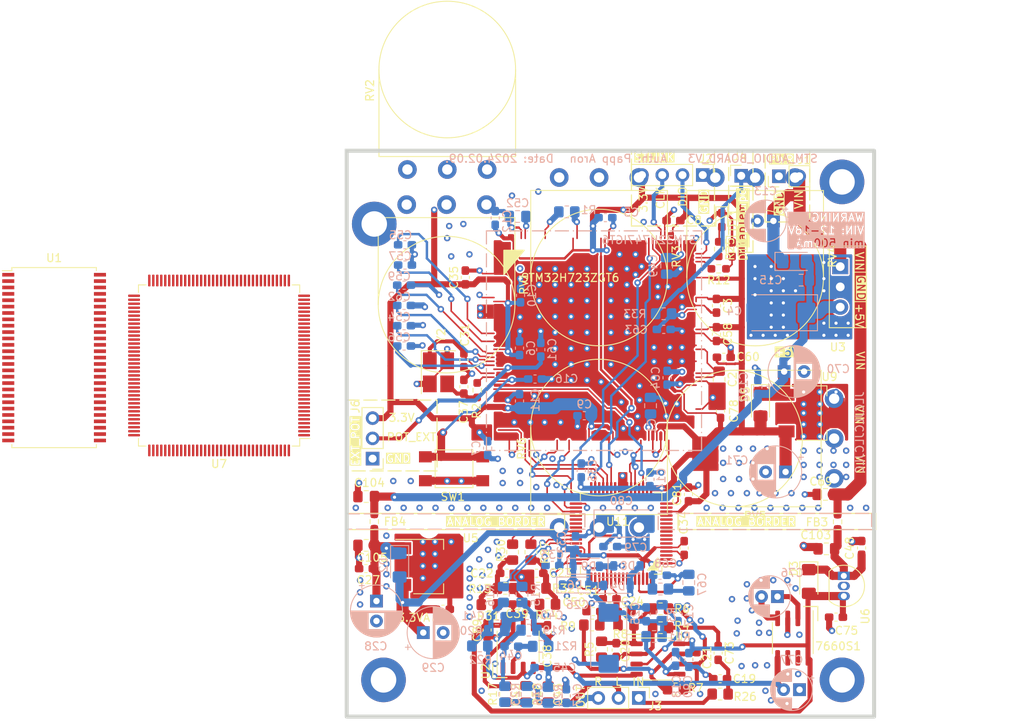
<source format=kicad_pcb>
(kicad_pcb (version 20221018) (generator pcbnew)
  (layers (0 "F.Cu" signal) (1 "In1.Cu" signal) (2 "In2.Cu" signal) (31 "B.Cu" signal) (34 "B.Paste" user) (35 "F.Paste" user) (36 "B.SilkS" user "B.Silkscreen") (37 "F.SilkS" user "F.Silkscreen") (38 "B.Mask" user) (39 "F.Mask" user) (44 "Edge.Cuts" user))
  (property "SHEETTOTAL" "4")
  (net 0 "")
  (net 1 "GND")
  (net 2 "unconnected-(C1-Pad1)")
  (net 3 "unconnected-(C49-Pad1)")
  (net 4 "unconnected-(C52-Pad1)")
  (net 5 "unconnected-(R1-Pad1)")
  (net 8 "5V")
  (net 9 "Net-(D2-K)")
  (net 13 "Net-(7660S1-CAP+)")
  (net 14 "Net-(7660S1-CAP-)")
  (net 16 "unconnected-(U7-PE6-Pad5)")
  (net 17 "Net-(U4A--)")
  (net 18 "Net-(U4B--)")
  (net 19 "+3.3V")
  (net 20 "Net-(U4A-+)")
  (net 21 "AD1939_I2S2_SDO")
  (net 23 "AD1939_I2S1_WS")
  (net 24 "AD1939_I2S1_CK")
  (net 25 "AD1939_I2S1_SDI")
  (net 26 "AD1939_SPI3_MOSI")
  (net 27 "AD1939_I2S2_CK")
  (net 28 "AD1939_I2S2_WS")
  (net 29 "AD1939_SPI3_CLK")
  (net 30 "AD1939_SPI3_MISO")
  (net 31 "AD1939_SPI_CS")
  (net 32 "Net-(U4B-+)")
  (net 33 "Net-(C19-Pad2)")
  (net 34 "Net-(C22-Pad2)")
  (net 35 "ADC1N")
  (net 36 "AD1939_CM")
  (net 37 "+3.3VA")
  (net 38 "/MCU/VDD_DSI")
  (net 39 "Net-(C41-Pad1)")
  (net 40 "GUITAR_OUT_L{slash}MONO")
  (net 41 "Net-(C44-Pad2)")
  (net 42 "GUITAR_OUT_R")
  (net 43 "Net-(D3-K)")
  (net 44 "Net-(C40-Pad2)")
  (net 45 "ADC1P")
  (net 46 "Net-(C42-Pad1)")
  (net 47 "EXT_INT_BUTTON")
  (net 48 "AD1939_MCLKI")
  (net 49 "AD1939_MCLKO")
  (net 50 "Net-(C46-Pad1)")
  (net 51 "Net-(C67-Pad1)")
  (net 52 "AD1939_LF")
  (net 53 "+9V")
  (net 54 "Net-(C73-Pad1)")
  (net 55 "-9V")
  (net 56 "AD1939_FILTR")
  (net 57 "OSC0")
  (net 58 "SWDIO")
  (net 59 "SWCLK")
  (net 60 "GUITAR_IN")
  (net 61 "TAP_TEMPO_INPUT")
  (net 62 "PWR_INPUT_12V-18V")
  (net 63 "/MCU/NRST")
  (net 64 "Net-(C20-Pad2)")
  (net 65 "Net-(C21-Pad2)")
  (net 66 "Net-(C23-Pad1)")
  (net 67 "POT5")
  (net 68 "POT1")
  (net 69 "POT6")
  (net 70 "POT2")
  (net 71 "POT3")
  (net 72 "POT_EXT")
  (net 73 "POT4")
  (net 74 "OSC1")
  (net 96 "Net-(U2B--)")
  (net 97 "Net-(U2B-+)")
  (net 98 "Net-(U2A-+)")
  (net 99 "Net-(U2A--)")
  (net 101 "Net-(C39-Pad2)")
  (net 110 "Net-(U7-VSS-Pad107)")
  (net 165 "unconnected-(U7-PB13-Pad74)")
  (net 193 "Net-(C37-Pad2)")
  (net 194 "Net-(D10-A)")
  (net 195 "Net-(D11-A)")
  (net 196 "LED1")
  (net 197 "LED2")
  (net 198 "DAC2P")
  (net 199 "DAC2N")
  (net 200 "DAC1N")
  (net 201 "DAC1P")
  (net 245 "Net-(U1-VDD-Pad1)")
  (net 247 "Net-(U1-VDDQ-Pad3)")
  (net 250 "Net-(U1-VSSQ-Pad12)")
  (net 268 "Net-(U1-VSS-Pad28)")
  (footprint "Crystal:Crystal_SMD_SeikoEpson_TSX3225-4Pin_3.2x2.5mm_HandSoldering" (layer "F.Cu") (at 194.4925 73.734 -90)
    (fp_text reference "Y2")
    (fp_text value "X1E0000210132")
  )
  (footprint "Capacitor_SMD:C_0603_1608Metric_Pad1.08x0.95mm_HandSolder" (layer "F.Cu") (at 204.648154 102.813 180)
    (fp_text reference "C39")
    (fp_text value "68p")
  )
  (footprint "Capacitor_SMD:C_0603_1608Metric_Pad1.08x0.95mm_HandSolder" (layer "F.Cu") (at 223.957 54.687 180)
    (fp_text reference "C8")
    (fp_text value "100nF")
  )
  (footprint "Resistor_SMD:R_0805_2012Metric_Pad1.20x1.40mm_HandSolder" (layer "F.Cu") (at 208.169 102.843)
    (fp_text reference "R14")
    (fp_text value "1.5k")
  )
  (footprint "Resistor_SMD:R_0603_1608Metric_Pad0.98x0.95mm_HandSolder" (layer "F.Cu") (at 229.635 58.265 -90)
    (fp_text reference "R25")
    (fp_text value "1k")
  )
  (footprint "Package_SO:TSOP-II-54_22.2x10.16mm_P0.8mm" (layer "F.Cu") (at 146.285 71.885)
    (fp_text reference "U1")
    (fp_text value "AS4C4M16SA")
  )
  (footprint "Potentiometer_THT:Potentiometer_Omeg_PC16BU_Vertical" (layer "F.Cu") (at 200.594 48.282 90)
    (fp_text reference "RV2")
    (fp_text value "R_Potentiometer")
  )
  (footprint "Capacitor_SMD:C_0603_1608Metric_Pad1.08x0.95mm_HandSolder" (layer "F.Cu") (at 208.159568 106.339 90)
    (fp_text reference "C38")
    (fp_text value "68p")
  )
  (footprint "MountingHole:MountingHole_3.2mm_M3_DIN965_Pad" (layer "F.Cu") (at 245.099 112.333)
    (fp_text reference "H2" hide)
    (fp_text value "MountingHole_Pad")
  )
  (footprint "Capacitor_SMD:C_0603_1608Metric_Pad1.08x0.95mm_HandSolder" (layer "F.Cu") (at 197.859 61.825 90)
    (fp_text reference "C35")
    (fp_text value "100nF")
  )
  (footprint "Capacitor_SMD:C_0603_1608Metric_Pad1.08x0.95mm_HandSolder" (layer "F.Cu") (at 210.495 114.325 -90)
    (fp_text reference "C43")
    (fp_text value "2.2nF")
  )
  (footprint "Package_TO_SOT_THT:TO-220-3_Vertical" (layer "F.Cu") (at 244.877 60.471 -90)
    (fp_text reference "U3")
    (fp_text value "MP-K7805-500R3")
  )
  (footprint "Capacitor_SMD:C_0603_1608Metric_Pad1.08x0.95mm_HandSolder" (layer "F.Cu") (at 216.779 108.585 90)
    (fp_text reference "C20")
    (fp_text value "10p")
  )
  (footprint "Resistor_SMD:R_0603_1608Metric_Pad0.98x0.95mm_HandSolder" (layer "F.Cu") (at 199.345 75.975 -90)
    (fp_text reference "R2")
    (fp_text value "100R NC")
  )
  (footprint "Capacitor_SMD:C_0805_2012Metric_Pad1.18x1.45mm_HandSolder" (layer "F.Cu") (at 243.021 89.057 180)
    (fp_text reference "C69")
    (fp_text value "2u2F")
  )
  (footprint "Capacitor_SMD:C_0603_1608Metric_Pad1.08x0.95mm_HandSolder" (layer "F.Cu") (at 206.779 98.955 180)
    (fp_text reference "C23")
    (fp_text value "560p")
  )
  (footprint "Resistor_SMD:R_0805_2012Metric_Pad1.20x1.40mm_HandSolder" (layer "F.Cu") (at 222.347 105.787)
    (fp_text reference "R4")
    (fp_text value "500k")
  )
  (footprint "Package_TO_SOT_THT:TO-92_Inline" (layer "F.Cu") (at 245.325 99.275 -90)
    (fp_text reference "U6")
    (fp_text value "L7809")
  )
  (footprint "Capacitor_SMD:C_0603_1608Metric_Pad1.08x0.95mm_HandSolder" (layer "F.Cu") (at 225.843 89.051 90)
    (fp_text reference "C81")
    (fp_text value "100nF")
  )
  (footprint "Package_SO:SSOP-8_3.9x5.05mm_P1.27mm" (layer "F.Cu") (at 204.481 108.153 90)
    (fp_text reference "U2")
    (fp_text value "OP275")
  )
  (footprint "Potentiometer_THT:Potentiometer_Omeg_PC16BU_Vertical" (layer "F.Cu") (at 190.506 52.688 -90)
    (fp_text reference "RV1")
    (fp_text value "R_Potentiometer")
  )
  (footprint "Capacitor_SMD:C_0603_1608Metric_Pad1.08x0.95mm_HandSolder" (layer "F.Cu") (at 229.355 68.937 -90)
    (fp_text reference "C58")
    (fp_text value "100nF")
  )
  (footprint "Package_SO:SSOP-8_3.9x5.05mm_P1.27mm" (layer "F.Cu") (at 222.013 109.709)
    (fp_text reference "U4")
    (fp_text value "OP275")
  )
  (footprint "Diode_SMD:D_1206_3216Metric_Pad1.42x1.75mm_HandSolder" (layer "F.Cu") (at 234.875 77.744 -90)
    (fp_text reference "D5")
    (fp_text value "1N4148")
  )
  (footprint "Capacitor_SMD:C_0603_1608Metric_Pad1.08x0.95mm_HandSolder" (layer "F.Cu") (at 185.397 98.365 180)
    (fp_text reference "C27")
    (fp_text value "100nF ")
  )
  (footprint "LED_SMD:LED_0603_1608Metric_Pad1.05x0.95mm_HandSolder" (layer "F.Cu") (at 231.305 58.32 -90)
    (fp_text reference "D10")
    (fp_text value "LED")
  )
  (footprint "Capacitor_SMD:C_0603_1608Metric_Pad1.08x0.95mm_HandSolder" (layer "F.Cu") (at 195.049 103.475)
    (fp_text reference "C30")
    (fp_text value "100nF")
  )
  (footprint "Capacitor_SMD:C_0603_1608Metric_Pad1.08x0.95mm_HandSolder" (layer "F.Cu") (at 203.086154 98.955 180)
    (fp_text reference "C22")
    (fp_text value "270p")
  )
  (footprint "Connector_PinHeader_2.54mm:PinHeader_1x01_P2.54mm_Vertical" (layer "F.Cu") (at 232.457 49.069)
    (fp_text reference "J4")
    (fp_text value "Conn_01x01_taptempo")
  )
  (footprint "Capacitor_SMD:C_0603_1608Metric_Pad1.08x0.95mm_HandSolder" (layer "F.Cu") (at 247.555 95.767476 90)
    (fp_text reference "C48")
    (fp_text value "100nF ")
  )
  (footprint "Capacitor_SMD:C_0603_1608Metric_Pad1.08x0.95mm_HandSolder" (layer "F.Cu") (at 197.677 72.231 90)
    (fp_text reference "C31")
    (fp_text value "9pF")
  )
  (footprint "Diode_SMD:D_1206_3216Metric_Pad1.42x1.75mm_HandSolder" (layer "F.Cu") (at 240.937 99.981 -90)
    (fp_text reference "D3")
    (fp_text value "1N4148")
  )
  (footprint "Capacitor_SMD:C_0603_1608Metric_Pad1.08x0.95mm_HandSolder" (layer "F.Cu") (at 197.677 75.540334 -90)
    (fp_text reference "C37")
    (fp_text value "9pF")
  )
  (footprint "Button_Switch_SMD:SW_SPST_TL3305A" (layer "F.Cu") (at 196.445 85.837)
    (fp_text reference "SW1")
    (fp_text value "SW_SPST")
  )
  (footprint "Capacitor_SMD:C_0603_1608Metric_Pad1.08x0.95mm_HandSolder" (layer "F.Cu") (at 229.863 78.589 90)
    (fp_text reference "C78")
    (fp_text value "100nF")
  )
  (footprint "Potentiometer_THT:Potentiometer_Omeg_PC16BU_Vertical" (layer "F.Cu") (at 244.112 77.042 180)
    (fp_text reference "RV5")
    (fp_text value "R_Potentiometer")
  )
  (footprint "Potentiometer_THT:Potentiometer_Omeg_PC16BU_Vertical" (layer "F.Cu") (at 209.63 49.282 -90)
    (fp_text reference "RV3")
    (fp_text value "R_Potentiometer")
  )
  (footprint "Capacitor_SMD:C_0603_1608Metric_Pad1.08x0.95mm_HandSolder" (layer "F.Cu") (at 225.303 95.783 -90)
    (fp_text reference "C34")
    (fp_text value "100nF")
  )
  (footprint "Capacitor_SMD:C_0603_1608Metric_Pad1.08x0.95mm_HandSolder" (layer "F.Cu") (at 200.587 106.071 -90)
    (fp_text reference "C89")
    (fp_text value "100nF")
  )
  (footprint "LED_SMD:LED_0603_1608Metric_Pad1.05x0.95mm_HandSolder" (layer "F.Cu") (at 230.015 54.62 -90)
    (fp_text reference "D11")
    (fp_text value "LED")
  )
  (footprint "Resistor_SMD:R_0805_2012Metric_Pad1.20x1.40mm_HandSolder" (layer "F.Cu") (at 202.911284 114.125 90)
    (fp_text reference "R17")
    (fp_text value "604")
  )
  (footprint "MountingHole:MountingHole_3.2mm_M3_DIN965_Pad" (layer "F.Cu") (at 186.436 55.118)
    (fp_text reference "H4" hide)
    (fp_text value "MountingHole_Pad")
  )
  (footprint "Resistor_SMD:R_0805_2012Metric_Pad1.20x1.40mm_HandSolder" (layer "F.Cu") (at 218.007 105.441)
    (fp_text reference "R8")
    (fp_text value "240R")
  )
  (footprint "Resistor_SMD:R_0805_2012Metric_Pad1.20x1.40mm_HandSolder" (layer "F.Cu") (at 206.079 96.299 -90)
    (fp_text reference "R27")
    (fp_text value "5.6k")
  )
  (footprint "Resistor_SMD:R_0805_2012Metric_Pad1.20x1.40mm_HandSolder" (layer "F.Cu") (at 206.979 100.831)
    (fp_text reference "R32")
    (fp_text value "5.6k")
  )
  (footprint "Resistor_SMD:R_0805_2012Metric_Pad1.20x1.40mm_HandSolder" (layer "F.Cu") (at 214.949 108.485 -90)
    (fp_text reference "R5")
    (fp_text value "1M")
  )
  (footprint "Capacitor_SMD:C_0603_1608Metric_Pad1.08x0.95mm_HandSolder" (layer "F.Cu") (at 230.275 71.845)
    (fp_text reference "C60")
    (fp_text value "100nF")
  )
  (footprint "Resistor_SMD:R_0805_2012Metric_Pad1.20x1.40mm_HandSolder" (layer "F.Cu") (at 208.254142 114.125 90)
    (fp_text reference "R18")
    (fp_text value "10k")
  )
  (footprint "Capacitor_SMD:C_0603_1608Metric_Pad1.08x0.95mm_HandSolder" (layer "F.Cu") (at 229.815 112.181)
    (fp_text reference "C19")
    (fp_text value "10p")
  )
  (footprint "Resistor_SMD:R_0603_1608Metric_Pad0.98x0.95mm_HandSolder" (layer "F.Cu") (at 186.442 92.463 -90)
    (fp_text reference "FB4")
    (fp_text value "TDK MMZ1608R601ATD25 DB")
  )
  (footprint "Capacitor_SMD:C_0603_1608Metric_Pad1.08x0.95mm_HandSolder" (layer "F.Cu") (at 229.567 108.953 -90)
    (fp_text reference "C73")
    (fp_text value "68n")
  )
  (footprint "MountingHole:MountingHole_3.2mm_M3_DIN965_Pad" (layer "F.Cu") (at 245.099 49.833)
    (fp_text reference "H3" hide)
    (fp_text value "MountingHole_Pad")
  )
  (footprint "Resistor_SMD:R_0805_2012Metric_Pad1.20x1.40mm_HandSolder" (layer "F.Cu") (at 224.215 113.463)
    (fp_text reference "R7")
    (fp_text value "5.76k")
  )
  (footprint "Resistor_SMD:R_0805_2012Metric_Pad1.20x1.40mm_HandSolder" (layer "F.Cu") (at 200.860432 102.886154)
    (fp_text reference "R31")
    (fp_text value "11k")
  )
  (footprint "Capacitor_SMD:C_0603_1608Metric_Pad1.08x0.95mm_HandSolder" (layer "F.Cu") (at 217.835 103.759 180)
    (fp_text reference "C24")
    (fp_text value "1nF")
  )
  (footprint "Capacitor_SMD:C_0603_1608Metric_Pad1.08x0.95mm_HandSolder" (layer "F.Cu") (at 229.355 65.381 -90)
    (fp_text reference "C3")
    (fp_text value "100nF")
  )
  (footprint "Capacitor_SMD:C_0603_1608Metric_Pad1.08x0.95mm_HandSolder" (layer "F.Cu") (at 226.891 109.715 90)
    (fp_text reference "C21")
    (fp_text value "120p")
  )
  (footprint "MountingHole:MountingHole_3.2mm_M3_DIN965_Pad" (layer "F.Cu") (at 187.599 112.333)
    (fp_text reference "H1" hide)
    (fp_text value "MountingHole_Pad")
  )
  (footprint "Capacitor_SMD:C_0805_2012Metric_Pad1.18x1.45mm_HandSolder" (layer "F.Cu") (at 185.426 89.325 180)
    (fp_text reference "C104")
    (fp_text value "2u2F")
  )
  (footprint "Connector_PinHeader_2.54mm:PinHeader_1x03_P2.54mm_Vertical" (layer "F.Cu") (at 186.229 84.563 180)
    (fp_text reference "J6")
    (fp_text value "Conn_01x03_pot_ext")
  )
  (footprint "Package_SO:SOIC-8_3.9x4.9mm_P1.27mm" (layer "F.Cu") (at 238.929 107.091 -90)
    (fp_text reference "7660S1")
    (fp_text value "~")
  )
  (footprint "Package_QFP:LQFP-64_10x10mm_P0.5mm" (layer "F.Cu") (at 217.398 93.96 180)
    (fp_text reference "U11")
    (fp_text value "~")
  )
  (footprint "Capacitor_SMD:C_0805_2012Metric_Pad1.18x1.45mm_HandSolder" (layer "F.Cu") (at 205.472426 114.095 90)
    (fp_text reference "C42")
    (fp_text value "2u2")
  )
  (footprint "Resistor_SMD:R_0805_2012Metric_Pad1.20x1.40mm_HandSolder" (layer "F.Cu") (at 203.786154 96.299 -90)
    (fp_text reference "R30")
    (fp_text value "11k")
  )
  (footprint "Capacitor_SMD:C_0805_2012Metric_Pad1.18x1.45mm_HandSolder" (layer "F.Cu") (at 185.426 95.451 180)
    (fp_text reference "C105")
    (fp_text value "2u2F")
  )
  (footprint "Package_QFP:LQFP-144_20x20mm_P0.5mm" (layer "F.Cu") (at 166.975 72.875 180)
    (fp_text reference "U7")
    (fp_text value "STM32H723ZGTx")
  )
  (footprint "Resistor_SMD:R_0603_1608Metric_Pad0.98x0.95mm_HandSolder" (layer "F.Cu") (at 229.635 60.745 180)
    (fp_text reference "R12")
    (fp_text value "1k NC")
  )
  (footprint "Capacitor_SMD:C_0603_1608Metric_Pad1.08x0.95mm_HandSolder" (layer "F.Cu") (at 215.955 102.151)
    (fp_text reference "C51")
    (fp_text value "100pF")
  )
  (footprint "Resistor_SMD:R_0805_2012Metric_Pad1.20x1.40mm_HandSolder" (layer "F.Cu") (at 213.723 105.441 180)
    (fp_text reference "R9")
    (fp_text value "240R")
  )
  (footprint "Capacitor_SMD:C_0603_1608Metric_Pad1.08x0.95mm_HandSolder" (layer "F.Cu") (at 213.923 103.759 180)
    (fp_text reference "C50")
    (fp_text value "1nF")
  )
  (footprint "Capacitor_SMD:C_0603_1608Metric_Pad1.08x0.95mm_HandSolder" (layer "F.Cu") (at 244.345 104.463 180)
    (fp_text reference "C75")
    (fp_text value "100nF")
  )
  (footprint "Capacitor_SMD:C_0805_2012Metric_Pad1.18x1.45mm_HandSolder" (layer "F.Cu") (at 243.135 95.885 180)
    (fp_text reference "C103")
    (fp_text value "2u2F")
  )
  (footprint "Potentiometer_THT:Potentiometer_Omeg_PC16BU_Vertical" (layer "F.Cu") (at 229.204 49.292 -90)
    (fp_text reference "RV4")
    (fp_text value "R_Potentiometer")
  )
  (footprint "Resistor_SMD:R_0805_2012Metric_Pad1.20x1.40mm_HandSolder" (layer "F.Cu") (at 222.339 103.415 180)
    (fp_text reference "R6")
    (fp_text value "5.76k")
  )
  (footprint "Resistor_SMD:R_0603_1608Metric_Pad0.98x0.95mm_HandSolder" (layer "F.Cu") (at 244.545 92.493 -90)
    (fp_text reference "FB3")
    (fp_text value "TDK MMZ1608R601ATD25 DB")
  )
  (footprint "Package_TO_SOT_SMD:SOT-223-3_TabPin2" (layer "F.Cu") (at 241.294 78.846)
    (fp_text reference "U9")
    (fp_text value "MIC2920A-3.3WS-TR")
  )
  (footprint "Package_TO_SOT_SMD:SOT-223-3_TabPin2" (layer "F.Cu") (at 193.225 98.113)
    (fp_text reference "U5")
    (fp_text value "MIC2920A-3.3WS-TR")
  )
  (footprint "Resistor_SMD:R_0805_2012Metric_Pad1.20x1.40mm_HandSolder" (layer "F.Cu") (at 202.886154 100.857864)
    (fp_text reference "R13")
    (fp_text value "3k")
  )
  (footprint "Connector_PinHeader_2.54mm:PinHeader_1x02_P2.54mm_Vertical" (layer "F.Cu") (at 237.187 49.127 90)
    (fp_text reference "J1")
    (fp_text value "Power conn")
  )
  (footprint "Capacitor_SMD:C_0805_2012Metric_Pad1.18x1.45mm_HandSolder" (layer "F.Cu") (at 229.684 74.63 -90)
    (fp_text reference "C2")
    (fp_text value "2.2uF")
  )
  (footprint "Potentiometer_THT:Potentiometer_Omeg_PC16BU_Vertical" (layer "F.Cu") (at 219.63 93.212 90)
    (fp_text reference "RV6")
    (fp_text value "R_Potentiometer")
  )
  (footprint "Connector_PinHeader_2.54mm:PinHeader_1x04_P2.54mm_Vertical" (layer "F.Cu") (at 227.633 48.975 -90)
    (fp_text reference "J2")
    (fp_text value "STlink")
  )
  (footprint "Connector_PinHeader_2.54mm:PinHeader_1x03_P2.54mm_Vertical" (layer "F.Cu") (at 219.613 114.601 -90)
    (fp_text reference "J3")
    (fp_text value "Audio_sig")
  )
  (footprint "Resistor_SMD:R_0805_2012Metric_Pad1.20x1.40mm_HandSolder" (layer "F.Cu") (at 229.815 114.113)
    (fp_text reference "R26")
    (fp_text value "100")
  )
  (footprint "Capacitor_SMD:C_0603_1608Metric_Pad1.08x0.95mm_HandSolder" (layer "B.Cu") (at 220.543 104.101024 -90)
    (fp_text reference "C25")
    (fp_text value "100nF")
  )
  (footprint "Capacitor_SMD:C_0603_1608Metric_Pad1.08x0.95mm_HandSolder" (layer "B.Cu") (at 190.177 67.885)
    (fp_text reference "C54")
    (fp_text value "100nF")
  )
  (footprint "Capacitor_SMD:C_0603_1608Metric_Pad1.08x0.95mm_HandSolder" (layer "B.Cu") (at 200.657 83.241 -90)
    (fp_text reference "C7")
    (fp_text value "100nF")
  )
  (footprint "Capacitor_SMD:C_0805_2012Metric_Pad1.18x1.45mm_HandSolder" (layer "B.Cu") (at 239.973 62.163 180)
    (fp_text reference "C15")
    (fp_text value "2u2F")
  )
  (footprint "Capacitor_THT:CP_Radial_D5.0mm_P2.00mm" (layer "B.Cu") (at 236.498241 54.733 180)
    (fp_text reference "C13")
    (fp_text value "22uF 50V poly")
  )
  (footprint "Capacitor_SMD:C_0603_1608Metric_Pad1.08x0.95mm_HandSolder" (layer "B.Cu") (at 224.223 109.694428 90)
    (fp_text reference "C18")
    (fp_text value "68n")
  )
  (footprint "Resistor_SMD:R_0805_2012Metric_Pad1.20x1.40mm_HandSolder" (layer "B.Cu") (at 199.674999 108.069 180)
    (fp_text reference "R22")
    (fp_text value "1.5k")
  )
  (footprint "Capacitor_SMD:C_0603_1608Metric_Pad1.08x0.95mm_HandSolder" (layer "B.Cu") (at 222.741 68.346334 180)
    (fp_text reference "C63")
    (fp_text value "100nF")
  )
  (footprint "Diode_SMD:D_1206_3216Metric_Pad1.42x1.75mm_HandSolder" (layer "B.Cu") (at 239.151 59.817)
    (fp_text reference "D1")
    (fp_text value "1N4148")
  )
  (footprint "Resistor_SMD:R_0805_2012Metric_Pad1.20x1.40mm_HandSolder" (layer "B.Cu") (at 204.963664 101.611 -90)
    (fp_text reference "R15")
    (fp_text value "11k")
  )
  (footprint "Resistor_SMD:R_0805_2012Metric_Pad1.20x1.40mm_HandSolder" (layer "B.Cu") (at 201.809665 106.137 180)
    (fp_text reference "R20")
    (fp_text value "5.6k")
  )
  (footprint "Capacitor_THT:CP_Radial_D6.3mm_P2.50mm" (layer "B.Cu") (at 192.583 106.401759)
    (fp_text reference "C29")
    (fp_text value "47uF")
  )
  (footprint "Capacitor_SMD:C_0603_1608Metric_Pad1.08x0.95mm_HandSolder" (layer "B.Cu") (at 201.929 104.315004)
    (fp_text reference "C41")
    (fp_text value "560p")
  )
  (footprint "Capacitor_SMD:C_0603_1608Metric_Pad1.08x0.95mm_HandSolder" (layer "B.Cu") (at 212.781 79.177 180)
    (fp_text reference "C9")
    (fp_text value "100nF")
  )
  (footprint "Capacitor_THT:CP_Radial_D6.3mm_P2.50mm" (layer "B.Cu") (at 186.714241 102.437 -90)
    (fp_text reference "C28")
    (fp_text value "100uF")
  )
  (footprint "Capacitor_SMD:C_0603_1608Metric_Pad1.08x0.95mm_HandSolder" (layer "B.Cu") (at 190.177 70.431)
    (fp_text reference "C56")
    (fp_text value "100nF")
  )
  (footprint "Capacitor_SMD:C_0603_1608Metric_Pad1.08x0.95mm_HandSolder" (layer "B.Cu") (at 234.54 75.585 90)
    (fp_text reference "C102")
    (fp_text value "100nF")
  )
  (footprint "Capacitor_Tantalum_SMD:CP_EIA-7343-31_Kemet-D_Pad2.25x2.55mm_HandSolder" (layer "B.Cu") (at 215.838976 107.113 -90)
    (fp_text reference "C26")
    (fp_text value "47uF tantal")
  )
  (footprint "Capacitor_THT:CP_Radial_D6.3mm_P2.50mm" (layer "B.Cu") (at 237.843 73.635759)
    (fp_text reference "C70")
    (fp_text value "100uF")
  )
  (footprint "Resistor_SMD:R_0805_2012Metric_Pad1.20x1.40mm_HandSolder" (layer "B.Cu") (at 222.541 103.901024 -90)
    (fp_text reference "R3")
    (fp_text value "100R")
  )
  (footprint "Capacitor_SMD:C_0603_1608Metric_Pad1.08x0.95mm_HandSolder" (layer "B.Cu") (at 216.0375 95.6 180)
    (fp_text reference "C79")
    (fp_text value "100nF")
  )
  (footprint "Resistor_SMD:R_0805_2012Metric_Pad1.20x1.40mm_HandSolder" (layer "B.Cu") (at 205.838339 106.091 180)
    (fp_text reference "R19")
    (fp_text value "11k")
  )
  (footprint "Diode_SMD:D_1206_3216Metric_Pad1.42x1.75mm_HandSolder" (layer "B.Cu") (at 189.617 97.927 -90)
    (fp_text reference "D2")
    (fp_text value "1N4148")
  )
  (footprint "Capacitor_SMD:C_0805_2012Metric_Pad1.18x1.45mm_HandSolder" (layer "B.Cu") (at 223.1074 60.3758 -90)
    (fp_text reference "C49")
    (fp_text value "2.2uF")
  )
  (footprint "Capacitor_SMD:C_0603_1608Metric_Pad1.08x0.95mm_HandSolder" (layer "B.Cu") (at 204.781 64.079 90)
    (fp_text reference "C10")
    (fp_text value "100nF")
  )
  (footprint "Capacitor_SMD:C_0603_1608Metric_Pad1.08x0.95mm_HandSolder" (layer "B.Cu") (at 207.321 70.891 90)
    (fp_text reference "C61")
    (fp_text value "100nF")
  )
  (footprint "Capacitor_Tantalum_SMD:CP_EIA-6032-28_Kemet-C_Pad2.25x2.35mm_HandSolder" (layer "B.Cu") (at 217.932 92.71)
    (fp_text reference "C80")
    (fp_text value "10uF tantal")
  )
  (footprint "Resistor_SMD:R_0805_2012Metric_Pad1.20x1.40mm_HandSolder" (layer "B.Cu") (at 210.582 53.594)
    (fp_text reference "R1")
    (fp_text value "10k")
  )
  (footprint "Capacitor_SMD:C_0603_1608Metric_Pad1.08x0.95mm_HandSolder" (layer "B.Cu") (at 224.525 104.101024 90)
    (fp_text reference "C17")
    (fp_text value "68n")
  )
  (footprint "Capacitor_SMD:C_0603_1608Metric_Pad1.08x0.95mm_HandSolder" (layer "B.Cu") (at 190.177 65.339)
    (fp_text reference "C62")
    (fp_text value "100nF")
  )
  (footprint "Capacitor_SMD:C_0603_1608Metric_Pad1.08x0.95mm_HandSolder" (layer "B.Cu") (at 205.623663 104.251)
    (fp_text reference "C40")
    (fp_text value "270p")
  )
  (footprint "Capacitor_SMD:C_0603_1608Metric_Pad1.08x0.95mm_HandSolder" (layer "B.Cu") (at 190.295 60.267)
    (fp_text reference "C57")
    (fp_text value "100nF")
  )
  (footprint "Capacitor_SMD:C_0603_1608Metric_Pad1.08x0.95mm_HandSolder" (layer "B.Cu") (at 208.781 97.969 180)
    (fp_text reference "C33")
    (fp_text value "100nF")
  )
  (footprint "Resistor_SMD:R_0805_2012Metric_Pad1.20x1.40mm_HandSolder" (layer "B.Cu") (at 221.533572 106.891)
    (fp_text reference "R11")
    (fp_text value "100R")
  )
  (footprint "Resistor_SMD:R_0805_2012Metric_Pad1.20x1.40mm_HandSolder" (layer "B.Cu") (at 202.629 101.611 -90)
    (fp_text reference "R16")
    (fp_text value "5.6k")
  )
  (footprint "Capacitor_SMD:C_0603_1608Metric_Pad1.08x0.95mm_HandSolder" (layer "B.Cu") (at 212.3934 86.0482 90)
    (fp_text reference "C36")
    (fp_text value "100nF")
  )
  (footprint "Capacitor_SMD:C_0603_1608Metric_Pad1.08x0.95mm_HandSolder" (layer "B.Cu") (at 210.531999 114.364 -90)
    (fp_text reference "C47")
    (fp_text value "2.2nF")
  )
  (footprint "Diode_SMD:D_SOD-123" (layer "B.Cu") (at 211.68 100.425)
    (fp_text reference "D6")
    (fp_text value "BAT42W-V")
  )
  (footprint "Capacitor_SMD:C_0603_1608Metric_Pad1.08x0.95mm_HandSolder" (layer "B.Cu") (at 201.605 54.361 90)
    (fp_text reference "C12")
    (fp_text value "100nF")
  )
  (footprint "Capacitor_SMD:C_0603_1608Metric_Pad1.08x0.95mm_HandSolder" (layer "B.Cu") (at 190.289 57.727)
    (fp_text reference "C55")
    (fp_text value "100nF")
  )
  (footprint "Resistor_SMD:R_0805_2012Metric_Pad1.20x1.40mm_HandSolder" (layer "B.Cu") (at 222.727 66.384334 180)
    (fp_text reference "R33")
    (fp_text value "500k")
  )
  (footprint "Diode_SMD:D_SOD-123" (layer "B.Cu") (at 216.88 100.475)
    (fp_text reference "D4")
    (fp_text value "BAT42W-V")
  )
  (footprint "Resistor_SMD:R_0805_2012Metric_Pad1.20x1.40mm_HandSolder" (layer "B.Cu") (at 202.808996 114.127 90)
    (fp_text reference "R23")
    (fp_text value "604")
  )
  (footprint "Capacitor_SMD:C_0603_1608Metric_Pad1.08x0.95mm_HandSolder" (layer "B.Cu") (at 204.653 77.333 90)
    (fp_text reference "C11")
    (fp_text value "100nF")
  )
  (footprint "Capacitor_SMD:C_0805_2012Metric_Pad1.18x1.45mm_HandSolder" (layer "B.Cu") (at 221.0864 77.9228 90)
    (fp_text reference "C1")
    (fp_text value "2.2uF")
  )
  (footprint "Diode_SMD:D_SOD-123" (layer "B.Cu") (at 213.02 98.075)
    (fp_text reference "D9")
    (fp_text value "BAT42W-V")
  )
  (footprint "Capacitor_SMD:C_0603_1608Metric_Pad1.08x0.95mm_HandSolder" (layer "B.Cu") (at 221.013 87.161 90)
    (fp_text reference "C14")
    (fp_text value "100nF")
  )
  (footprint "Resistor_SMD:R_0805_2012Metric_Pad1.20x1.40mm_HandSolder" (layer "B.Cu") (at 222.325 100.927 180)
    (fp_text reference "R10" hide)
    (fp_text value "3.32k")
  )
  (footprint "Capacitor_THT:CP_Radial_D5.0mm_P2.00mm" (layer "B.Cu") (at 237.006241 101.881 180)
    (fp_text reference "C76")
    (fp_text value "10uF")
  )
  (footprint "Capacitor_THT:CP_Radial_D5.0mm_P2.00mm" (layer "B.Cu") (at 239.773 113.562241 180)
    (fp_text reference "C77")
    (fp_text value "10uF")
  )
  (footprint "Capacitor_SMD:C_0805_2012Metric_Pad1.18x1.45mm_HandSolder" (layer "B.Cu") (at 225.878 100.122 90)
    (fp_text reference "C67")
    (fp_text value "39nF")
  )
  (footprint "Resistor_SMD:R_0805_2012Metric_Pad1.20x1.40mm_HandSolder" (layer "B.Cu") (at 208.262996 114.241 90)
    (fp_text reference "R24")
    (fp_text value "10k")
  )
  (footprint "Capacitor_SMD:C_0603_1608Metric_Pad1.08x0.95mm_HandSolder" (layer "B.Cu") (at 203.633 108.10833 180)
    (fp_text reference "C44")
    (fp_text value "68p")
  )
  (footprint "Capacitor_SMD:C_0603_1608Metric_Pad1.08x0.95mm_HandSolder" (layer "B.Cu") (at 190.177 62.793)
    (fp_text reference "C59")
    (fp_text value "100nF")
  )
  (footprint "Capacitor_SMD:C_0603_1608Metric_Pad1.08x0.95mm_HandSolder" (layer "B.Cu") (at 223.163 74.415 -90)
    (fp_text reference "C64")
    (fp_text value "100nF")
  )
  (footprint "Capacitor_SMD:C_0603_1608Metric_Pad1.08x0.95mm_HandSolder" (layer "B.Cu") (at 204.653 70.699 90)
    (fp_text reference "C6")
    (fp_text value "100nF")
  )
  (footprint "Capacitor_Tantalum_SMD:CP_EIA-7343-31_Kemet-D_Pad2.25x2.55mm_HandSolder" (layer "B.Cu") (at 237.433 66.257 180)
    (fp_text reference "C4")
    (fp_text value "22uF tantal")
  )
  (footprint "Capacitor_SMD:C_0805_2012Metric_Pad1.18x1.45mm_HandSolder" (layer "B.Cu") (at 204.4126 54.1782 180)
    (fp_text reference "C52")
    (fp_text value "2.2uF")
  )
  (footprint "Capacitor_SMD:C_0805_2012Metric_Pad1.18x1.45mm_HandSolder" (layer "B.Cu") (at 205.609004 114.173 90)
    (fp_text reference "C46")
    (fp_text value "2u2")
  )
  (footprint "Capacitor_SMD:C_0603_1608Metric_Pad1.08x0.95mm_HandSolder" (layer "B.Cu") (at 206.601 74.575)
    (fp_text reference "C16")
    (fp_text value "100nF ")
  )
  (footprint "Capacitor_SMD:C_0603_1608Metric_Pad1.08x0.95mm_HandSolder" (layer "B.Cu") (at 215.426976 54.315)
    (fp_text reference "C5")
    (fp_text value "100nF")
  )
  (footprint "Capacitor_SMD:C_0603_1608Metric_Pad1.08x0.95mm_HandSolder" (layer "B.Cu") (at 207.403004 110.788999 180)
    (fp_text reference "C45")
    (fp_text value "68p")
  )
  (footprint "Capacitor_THT:CP_Radial_D6.3mm_P2.50mm" (layer "B.Cu") (at 238.022241 86.229 180)
    (fp_text reference "C71")
    (fp_text value "47uf")
  )
  (footprint "Capacitor_SMD:C_0603_1608Metric_Pad1.08x0.95mm_HandSolder" (layer "B.Cu") (at 211.671 95.170994 90)
    (fp_text reference "C32")
    (fp_text value "100nF")
  )
  (footprint "Capacitor_SMD:C_0603_1608Metric_Pad1.08x0.95mm_HandSolder" (layer "B.Cu") (at 222.273 99.203)
    (fp_text reference "C68")
    (fp_text value "2.2nF")
  )
  (footprint "Diode_SMD:D_SOD-123" (layer "B.Cu") (at 218.12 98.025)
    (fp_text reference "D8")
    (fp_text value "BAT42W-V")
  )
  (footprint "Capacitor_SMD:C_0603_1608Metric_Pad1.08x0.95mm_HandSolder" (layer "B.Cu") (at 225.889 109.823 -90)
    (fp_text reference "C90")
    (fp_text value "100nF")
  )
  (footprint "Resistor_SMD:R_0805_2012Metric_Pad1.20x1.40mm_HandSolder" (layer "B.Cu") (at 207.307 108.122332)
    (fp_text reference "R21")
    (fp_text value "3k")
  )
  (gr_rect (start 200.5066 55.9816) (end 227.4824 83.539667) (stroke (width 0.15) (type dash_dot)) (fill none) (layer "B.SilkS"))
  (gr_rect (start 222.0468 91.44) (end 248.8184 93.472) (stroke (width 0.15) (type dash)) (fill none) (layer "B.SilkS"))
  (gr_rect (start 182.9308 91.4908) (end 212.852 93.4212) (stroke (width 0.15) (type dash)) (fill none) (layer "B.SilkS"))
  (gr_line (start 210.312 91.44) (end 210.312 93.472) (stroke (width 0.15)) (layer "F.SilkS"))
  (gr_line (start 218.1 106.624) (end 219.878 106.624) (stroke (width 0.15)) (layer "F.SilkS"))
  (gr_rect (start 182.88 77.216) (end 194.31 86.106) (stroke (width 0.15) (type dash)) (fill none) (layer "F.SilkS"))
  (gr_line (start 182.88 91.44) (end 210.312 91.44) (stroke (width 0.15)) (layer "F.SilkS"))
  (gr_line (start 203.08 112.042) (end 201.302 112.042) (stroke (width 0.15)) (layer "F.SilkS"))
  (gr_line (start 201.302 112.042) (end 201.302 110.264) (stroke (width 0.15)) (layer "F.SilkS"))
  (gr_line (start 218.1 108.402) (end 218.1 106.624) (stroke (width 0.15)) (layer "F.SilkS"))
  (gr_line (start 240.284 103.124) (end 242.062 103.124) (stroke (width 0.15)) (layer "F.SilkS"))
  (gr_rect (start 218.694 45.974) (end 229.108 55.372) (stroke (width 0.15) (type dash)) (fill none) (layer "F.SilkS"))
  (gr_line (start 224.536 93.472) (end 249.3264 93.472) (stroke (width 0.15)) (layer "F.SilkS"))
  (gr_rect (start 235.458 45.974) (end 241.046 54.864) (stroke (width 0.15) (type dash)) (fill none) (layer "F.SilkS"))
  (gr_line (start 249.3264 91.44) (end 224.536 91.44) (stroke (width 0.15)) (layer "F.SilkS"))
  (gr_rect (start 230.886 45.974) (end 233.934 58.674) (stroke (width 0.15) (type dash)) (fill none) (layer "F.SilkS"))
  (gr_line (start 242.062 103.124) (end 242.062 104.902) (stroke (width 0.15)) (layer "F.SilkS"))
  (gr_line (start 224.536 91.44) (end 224.536 93.472) (stroke (width 0.15)) (layer "F.SilkS"))
  (gr_poly (pts (xy 220.73 98.537016) (xy 222.02082 98.537016) (xy 222 97.038)) (stroke (width 0.15)) (fill solid) (layer "F.SilkS"))
  (gr_poly (pts (xy 205.232 58.42) (xy 202.692 58.42) (xy 202.692 61.468)) (stroke (width 0.15)) (fill solid) (layer "F.SilkS"))
  (gr_line (start 210.312 93.472) (end 182.88 93.472) (stroke (width 0.15)) (layer "F.SilkS"))
  (gr_line (start 249.3264 93.472) (end 249.3264 91.44) (stroke (width 0.15)) (layer "F.SilkS"))
  (gr_line (start 182.88 93.472) (end 182.88 91.44) (stroke (width 0.15)) (layer "F.SilkS"))
  (gr_rect (start 182.9816 45.9232) (end 249.1232 116.9416) (stroke (width 0.5)) (fill none) (layer "Edge.Cuts"))
  (gr_text "JLCJLCJLCJLC" (at 247.912 76.0348 90) (layer "B.SilkS") (effects (font (size 1 1)) (justify left bottom mirror)))
  (gr_text "Date: 2024.02.09." (at 209.042 47.498) (layer "B.SilkS") (effects (font (size 1 1)) (justify left bottom mirror)))
  (gr_text "WARNING!\nVIN: 12-18V\nmin 500mA" (at 247.9548 58.1152) (layer "B.SilkS" knockout) (effects (font (size 1 1)) (justify left bottom mirror)))
  (gr_text "STM32H747IGT6" (at 226.9236 57.7088) (layer "B.SilkS") (effects (font (size 1 1)) (justify left bottom mirror)))
  (gr_text "STM_AUDIO_BOARD_V3" (at 242.146 47.498) (layer "B.SilkS") (effects (font (size 1 1)) (justify left bottom mirror)))
  (gr_text "Auth: Papp Aron" (at 223.266 47.498) (layer "B.SilkS") (effects (font (size 1 1)) (justify left bottom mirror)))
  (gr_text "+5V" (at 236.5 71.8) (layer "F.SilkS" knockout) (effects (font (size 1 1)) (justify left bottom)))
  (gr_text "ANALOG BORDER" (at 226.822 93.0656) (layer "F.SilkS" knockout) (effects (font (size 1 1)) (justify left bottom)))
  (gr_text "TapTempo" (at 233.1212 58.0644 90) (layer "F.SilkS" knockout) (effects (font (size 1 1)) (justify left bottom)))
  (gr_text "R" (at 213.9188 113.1316) (layer "F.SilkS") (effects (font (size 1 1)) (justify left bottom)))
  (gr_text "VIN" (at 246.8 84 270) (layer "F.SilkS") (effects (font (size 1 1)) (justify left bottom)))
  (gr_text "3.3V" (at 188.1632 80.01) (layer "F.SilkS") (effects (font (size 1 1)) (justify left bottom)))
  (gr_text "+3.3VA" (at 188 105.1) (layer "F.SilkS") (effects (font (size 1 1)) (justify left bottom)))
  (gr_text "L" (at 216.5604 113.1316) (layer "F.SilkS") (effects (font (size 1 1)) (justify left bottom)))
  (gr_text "VIN" (at 240.284 53.34 90) (layer "F.SilkS") (effects (font (size 1 1)) (justify left bottom)))
  (gr_text "STM32H723ZGT6" (at 204.743336 62.458091) (layer "F.SilkS") (effects (font (size 1 1)) (justify left bottom)))
  (gr_text "ANALOG BORDER" (at 195.4276 93.0656) (layer "F.SilkS" knockout) (effects (font (size 1 1)) (justify left bottom)))
  (gr_text "VIN" (at 246.8 71 270) (layer "F.SilkS") (effects (font (size 1 1)) (justify left bottom)))
  (gr_text "DIO" (at 225.7044 53.052533 90) (layer "F.SilkS") (effects (font (size 1 1)) (justify left bottom)))
  (gr_text "POT_EXT" (at 187.9092 82.4484) (layer "F.SilkS") (effects (font (size 1 1)) (justify left bottom)))
  (gr_text "CLK" (at 222.9104 53.338248 90) (layer "F.SilkS") (effects (font (size 1 1)) (justify left bottom)))
  (gr_text "OUT" (at 212.9028 115.9764 90) (layer "F.SilkS") (effects (font (size 1 1)) (justify left bottom)))
  (gr_text "GND" (at 228.395 53.9442 90) (layer "F.SilkS" knockout) (effects (font (size 1 1)) (justify left bottom)))
  (gr_text "PWR" (at 235.8136 47.5996) (layer "F.SilkS" knockout) (effects (font (size 1 1)) (justify left bottom)))
  (gr_text "3.3V" (at 220.7768 53.766819 90) (layer "F.SilkS") (effects (font (size 1 1)) (justify left bottom)))
  (gr_text "GND" (at 237.8456 54.1528 90) (layer "F.SilkS" knockout) (effects (font (size 1 1)) (justify left bottom)))
  (gr_text "GND" (at 246.9 61.5 -90) (layer "F.SilkS" knockout) (effects (font (size 1 1)) (justify left bottom)))
  (gr_text "IN" (at 218.6986 113.1694) (layer "F.SilkS") (effects (font (size 1 1)) (justify left bottom)))
  (gr_text "VIN" (at 246.7 77.8 270) (layer "F.SilkS") (effects (font (size 1 1)) (justify left bottom)))
  (gr_text "EXT_POT" (at 184.658 85.598 90) (layer "F.SilkS" knockout) (effects (font (size 1 1)) (justify left bottom)))
  (gr_text "GND" (at 187.8076 85.1408) (layer "F.SilkS" knockout) (effects (font (size 1 1)) (justify left bottom)))
  (gr_text "+5V" (at 246.7 65 270) (layer "F.SilkS") (effects (font (size 1 1)) (justify left bottom)))
  (gr_text "STLINK" (at 218.948 47.3456) (layer "F.SilkS" knockout) (effects (font (size 1 1)) (justify left bottom)))
  (gr_text "VIN" (at 246.7 58.5 -90) (layer "F.SilkS") (effects (font (size 1 1)) (justify left bottom)))
  (segment (start 204.872 82.271) (end 204.872 81.3772) (width 0.2) (layer "F.Cu") (net 0))
  (segment (start 204.872 81.3772) (end 204.47 80.9752) (width 0.2) (layer "F.Cu") (net 0))
  (segment (start 204.47 80.9752) (end 202.0152 80.9752) (width 0.2) (layer "F.Cu") (net 0))
  (segment (start 208.3 112.9) (end 208.439 113.039) (width 0.762) (layer "F.Cu") (net 1))
  (segment (start 213.36 90.678) (end 212.892 90.21) (width 0.2) (layer "F.Cu") (net 1))
  (segment (start 208.1985 107.2015) (end 208.159568 107.2015) (width 0.508) (layer "F.Cu") (net 1))
  (segment (start 218.2 102.8) (end 218.6975 103.2975) (width 0.762) (layer "F.Cu") (net 1))
  (segment (start 203.07 77.346) (end 201.447 77.346) (width 0.2) (layer "F.Cu") (net 1))
  (segment (start 210.648 96.97967) (end 210.91767 96.71) (width 0.2) (layer "F.Cu") (net 1))
  (segment (start 215.872 56.921) (end 215.872 55.908) (width 0.2) (layer "F.Cu") (net 1))
  (segment (start 231.305 54.505) (end 230.545 53.745) (width 0.3048) (layer "F.Cu") (net 1))
  (segment (start 228 111.7) (end 228.4715 111.7) (width 0.508) (layer "F.Cu") (net 1))
  (segment (start 221.742 84.074) (end 222.372 83.444) (width 0.3048) (layer "F.Cu") (net 1))
  (segment (start 223.073 97.71) (end 224.69 97.71) (width 0.2) (layer "F.Cu") (net 1))
  (segment (start 225.31 68.846) (end 225.044 68.58) (width 0.2) (layer "F.Cu") (net 1))
  (segment (start 184.3885 96.9165) (end 184.3885 95.451) (width 0.762) (layer "F.Cu") (net 1))
  (segment (start 225.303 97.097) (end 224.7 97.7) (width 0.2) (layer "F.Cu") (net 1))
  (segment (start 208.938761 99.091898) (end 210.648 97.382659) (width 0.2) (layer "F.Cu") (net 1))
  (segment (start 200.03 61.346) (end 199.644 60.96) (width 0.2) (layer "F.Cu") (net 1))
  (segment (start 228.9 76.9) (end 228.9 77.02333) (width 0.2) (layer "F.Cu") (net 1))
  (segment (start 229.455 53.745) (end 228.5 54.7) (width 0.508) (layer "F.Cu") (net 1))
  (segment (start 246.471024 94.904976) (end 246.38 94.996) (width 1.016) (layer "F.Cu") (net 1))
  (segment (start 198.7 73.9) (end 198.454834 73.9) (width 0.508) (layer "F.Cu") (net 1))
  (segment (start 203.2 77.216) (end 203.07 77.346) (width 0.2) (layer "F.Cu") (net 1))
  (segment (start 212.872 81.49067) (end 212.872 82.271) (width 0.2) (layer "F.Cu") (net 1))
  (segment (start 228.7019 66.2435) (end 229.355 66.2435) (width 0.3048) (layer "F.Cu") (net 1))
  (segment (start 213.0605 103.3395) (end 213.0605 103.759) (width 0.508) (layer "F.Cu") (net 1))
  (segment (start 184.5 97.028) (end 184.5345 97.0625) (width 0.762) (layer "F.Cu") (net 1))
  (segment (start 222.872 54.9095) (end 222.872 56.921) (width 0.2) (layer "F.Cu") (net 1))
  (segment (start 225.303 96.6455) (end 225.303 97.097) (width 0.2) (layer "F.Cu") (net 1))
  (segment (start 195.9115 101.8115) (end 195.7 101.6) (width 0.635) (layer "F.Cu") (net 1))
  (segment (start 224.9935 88.1885) (end 225.843 88.1885) (width 0.508) (layer "F.Cu") (net 1))
  (segment (start 221.742 84.074) (end 221.372 83.704) (width 0.3048) (layer "F.Cu") (net 1))
  (segment (start 204.724 68.58) (end 202.958 70.346) (width 0.2) (layer "F.Cu") (net 1))
  (segment (start 230.325 69.7995) (end 229.355 69.7995) (width 0.635) (layer "F.Cu") (net 1))
  (segment (start 204.372 83.41) (end 203.708 84.074) (width 0.2) (layer "F.Cu") (net 1))
  (segment (start 199.6415 60.9625) (end 199.644 60.96) (width 0.508) (layer "F.Cu") (net 1))
  (segment (start 228.9311 75.6675) (end 229.684 75.6675) (width 0.3048) (layer "F.Cu") (net 1))
  (segment (start 210.91767 96.71) (end 211.723 96.71) (width 0.2) (layer "F.Cu") (net 1))
  (segment (start 222.372 83.444) (end 222.372 82.271) (width 0.2) (layer "F.Cu") (net 1))
  (segment (start 215.872 55.908) (end 216.408 55.372) (width 0.2) (layer "F.Cu") (net 1))
  (segment (start 226.797 68.846) (end 227.7484 68.846) (width 0.2) (layer "F.Cu") (net 1))
  (segment (start 228.7019 69.7995) (end 229.355 69.7995) (width 0.2) (layer "F.Cu") (net 1))
  (segment (start 216.408 84.074) (end 215.872 83.538) (width 0.2) (layer "F.Cu") (net 1))
  (segment (start 212.52833 96.71) (end 211.723 96.71) (width 0.2) (layer "F.Cu") (net 1))
  (segment (start 225.23 65.346) (end 225.044 65.532) (width 0.2) (layer "F.Cu") (net 1))
  (segment (start 198.7 73.9) (end 198.4835 73.9) (width 0.508) (layer "F.Cu") (net 1))
  (segment (start 224.41 96.21) (end 224.8455 96.6455) (width 0.2) (layer "F.Cu") (net 1))
  (segment (start 210.495 112.451) (end 210.495 113.4625) (width 0.762) (layer "F.Cu") (net 1))
  (segment (start 218.6975 103.2975) (end 218.6975 103.759) (width 0.762) (layer "F.Cu") (net 1))
  (segment (start 211.872 54.9) (end 211.836 54.864) (width 0.2) (layer "F.Cu") (net 1))
  (segment (start 198.4835 73.9) (end 197.677 73.0935) (width 0.508) (layer "F.Cu") (net 1))
  (segment (start 184.5 97.028) (end 184.3885 96.9165) (width 0.762) (layer "F.Cu") (net 1))
  (segment (start 223.073 96.21) (end 224.41 96.21) (width 0.2) (layer "F.Cu") (net 1))
  (segment (start 184.5345 97.0625) (end 184.5345 98.365) (width 0.762) (layer "F.Cu") (net 1))
  (segment (start 226.797 74.846) (end 228.1096 74.846) (width 0.2) (layer "F.Cu") (net 1))
  (segment (start 223.073 90.21) (end 224.242 90.21) (width 0.2) (layer "F.Cu") (net 1))
  (segment (start 216.916 84.074) (end 216.408 84.074) (width 0.2) (layer "F.Cu") (net 1))
  (segment (start 202.958 70.346) (end 201.447 70.346) (width 0.2) (layer "F.Cu") (net 1))
  (segment (start 225.843 88.1885) (end 226.7715 88.1885) (width 0.508) (layer "F.Cu") (net 1))
  (segment (start 195.58 72.284) (end 195.58 70.8035) (width 0.635) (layer "F.Cu") (net 1))
  (segment (start 227.8044 65.346) (end 226.797 65.346) (width 0.2) (layer "F.Cu") (net 1))
  (segment (start 212.892 90.21) (end 211.723 90.21) (width 0.2) (layer "F.Cu") (net 1))
  (segment (start 203.372 82.271) (end 203.372 83.738) (width 0.2) (layer "F.Cu") (net 1))
  (segment (start 211.9185 80.53717) (end 212.872 81.49067) (width 0.2) (layer "F.Cu") (net 1))
  (segment (start 230.015 53.745) (end 229.455 53.745) (width 0.508) (layer "F.Cu") (net 1))
  (segment (start 204.372 82.271) (end 204.372 83.41) (width 0.2) (layer "F.Cu") (net 1))
  (segment (start 208.439 113.039) (end 208.439 113.125) (width 0.762) (layer "F.Cu") (net 1))
  (segment (start 212.52833 95.71) (end 212.798 95.97967) (width 0.2) (layer "F.Cu") (net 1))
  (segment (start 211.872 56.921) (end 211.872 54.9) (width 0.2) (layer "F.Cu") (net 1))
  (segment (start 231.305 57.445) (end 231.305 54.505) (width 0.3048) (layer "F.Cu") (net 1))
  (segment (start 230.545 53.745) (end 230.015 53.745) (width 0.3048) (layer "F.Cu") (net 1))
  (segment (start 226.797 65.346) (end 225.23 65.346) (width 0.2) (layer "F.Cu") (net 1))
  (segment (start 210.648 97.382659) (end 210.648 96.97967) (width 0.2) (layer "F.Cu") (net 1))
  (segment (start 195.9115 103.475) (end 195.9115 101.8115) (width 0.635) (layer "F.Cu") (net 1))
  (segment (start 231.1375 70.612) (end 231.1375 71.337) (width 0.762) (layer "F.Cu") (net 1))
  (segment (start 208.9 106.5) (end 208.1985 107.2015) (width 0.508) (layer "F.Cu") (net 1))
  (segment (start 224.242 90.21) (end 224.536 89.916) (width 0.2) (layer "F.Cu") (net 1))
  (segment (start 211.9185 80.518) (end 211.9185 80.53717) (width 0.2) (layer "F.Cu") (net 1))
  (segment (start 241.9835 95.661) (end 240.441 95.661) (width 1.016) (layer "F.Cu") (net 1))
  (segment (start 210.320659 97.71) (end 211.723 97.71) (width 0.2) (layer "F.Cu") (net 1))
  (segment (start 225.044 72.346) (end 226.797 72.346) (width 0.2) (layer "F.Cu") (net 1))
  (segment (start 205.979 100.493841) (end 205.979 100.831) (width 0.762) (layer "F.Cu") (net 1))
  (segment (start 192.845 87.337) (end 200.045 87.337) (width 1.016) (layer "F.Cu") (net 1))
  (segment (start 228.219 65.7606) (end 227.8044 65.346) (width 0.2) (layer "F.Cu") (net 1))
  (segment (start 224.536 88.646) (end 224.9935 88.1885) (width 0.508) (layer "F.Cu") (net 1))
  (segment (start 213.7 102.7) (end 213.0605 103.3395) (width 0.508) (layer "F.Cu") (net 1))
  (segment (start 224.536 89.154) (end 224.536 88.646) (width 0.508) (layer "F.Cu") (net 1))
  (segment (start 184.531 87.63) (end 184.3885 87.7725) (width 0.762) (layer "F.Cu") (net 1))
  (segment (start 226.797 68.846) (end 225.31 68.846) (width 0.2) (layer "F.Cu") (net 1))
  (segment (start 225.044 70.612) (end 225.31 70.346) (width 0.2) (layer "F.Cu") (net 1))
  (segment (start 243.4825 105.8145) (end 243.84 106.172) (width 0.762) (layer "F.Cu") (net 1))
  (segment (start 221.372 83.704) (end 221.372 82.271) (width 0.2) (layer "F.Cu") (net 1))
  (segment (start 191.77 75.184) (end 193.405 75.184) (width 0.762) (layer "F.Cu") (net 1))
  (segment (start 197.859 60.9625) (end 199.6415 60.9625) (width 0.508) (layer "F.Cu") (net 1))
  (segment (start 203.372 83.738) (end 203.708 84.074) (width 0.2) (layer "F.Cu") (net 1))
  (segment (start 228.3968 75.1332) (end 228.9311 75.6675) (width 0.3048) (layer "F.Cu") (net 1))
  (segment (start 223.0945 54.687) (end 223.0945 54.2735) (width 0.508) (layer "F.Cu") (net 1))
  (segment (start 227.57733 78.346) (end 226.797 78.346) (width 0.2) (layer "F.Cu") (net 1))
  (segment (start 224.536 89.916) (end 224.536 89.154) (width 0.2) (layer "F.Cu") (net 1))
  (segment (start 228.9 77.02333) (end 227.57733 78.346) (width 0.2) (layer "F.Cu") (net 1))
  (segment (start 184.3885 87.7725) (end 184.3885 89.325) (width 0.762) (layer "F.Cu") (net 1))
  (segment (start 212.798 96.44033) (end 212.52833 96.71) (width 0.2) (layer "F.Cu") (net 1))
  (segment (start 228.4715 111.7) (end 228.9525 112.181) (width 0.508) (layer "F.Cu") (net 1))
  (segment (start 201.543395 106.9335) (end 200.587 106.9335) (width 0.635) (layer "F.Cu") (net 1))
  (segment (start 211.723 95.71) (end 212.52833 95.71) (width 0.2) (layer "F.Cu") (net 1))
  (segment (start 215.872 83.538) (end 215.872 82.271) (width 0.2) (layer "F.Cu") (net 1))
  (segment (start 247.555 94.904976) (end 246.471024 94.904976) (width 1.016) (layer "F.Cu") (net 1))
  (segment (start 193.405 74.8465) (end 195.58 72.6715) (width 0.2) (layer "F.Cu") (net 1))
  (segment (start 231.1375 70.612) (end 230.325 69.7995) (width 0.635) (layer "F.Cu") (net 1))
  (segment (start 208.938761 99.091898) (end 210.320659 97.71) (width 0.2) (layer "F.Cu") (net 1))
  (segment (start 240.437 89.057) (end 241.9835 89.057) (width 0.635) (layer "F.Cu") (net 1))
  (segment (start 210.372 112.328) (end 210.495 112.451) (width 0.762) (layer "F.Cu") (net 1))
  (segment (start 201.447 61.346) (end 200.03 61.346) (width 0.2) (layer "F.Cu") (net 1))
  (segment (start 225.31 70.346) (end 226.797 70.346) (width 0.2) (layer "F.Cu") (net 1))
  (segment (start 208.3 112) (end 208.3 112.9) (width 0.762) (layer "F.Cu") (net 1))
  (segment (start 204.872 55.8756) (end 204.559976 55.563576) (width 0.2) (layer "F.Cu") (net 1))
  (segment (start 224.69 97.71) (end 224.7 97.7) (width 0.2) (layer "F.Cu") (net 1))
  (segment (start 227.7484 68.846) (end 228.7019 69.7995) (width 0.2) (layer "F.Cu") (net 1))
  (segment (start 240.441 95.661) (end 240.284 95.504) (width 1.016) (layer "F.Cu") (net 1))
  (segment (start 228.1096 74.846) (end 228.3968 75.1332) (width 0.2) (layer "F.Cu") (net 1))
  (segment (start 212.798 95.97967) (end 212.798 96.44033) (width 0.2) (layer "F.Cu") (net 1))
  (segment (start 223.0945 54.2735) (end 224.028 53.34) (width 0.508) (layer "F.Cu") (net 1))
  (segment (start 201.778679 107.168784) (end 201.543395 106.9335) (width 0.635) (layer "F.Cu") (net 1))
  (segment (start 228.219 65.7606) (end 228.7019 66.2435) (width 0.3048) (layer "F.Cu") (net 1))
  (segment (start 224.8455 96.6455) (end 225.303 96.6455) (width 0.2) (layer "F.Cu") (net 1))
  (segment (start 238.294 104.616) (end 238.294 106.638) (width 0.635) (layer "F.Cu") (net 1))
  (segment (start 198.454834 73.9) (end 197.677 74.677834) (width 0.508) (layer "F.Cu") (net 1))
  (segment (start 204.559976 55.563576) (end 203.708 55.563576) (width 0.3048) (layer "F.Cu") (net 1))
  (segment (start 226.7715 88.1885) (end 227.076 87.884) (width 0.508) (layer "F.Cu") (net 1))
  (segment (start 204.872 56.921) (end 204.872 55.8756) (width 0.2) (layer "F.Cu") (net 1))
  (segment (start 243.4825 104.463) (end 243.4825 105.8145) (width 0.762) (layer "F.Cu") (net 1))
  (via (at 197.612 55.118) (size 0.8) (drill 0.4) (layers "F.Cu" "B.Cu") (net 1))
  (via (at 207.8 96.9) (size 0.8) (drill 0.4) (layers "F.Cu" "B.Cu") (net 1))
  (via (at 208.938761 99.091898) (size 0.8) (drill 0.4) (layers "F.Cu" "B.Cu") (net 1))
  (via (at 216.12 70.74) (size 0.8) (drill 0.4) (layers "F.Cu" "B.Cu") (net 1))
  (via (at 225.044 72.346) (size 0.8) (drill 0.4) (layers "F.Cu" "B.Cu") (net 1))
  (via (at 213.12 60.74) (size 0.8) (drill 0.4) (layers "F.Cu" "B.Cu") (net 1))
  (via (at 235.7 110.5) (size 0.8) (drill 0.4) (layers "F.Cu" "B.Cu") (net 1))
  (via (at 207.12 60.74) (size 0.8) (drill 0.4) (layers "F.Cu" "B.Cu") (net 1))
  (via (at 242.316 80.264) (size 0.8) (drill 0.4) (layers "F.Cu" "B.Cu") (net 1))
  (via (at 248.12 90.74) (size 0.8) (drill 0.4) (layers "F.Cu" "B.Cu") (net 1))
  (via (at 207.3148 68.58) (size 0.8) (drill 0.4) (layers "F.Cu" "B.Cu") (net 1))
  (via (at 208.9 106.5) (size 0.5) (drill 0.3) (layers "F.Cu" "B.Cu") (net 1))
  (via (at 245.618 85.344) (size 0.8) (drill 0.4) (layers "F.Cu" "B.Cu") (net 1))
  (via (at 217.12 90.74) (size 0.8) (drill 0.4) (layers "F.Cu" "B.Cu") (net 1))
  (via (at 240.284 77.724) (size 0.8) (drill 0.4) (layers "F.Cu" "B.Cu") (net 1))
  (via (at 209.296 87.884) (size 0.8) (drill 0.4) (layers "F.Cu" "B.Cu") (net 1))
  (via (at 208.026 76.708) (size 0.8) (drill 0.4) (layers "F.Cu" "B.Cu") (net 1))
  (via (at 204.724 66.802) (size 0.8) (drill 0.4) (layers "F.Cu" "B.Cu") (net 1))
  (via (at 198.4 98.4) (size 0.8) (drill 0.4) (layers "F.Cu" "B.Cu") (net 1))
  (via (at 196.12 90.74) (size 0.8) (drill 0.4) (layers "F.Cu" "B.Cu") (net 1))
  (via (at 199.9 113.7) (size 0.8) (drill 0.4) (layers "F.Cu" "B.Cu") (net 1))
  (via (at 211.12 74.74) (size 0.8) (drill 0.4) (layers "F.Cu" "B.Cu") (net 1))
  (via (at 204.896659 99.4115) (size 0.8) (drill 0.4) (layers "F.Cu" "B.Cu") (net 1))
  (via (at 201.93 84.582) (size 0.8) (drill 0.4) (layers "F.Cu" "B.Cu") (net 1))
  (via (at 240.284 85.344) (size 0.8) (drill 0.4) (layers "F.Cu" "B.Cu") (net 1))
  (via (at 237.744 68.072) (size 0.8) (drill 0.4) (layers "F.Cu" "B.Cu") (net 1))
  (via (at 187.96 99.06) (size 0.8) (drill 0.4) (layers "F.Cu" "B.Cu") (net 1))
  (via (at 196.088 59.182) (size 0.8) (drill 0.4) (layers "F.Cu" "B.Cu") (net 1))
  (via (at 244.03 83.566) (size 0.8) (drill 0.4) (layers "F.Cu" "B.Cu") (net 1))
  (via (at 213.12 66.74) (size 0.8) (drill 0.4) (layers "F.Cu" "B.Cu") (net 1))
  (via (at 194.056 94.996) (size 0.8) (drill 0.4) (layers "F.Cu" "B.Cu") (net 1))
  (via (at 232.12 90.74) (size 0.8) (drill 0.4) (layers "F.Cu" "B.Cu") (net 1))
  (via (at 233.934 85.09) (size 0.8) (drill 0.4) (layers "F.Cu" "B.Cu") (net 1))
  (via (at 226.822 56.896) (size 0.8) (drill 0.4) (layers "F.Cu" "B.Cu") (net 1))
  (via (at 207.12 66.74) (size 0.8) (drill 0.4) (layers "F.Cu" "B.Cu") (net 1))
  (via (at 238.76 88.9) (size 0.8) (drill 0.4) (layers "F.Cu" "B.Cu") (net 1))
  (via (at 234.696 106.426) (size 0.8) (drill 0.4) (layers "F.Cu" "B.Cu") (net 1))
  (via (at 207.12 64.74) (size 0.8) (drill 0.4) (layers "F.Cu" "B.Cu") (net 1))
  (via (at 232 104.9) (size 0.8) (drill 0.4) (layers "F.Cu" "B.Cu") (net 1))
  (via (at 192.4812 70.358) (size 0.8) (drill 0.4) (layers "F.Cu" "B.Cu") (net 1))
  (via (at 224.7 97.7) (size 0.8) (drill 0.4) (layers "F.Cu" "B.Cu") (net 1))
  (via (at 231.172 88.9) (size 0.8) (drill 0.4) (layers "F.Cu" "B.Cu") (net 1))
  (via (at 211.12 68.74) (size 0.8) (drill 0.4) (layers "F.Cu" "B.Cu") (net 1))
  (via (at 235.204 69.088) (size 0.8) (drill 0.4) (layers "F.Cu" "B.Cu") (net 1))
  (via (at 200.12 90.74) (size 0.8) (drill 0.4) (layers "F.Cu" "B.Cu") (net 1))
  (via (at 240.12 90.74) (size 0.8) (drill 0.4) (layers "F.Cu" "B.Cu") (net 1))
  (via (at 221.996 62.992) (size 0.8) (drill 0.4) (layers "F.Cu" "B.Cu") (net 1))
  (via (at 240.284 86.868) (size 0.8) (drill 0.4) (layers "F.Cu" "B.Cu") (net 1))
  (via (at 218.53 101.63) (size 0.8) (drill 0.4) (layers "F.Cu" "B.Cu") (net 1))
  (via (at 204.724 87.63) (size 0.8) (drill 0.4) (layers "F.Cu" "B.Cu") (net 1))
  (via (at 221.52 70.612) (size 0.8) (drill 0.4) (layers "F.Cu" "B.Cu") (net 1))
  (via (at 231.9 106.5) (size 0.8) (drill 0.4) (layers "F.Cu" "B.Cu") (net 1))
  (via (at 192.532 98.044) (size 0.8) (drill 0.4) (layers "F.Cu" "B.Cu") (net 1))
  (via (at 237.744 61.976) (size 0.8) (drill 0.4) (layers "F.Cu" "B.Cu") (net 1))
  (via (at 211.6 109.8) (size 0.8) (drill 0.4) (layers "F.Cu" "B.Cu") (net 1))
  (via (at 233.172 100.33) (size 0.8) (drill 0.4) (layers "F.Cu" "B.Cu") (net 1))
  (via (at 242.316 76.2) (size 0.8) (drill 0.4) (layers "F.Cu" "B.Cu") (net 1))
  (via (at 213.12 90.74) (size 0.8) (drill 0.4) (layers "F.Cu" "B.Cu") (net 1))
  (via (at 223.266 62.992) (size 0.8) (drill 0.4) (layers "F.Cu" "B.Cu") (net 1))
  (via (at 208.3 112) (size 0.8) (drill 0.4) (layers "F.Cu" "B.Cu") (net 1))
  (via (at 211.836 54.864) (size 0.8) (drill 0.4) (layers "F.Cu" "B.Cu") (net 1))
  (via (at 240.284 81.788) (size 0.8) (drill 0.4) (layers "F.Cu" "B.Cu") (net 1))
  (via (at 230.12 90.74) (size 0.8) (drill 0.4) (layers "F.Cu" "B.Cu") (net 1))
  (via (at 216.12 60.74) (size 0.8) (drill 0.4) (layers "F.Cu" "B.Cu") (net 1))
  (via (at 207.804 80.01) (size 0.8) (drill 0.4) (layers "F.Cu" "B.Cu") (net 1))
  (via (at 222.4532 86.3092) (size 0.8) (drill 0.4) (layers "F.Cu" "B.Cu") (net 1))
  (via (at 232.188 83.312) (size 0.8) (drill 0.4) (layers "F.Cu" "B.Cu") (net 1))
  (via (at 227.4 104.9) (size 0.8) (drill 0.4) (layers "F.Cu" "B.Cu") (net 1))
  (via (at 209.12 64.74) (size 0.8) (drill 0.4) (layers "F.Cu" "B.Cu") (net 1))
  (via (at 236.22 65.024) (size 0.8) (drill 0.4) (layers "F.Cu" "B.Cu") (net 1))
  (via (at 221.52 72.39) (size 0.8) (drill 0.4) (layers "F.Cu" "B.Cu") (net 1))
  (via (at 213.12 74.74) (size 0.8) (drill 0.4) (layers "F.Cu" "B.Cu") (net 1))
  (via (at 242.824 61.976) (size 0.8) (drill 0.4) (layers "F.Cu" "B.Cu") (net 1))
  (via (at 219.12 90.74) (size 0.8) (drill 0.4) (layers "F.Cu" "B.Cu") (net 1))
  (via (at 198.4 102) (size 0.8) (drill 0.4) (layers "F.Cu" "B.Cu") (net 1))
  (via (at 223.044 79.248) (size 0.8) (drill 0.4) (layers "F.Cu" "B.Cu") (net 1))
  (via (at 192.532 94.996) (size 0.8) (drill 0.4) (layers "F.Cu" "B.Cu") (net 1))
  (via (at 244.03 85.344) (size 0.8) (drill 0.4) (layers "F.Cu" "B.Cu") (net 1))
  (via (at 245.618 86.868) (size 0.8) (drill 0.4) (layers "F.Cu" "B.Cu") (net 1))
  (via (at 238.252 99.822) (size 0.8) (drill 0.4) (layers "F.Cu" "B.Cu") (net 1))
  (via (at 243.84 106.172) (size 0.8) (drill 0.4) (layers "F.Cu" "B.Cu") (net 1))
  (via (at 244.348 76.2) (size 0.8) (drill 0.4) (layers "F.Cu" "B.Cu") (net 1))
  (via (at 236.22 63.5) (size 0.8) (drill 0.4) (layers "F.Cu" "B.Cu") (net 1))
  (via (at 213.12 64.74) (size 0.8) (drill 0.4) (layers "F.Cu" "B.Cu") (net 1))
  (via (at 209.12 66.74) (size 0.8) (drill 0.4) (layers "F.Cu" "B.Cu") (net 1))
  (via (at 213.4 93.8) (size 0.8) (drill 0.4) (layers "F.Cu" "B.Cu") (net 1))
  (via (at 234.188 64.008) (size 0.8) (drill 0.4) (layers "F.Cu" "B.Cu") (net 1))
  (via (at 218.12 60.74) (size 0.8) (drill 0.4) (layers "F.Cu" "B.Cu") (net 1))
  (via (at 242.824 59.944) (size 0.8) (drill 0.4) (layers "F.Cu" "B.Cu") (net 1))
  (via (at 217.424 77.47) (size 0.8) (drill 0.4) (layers "F.Cu" "B.Cu") (net 1))
  (via (at 220.218 54.864) (size 0.8) (drill 0.4) (layers "F.Cu" "B.Cu") (net 1))
  (via (at 202.12 90.74) (size 0.8) (drill 0.4) (layers "F.Cu" "B.Cu") (net 1))
  (via (at 195.58 70.8035) (size 0.8) (drill 0.4) (layers "F.Cu" "B.Cu") (net 1))
  (via (at 218.12 70.74) (size 0.8) (drill 0.4) (layers "F.Cu" "B.Cu") (net 1))
  (via (at 184.658 102.87) (size 0.8) (drill 0.4) (layers "F.Cu" "B.Cu") (net 1))
  (via (at 231.1375 70.612) (size 0.8) (drill 0.4) (layers "F.Cu" "B.Cu") (net 1))
  (via (at 208.687 74.575) (size 0.8) (drill 0.4) (layers "F.Cu" "B.Cu") (net 1))
  (via (at 202.5396 87.63) (size 0.8) (drill 0.4) (layers "F.Cu" "B.Cu") (net 1))
  (via (at 216.916 84.074) (size 0.8) (drill 0.4) (layers "F.Cu" "B.Cu") (net 1))
  (via (at 233.8 103.6) (size 0.8) (drill 0.4) (layers "F.Cu" "B.Cu") (net 1))
  (via (at 242.316 81.788) (size 0.8) (drill 0.4) (layers "F.Cu" "B.Cu") (net 1))
  (via (at 194.056 98.044) (size 0.8) (drill 0.4) (layers "F.Cu" "B.Cu") (net 1))
  (via (at 236.22 68.072) (size 0.8) (drill 0.4) (layers "F.Cu" "B.Cu") (net 1))
  (via (at 194.564 64.008) (size 0.8) (drill 0.4) (layers "F.Cu" "B.Cu") (net 1))
  (via (at 218.12 62.74) (size 0.8) (drill 0.4) (layers "F.Cu" "B.Cu") (net 1))
  (via (at 210.6 101.8) (size 0.8) (drill 0.4) (layers "F.Cu" "B.Cu") (net 1))
  (via (at 201.8 95) (size 0.8) (drill 0.4) (layers "F.Cu" "B.Cu") (net 1))
  (via (at 233.172 102.108) (size 0.8) (drill 0.4) (layers "F.Cu" "B.Cu") (net 1))
  (via (at 216.408 55.372) (size 0.8) (drill 0.4) (layers "F.Cu" "B.Cu") (net 1))
  (via (at 228.5 54.7) (size 0.8) (drill 0.4) (layers "F.Cu" "B.Cu") (net 1))
  (via (at 239.6 111.6) (size 0.8) (drill 0.4) (layers "F.Cu" "B.Cu") (net 1))
  (via (at 239.268 63.5) (size 0.8) (drill 0.4) (layers "F.Cu" "B.Cu") (net 1))
  (via (at 195.58 87.376) (size 0.8) (drill 0.4) (layers "F.Cu" "B.Cu") (net 1))
  (via (at 206.502 76.708) (size 0.8) (drill 0.4) (layers "F.Cu" "B.Cu") (net 1))
  (via (at 187.96 94.234) (size 0.8) (drill 0.4) (layers "F.Cu" "B.Cu") (net 1))
  (via (at 218.9 94.7) (size 0.8) (drill 0.4) (layers "F.Cu" "B.Cu") (net 1))
  (via (at 246.12 90.74) (size 0.8) (drill 0.4) (layers "F.Cu" "B.Cu") (net 1))
  (via (at 242.284 86.868) (size 0.8) (drill 0.4) (layers "F.Cu" "B.Cu") (net 1))
  (via (at 216.12 68.74) (size 0.8) (drill 0.4) (layers "F.Cu" "B.Cu") (net 1))
  (via (at 234.188 60.452) (size 0.8) (drill 0.4) (layers "F.Cu" "B.Cu") (net 1))
  (via (at 203.2 77.216) (size 0.8) (drill 0.4) (layers "F.Cu" "B.Cu") (net 1))
  (via (at 217.202 58.928) (size 0.8) (drill 0.4) (layers "F.Cu" "B.Cu") (net 1))
  (via (at 211.9185 80.518) (size 0.8) (drill 0.4) (layers "F.Cu" "B.Cu") (net 1))
  (via (at 233.934 83.312) (size 0.8) (drill 0.4) (layers "F.Cu" "B.Cu") (net 1))
  (via (at 232.188 87.122) (size 0.8) (drill 0.4) (layers "F.Cu" "B.Cu") (net 1))
  (via (at 238.252 106.68) (size 0.8) (drill 0.4) (layers "F.Cu" "B.Cu") (net 1))
  (via (at 187.96 100.584) (size 0.8) (drill 0.4) (layers "F.Cu" "B.Cu") (net 1))
  (via (at 227.3 114.1) (size 0.8) (drill 0.4) (layers "F.Cu" "B.Cu") (net 1))
  (via (at 219.71 77.216) (size 0.8) (drill 0.4) (layers "F.Cu" "B.Cu") (net 1))
  (via (at 198.4 104.4) (size 0.8) (drill 0.4) (layers "F.Cu" "B.Cu") (net 1))
  (via (at 203.708 51.562) (size 0.8) (drill 0.4) (layers "F.Cu" "B.Cu") (net 1))
  (via (at 208.788 84.582) (size 0.8) (drill 0.4) (layers "F.Cu" "B.Cu") (net 1))
  (via (at 199.7 100.8) (size 0.8) (drill 0.4) (layers "F.Cu" "B.Cu") (net 1))
  (via (at 213.6648 84.6445) (size 0.8) (drill 0.4) (layers "F.Cu" "B.Cu") (net 1))
  (via (at 230.188 83.312) (size 0.8) (drill 0.4) (layers "F.Cu" "B.Cu") (net 1))
  (via (at 211.12 66.74) (size 0.8) (drill 0.4) (layers "F.Cu" "B.Cu") (net 1))
  (via (at 224.79 75.184) (size 0.8) (drill 0.4) (layers "F.Cu" "B.Cu") (net 1))
  (via (at 221.742 84.074) (size 0.8) (drill 0.4) (layers "F.Cu" "B.Cu") (net 1))
  (via (at 211.12 64.74) (size 0.8) (drill 0.4) (layers "F.Cu" "B.Cu") (net 1))
  (via (at 244.348 69.088) (size 0.8) (drill 0.4) (layers "F.Cu" "B.Cu") (net 1))
  (via (at 200.7 96) (size 0.8) (drill 0.4) (layers "F.Cu" "B.Cu") (net 1))
  (via (at 209.804 80.01) (size 0.8) (drill 0.4) (layers "F.Cu" "B.Cu") (net 1))
  (via (at 234.2 110.5) (size 0.8) (drill 0.4) (layers "F.Cu" "B.Cu") (net 1))
  (via (at 211.12 60.74) (size 0.8) (drill 0.4) (layers "F.Cu" "B.Cu") (net 1))
  (via (at 244.348 81.788) (size 0.8) (drill 0.4) (layers "F.Cu" "B.Cu") (net 1))
  (via (at 228.12 90.74) (size 0.8) (drill 0.4) (layers "F.Cu" "B.Cu") (net 1))
  (via (at 221.488 74.422) (size 0.8) (drill 0.4) (layers "F.Cu" "B.Cu") (net 1))
  (via (at 206.756 84.074) (size 0.8) (drill 0.4) (layers "F.Cu" "B.Cu") (net 1))
  (via (at 198.4 103.2) (size 0.8) (drill 0.4) (layers "F.Cu" "B.Cu") (net 1))
  (via (at 231.3 102.2) (size 0.8) (drill 0.4) (layers "F.Cu" "B.Cu") (net 1))
  (via (at 210.372 112.328) (size 0.8) (drill 0.4) (layers "F.Cu" "B.Cu") (net 1))
  (via (at 208.12 90.74) (size 0.8) (drill 0.4) (layers "F.Cu" "B.Cu") (net 1))
  (via (at 219.202 58.928) (size 0.8) (drill 0.4) (layers "F.Cu" "B.Cu") (net 1))
  (via (at 192.532 99.568) (size 0.8) (drill 0.4) (layers "F.Cu" "B.Cu") (net 1))
  (via (at 184.12 90.74) (size 0.8) (drill 0.4) (layers "F.Cu" "B.Cu") (net 1))
  (via (at 228.9 76.9) (size 0.8) (drill 0.4) (layers "F.Cu" "B.Cu") (net 1))
  (via (at 237.744 66.548) (size 0.8) (drill 0.4) (layers "F.Cu" "B.Cu") (net 1))
  (via (at 236.474 99.822) (size 0.8) (drill 0.4) (layers "F.Cu" "B.Cu") (net 1))
  (via (at 232.188 85.09) (size 0.8) (drill 0.4) (layers "F.Cu" "B.Cu") (net 1))
  (via (at 198.12 90.74) (size 0.8) (drill 0.4) (layers "F.Cu" "B.Cu") (net 1))
  (via (at 187.96 97.79) (size 0.8) (drill 0.4) (layers "F.Cu" "B.Cu") (net 1))
  (via (at 234.188 73.152) (size 0.8) (drill 0.4) (layers "F.Cu" "B.Cu") (net 1))
  (via (at 209.12 60.74) (size 0.8) (drill 0.4) (layers "F.Cu" "B.Cu") (net 1))
  (via (at 236.728 69.088) (size 0.8) (drill 0.4) (layers "F.Cu" "B.Cu") (net 1))
  (via (at 228 111.7) (size 0.8) (drill 0.4) (layers "F.Cu" "B.Cu") (net 1))
  (via (at 234.12 90.74) (size 0.8) (drill 0.4) (layers "F.Cu" "B.Cu") (net 1))
  (via (at 230.188 87.122) (size 0.8) (drill 0.4) (layers "F.Cu" "B.Cu") (net 1))
  (via (at 236.22 66.548) (size 0.8) (drill 0.4) (layers "F.Cu" "B.Cu") (net 1))
  (via (at 225.7 103) (size 0.8) (drill 0.4) (layers "F.Cu" "B.Cu") (net 1))
  (via (at 203.994 80.01) (size 0.8) (drill 0.4) (layers "F.Cu" "B.Cu") (net 1))
  (via (at 200.9 98) (size 0.8) (drill 0.4) (layers "F.Cu" "B.Cu") (net 1))
  (via (at 211.12 70.74) (size 0.8) (drill 0.4) (layers "F.Cu" "B.Cu") (net 1))
  (via (at 233.934 87.122) (size 0.8) (drill 0.4) (layers "F.Cu" "B.Cu") (net 1))
  (via (at 199.6 97.2) (size 0.8) (drill 0.4) (layers "F.Cu" "B.Cu") (net 1))
  (via (at 204.724 86.106) (size 0.8) (drill 0.4) (layers "F.Cu" "B.Cu") (net 1))
  (via (at 209.12 72.74) (size 0.8) (drill 0.4) (layers "F.Cu" "B.Cu") (net 1))
  (via (at 211.2 105.9) (size 0.8) (drill 0.4) (layers "F.Cu" "B.Cu") (net 1))
  (via (at 194.12 90.74) (size 0.8) (drill 0.4) (layers "F.Cu" "B.Cu") (net 1))
  (via (at 242.12 90.74) (size 0.8) (drill 0.4) (layers "F.Cu" "B.Cu") (net 1))
  (via (at 221.7 114.1) (size 0.8) (drill 0.4) (layers "F.Cu" "B.Cu") (net 1))
  (via (at 233.68 69.088) (size 0.8) (drill 0.4) (layers "F.Cu" "B.Cu") (net 1))
  (via (at 221.996 64.262) (size 0.8) (drill 0.4) (layers "F.Cu" "B.Cu") (net 1))
  (via (at 225.044 70.612) (size 0.8) (drill 0.4) (layers "F.Cu" "B.Cu") (net 1))
  (via (at 198.4 100.8) (size 0.8) (drill 0.4) (layers "F.Cu" "B.Cu") (net 1))
  (via (at 213.7 102.7) (size 0.8) (drill 0.4) (layers "F.Cu" "B.Cu") (net 1))
  (via (at 218.2 102.8) (size 0.8) (drill 0.4) (layers "F.Cu" "B.Cu") (net 1))
  (via (at 206.12 90.74) (size 0.8) (drill 0.4) (layers "F.Cu" "B.Cu") (net 1))
  (via (at 199.7456 65.6336) (size 0.8) (drill 0.4) (layers "F.Cu" "B.Cu") (net 1))
  (via (at 242.316 77.724) (size 0.8) (drill 0.4) (layers "F.Cu" "B.Cu") (net 1))
  (via (at 219.71 75.438) (size 0.8) (drill 0.4) (layers "F.Cu" "B.Cu") (net 1))
  (via (at 216.12 62.74) (size 0.8) (drill 0.4) (layers "F.Cu" "B.Cu") (net 1))
  (via (at 217.678 80.772) (size 0.8) (drill 0.4) (layers "F.Cu" "B.Cu") (net 1))
  (via (at 215.12 90.74) (size 0.8) (drill 0.4) (layers "F.Cu" "B.Cu") (net 1))
  (via (at 223.52 72.39) (size 0.8) (drill 0.4) (layers "F.Cu" "B.Cu") (net 1))
  (via (at 237.744 63.5) (size 0.8) (drill 0.4) (layers "F.Cu" "B.Cu") (net 1))
  (via (at 234.95 99.822) (size 0.8) (drill 0.4) (layers "F.Cu" "B.Cu") (net 1))
  (via (at 236.22 60.452) (size 0.8) (drill 0.4) (layers "F.Cu" "B.Cu") (net 1))
  (via (at 207.078494 111.970157) (size 0.8) (drill 0.4) (layers "F.Cu" "B.Cu") (net 1))
  (via (at 184.531 87.63) (size 0.8) (drill 0.4) (layers "F.Cu" "B.Cu") (net 1))
  (via (at 219.456 80.772) (size 0.8) (drill 0.4) (layers "F.Cu" "B.Cu") (net 1))
  (via (at 219.456 79.248) (size 0.8) (drill 0.4) (layers "F.Cu" "B.Cu") (net 1))
  (via (at 229.172 88.9) (size 0.8) (drill 0.4) (layers "F.Cu" "B.Cu") (net 1))
  (via (at 242.284 85.344) (size 0.8) (drill 0.4) (layers "F.Cu" "B.Cu") (net 1))
  (via (at 198.7 73.9) (size 0.8) (drill 0.4) (layers "F.Cu" "B.Cu") (net 1))
  (via (at 208 104.2) (size 0.8) (drill 0.4) (layers "F.Cu" "B.Cu") (net 1))
  (via (at 188.8236 87.376) (size 0.8) (drill 0.4) (layers "F.Cu" "B.Cu") (net 1))
  (via (at 202 96.7) (size 0.8) (drill 0.4) (layers "F.Cu" "B.Cu") (net 1))
  (via (at 184.658 101.346) (size 0.8) (drill 0.4) (layers "F.Cu" "B.Cu") (net 1))
  (via (at 202.5396 86.106) (size 0.8) (drill 0.4) (layers "F.Cu" "B.Cu") (net 1))
  (via (at 240.284 83.566) (size 0.8) (drill 0.4) (layers "F.Cu" "B.Cu") (net 1))
  (via (at 195.834 55.372) (size 0.8) (drill 0.4) (layers "F.Cu" "B.Cu") (net 1))
  (via (at 225.044 64.262) (size 0.8) (drill 0.4) (layers "F.Cu" "B.Cu") (net 1))
  (via (at 236.12 90.74) (size 0.8) (drill 0.4) (layers "F.Cu" "B.Cu") (net 1))
  (via (at 238.12 90.74) (size 0.8) (drill 0.4) (layers "F.Cu" "B.Cu") (net 1))
  (via (at 209.12 70.74) (size 0.8) (drill 0.4) (layers "F.Cu" "B.Cu") (net 1))
  (via (at 224.4 77.7) (size 0.8) (drill 0.4) (layers "F.Cu" "B.Cu") (net 1))
  (via (at 191.77 75.184) (size 0.8) (drill 0.4) (layers "F.Cu" "B.Cu") (net 1))
  (via (at 220.345 94.7) (size 0.8) (drill 0.4) (layers "F.Cu" "B.Cu") (net 1))
  (via (at 217.5764 86.7156) (size 0.8) (drill 0.4) (layers "F.Cu" "B.Cu") (net 1))
  (via (at 245.618 83.566) (size 0.8) (drill 0.4) (layers "F.Cu" "B.Cu") (net 1))
  (via (at 238.3 111.6) (size 0.8) (drill 0.4) (layers "F.Cu" "B.Cu") (net 1))
  (via (at 222.9612 77.6224) (size 0.8) (drill 0.4) (layers "F.Cu" "B.Cu") (net 1))
  (via (at 224.4 79.3) (size 0.8) (drill 0.4) (layers "F.Cu" "B.Cu") (net 1))
  (via (at 237.744 65.024) (size 0.8) (drill 0.4) (layers "F.Cu" "B.Cu") (net 1))
  (via (at 199.7456 66.548) (size 0.8) (drill 0.4) (layers "F.Cu" "B.Cu") (net 1))
  (via (at 206.756 88.138) (size 0.8) (drill 0.4) (layers "F.Cu" "B.Cu") (net 1))
  (via (at 194.056 96.52) (size 0.8) (drill 0.4) (layers "F.Cu" "B.Cu") (net 1))
  (via (at 205.994 80.01) (size 0.8) (drill 0.4) (layers "F.Cu" "B.Cu") (net 1))
  (via (at 234.76 88.9) (size 0.8) (drill 0.4) (layers "F.Cu" "B.Cu") (net 1))
  (via (at 214.884 74.93) (size 0.8) (drill 0.4) (layers "F.Cu" "B.Cu") (net 1))
  (via (at 242.824 67.564) (size 0.8) (drill 0.4) (layers "F.Cu" "B.Cu") (net 1))
  (via (at 246.38 94.996) (size 0.8) (drill 0.4) (layers "F.Cu" "B.Cu") (net 1))
  (via (at 236.76 88.9) (size 0.8) (drill 0.4) (layers "F.Cu" "B.Cu") (net 1))
  (via (at 240.284 95.504) (size 0.8) (drill 0.4) (layers "F.Cu" "B.Cu") (net 1))
  (via (at 217.9 83.7) (size 0.8) (drill 0.4) (layers "F.Cu" "B.Cu") (net 1))
  (via (at 218.12 64.74) (size 0.8) (drill 0.4) (layers "F.Cu" "B.Cu") (net 1))
  (via (at 218.12 68.74) (size 0.8) (drill 0.4) (layers "F.Cu" "B.Cu") (net 1))
  (via (at 209.12 68.74) (size 0.8) (drill 0.4) (layers "F.Cu" "B.Cu") (net 1))
  (via (at 245.872 69.088) (size 0.8) (drill 0.4) (layers "F.Cu" "B.Cu") (net 1))
  (via (at 219.202 61.468) (size 0.8) (drill 0.4) (layers "F.Cu" "B.Cu") (net 1))
  (via (at 235.966 106.426) (size 0.8) (drill 0.4) (layers "F.Cu" "B.Cu") (net 1))
  (via (at 198.374 58.928) (size 0.8) (drill 0.4) (layers "F.Cu" "B.Cu") (net 1))
  (via (at 223.52 70.612) (size 0.8) (drill 0.4) (layers "F.Cu" "B.Cu") (net 1))
  (via (at 236.22 61.976) (size 0.8) (drill 0.4) (layers "F.Cu" "B.Cu") (net 1))
  (via (at 211.12 72.74) (size 0.8) (drill 0.4) (layers "F.Cu" "B.Cu") (net 1))
  (via (at 210.2 104.5) (size 0.8) (drill 0.4) (layers "F.Cu" "B.Cu") (net 1))
  (via (at 196.088 94.996) (size 0.8) (drill 0.4) (layers "F.Cu" "B.Cu") (net 1))
  (via (at 209.12 62.74) (size 0.8) (drill 0.4) (layers "F.Cu" "B.Cu") (net 1))
  (via (at 203.708 55.563576) (size 0.8) (drill 0.4) (layers "F.Cu" "B.Cu") (net 1))
  (via (at 216.12 72.74) (size 0.8) (drill 0.4) (layers "F.Cu" "B.Cu") (net 1))
  (via (at 245.872 67.564) (size 0.8) (drill 0.4) (layers "F.Cu" "B.Cu") (net 1))
  (via (at 239.754879 106.658879) (size 0.8) (drill 0.4) (layers "F.Cu" "B.Cu") (net 1))
  (via (at 234.188 61.976) (size 0.8) (drill 0.4) (layers "F.Cu" "B.Cu") (net 1))
  (via (at 221.12 90.74) (size 0.8) (drill 0.4) (layers "F.Cu" "B.Cu") (net 1))
  (via (at 199.644 60.96) (size 0.8) (drill 0.4) (layers "F.Cu" "B.Cu") (net 1))
  (via (at 191.008 87.376) (size 0.8) (drill 0.4) (layers "F.Cu" "B.Cu") (net 1))
  (via (at 244.348 67.564) (size 0.8) (drill 0.4) (layers "F.Cu" "B.Cu") (net 1))
  (via (at 238.2 115.3) (size 0.8) (drill 0.4) (layers "F.Cu" "B.Cu") (net 1))
  (via (at 240.284 76.2) (size 0.8) (drill 0.4) (layers "F.Cu" "B.Cu") (net 1))
  (via (at 213.12 68.74) (size 0.8) (drill 0.4) (layers "F.Cu" "B.Cu") (net 1))
  (via (at 230.188 85.09) (size 0.8) (drill 0.4) (layers "F.Cu" "B.Cu") (net 1))
  (via (at 225.4 106.7) (size 0.8) (drill 0.4) (layers "F.Cu" "B.Cu") (net 1))
  (via (at 213.12 70.74) (size 0.8) (drill 0.4) (layers "F.Cu" "B.Cu") (net 1))
  (via (at 224.028 53.34) (size 0.8) (drill 0.4) (layers "F.Cu" "B.Cu") (net 1))
  (via (at 235.5 113.7) (size 0.8) (drill 0.4) (layers "F.Cu" "B.Cu") (net 1))
  (via (at 204.12 90.74) (size 0.8) (drill 0.4) (layers "F.Cu" "B.Cu") (net 1))
  (via (at 213.12 72.74) (size 0.8) (drill 0.4) (layers "F.Cu" "B.Cu") (net 1))
  (via (at 219.964 60.452) (size 0.8) (drill 0.4) (layers "F.Cu" "B.Cu") (net 1))
  (via (at 232.5 110.6) (size 0.8) (drill 0.4) (layers "F.Cu" "B.Cu") (net 1))
  (via (at 201.6 110.3) (size 0.8) (drill 0.4) (layers "F.Cu" "B.Cu") (net 1))
  (via (at 192.786 65.532) (size 0.8) (drill 0.4) (layers "F.Cu" "B.Cu") (net 1))
  (via (at 195.58 56.896) (size 0.8) (drill 0.4) (layers "F.Cu" "B.Cu") (net 1))
  (via (at 188.12 90.74) (size 0.8) (drill 0.4) (layers "F.Cu" "B.Cu") (net 1))
  (via (at 216.12 64.74) (size 0.8) (drill 0.4) (layers "F.Cu" "B.Cu") (net 1))
  (via (at 211.12 62.74) (size 0.8) (drill 0.4) (layers "F.Cu" "B.Cu") (net 1))
  (via (at 227.076 87.884) (size 0.8) (drill 0.4) (layers "F.Cu" "B.Cu") (net 1))
  (via (at 192.532 96.52) (size 0.8) (drill 0.4) (layers "F.Cu" "B.Cu") (net 1))
  (via (at 234.696 105.156) (size 0.8) (drill 0.4) (layers "F.Cu" "B.Cu") (net 1))
  (via (at 242.284 83.566) (size 0.8) (drill 0.4) (layers "F.Cu" "B.Cu") (net 1))
  (via (at 216.12 66.74) (size 0.8) (drill 0.4) (layers "F.Cu" "B.Cu") (net 1))
  (via (at 192.12 90.74) (size 0.8) (drill 0.4) (layers "F.Cu" "B.Cu") (net 1))
  (via (at 242.824 69.088) (size 0.8) (drill 0.4) (layers "F.Cu" "B.Cu") (net 1))
  (via (at 240.284 80.264) (size 0.8) (drill 0.4) (layers "F.Cu" "B.Cu") (net 1))
  (via (at 201.778679 107.168784) (size 0.8) (drill 0.4) (layers "F.Cu" "B.Cu") (net 1))
  (via (at 235.712 83.312) (size 0.8) (drill 0.4) (layers "F.Cu" "B.Cu") (net 1))
  (via (at 236.2 114.9) (size 0.8) (drill 0.4) (layers "F.Cu" "B.Cu") (net 1))
  (via (at 233.172 88.9) (size 0.8) (drill 0.4) (layers "F.Cu" "B.Cu") (net 1))
  (via (at 218.12 66.74) (size 0.8) (drill 0.4) (layers "F.Cu" "B.Cu") (net 1))
  (via (at 207.01 51.054) (size 0.8) (drill 0.4) (layers "F.Cu" "B.Cu") (net 1))
  (via (at 204.724 61.976) (size 0.8) (drill 0.4) (layers "F.Cu" "B.Cu") (net 1))
  (via (at 197.358 87.376) (size 0.8) (drill 0.4) (layers "F.Cu" "B.Cu") (net 1))
  (via (at 244.03 86.868) (size 0.8) (drill 0.4) (layers "F.Cu" "B.Cu") (net 1))
  (via (at 203.708 84.074) (size 0.8) (drill 0.4) (layers "F.Cu" "B.Cu") (net 1))
  (via (at 213.12 62.74) (size 0.8) (drill 0.4) (layers "F.Cu" "B.Cu") (net 1))
  (via (at 204.724 68.58) (size 0.8) (drill 0.4) (layers "F.Cu" "B.Cu") (net 1))
  (via (at 190.12 90.74) (size 0.8) (drill 0.4) (layers "F.Cu" "B.Cu") (net 1))
  (via (at 225.044 65.532) (size 0.8) (drill 0.4) (layers "F.Cu" "B.Cu") (net 1))
  (via (at 225.044 68.58) (size 0.8) (drill 0.4) (layers "F.Cu" "B.Cu") (net 1))
  (via (at 238.252 69.088) (size 0.8) (drill 0.4) (layers "F.Cu" "B.Cu") (net 1))
  (via (at 240.437 89.057) (size 0.8) (drill 0.4) (layers "F.Cu" "B.Cu") (net 1))
  (via (at 242.316 78.846) (size 0.8) (drill 0.4) (layers "F.Cu" "B.Cu") (net 1))
  (via (at 184.658 99.822) (size 0.8) (drill 0.4) (layers "F.Cu" "B.Cu") (net 1))
  (via (at 207.12 62.74) (size 0.8) (drill 0.4) (layers "F.Cu" "B.Cu") (net 1))
  (via (at 200 99.2) (size 0.8) (drill 0.4) (layers "F.Cu" "B.Cu") (net 1))
  (via (at 184.5 97.028) (size 0.8) (drill 0.4) (layers "F.Cu" "B.Cu") (net 1))
  (via (at 191.516 58.928) (size 0.8) (drill 0.4) (layers "F.Cu" "B.Cu") (net 1))
  (via (at 192.532 67.818) (size 0.8) (drill 0.4) (layers "F.Cu" "B.Cu") (net 1))
  (via (at 242.824 63.5) (size 0.8) (drill 0.4) (layers "F.Cu" "B.Cu") (net 1))
  (via (at 240.284 78.846) (size 0.8) (drill 0.4) (layers "F.Cu" "B.Cu") (net 1))
  (via (at 224.8408 60.7568) (size 0.8) (drill 0.4) (layers "F.Cu" "B.Cu") (net 1))
  (via (at 239.268 100.838) (size 0.8) (drill 0.4) (layers "F.Cu" "B.Cu") (net 1))
  (via (at 198.4 99.6) (size 0.8) (drill 0.4) (layers "F.Cu" "B.Cu") (net 1))
  (segment (start 211.671 94.308494) (end 212.891506 94.308494) (width 0.508) (layer "B.Cu") (net 1))
  (segment (start 234.188 73.152) (end 234.569 73.533) (width 0.762) (layer "B.Cu") (net 1))
  (segment (start 219.775 98.025) (end 219.77 98.025) (width 0.508) (layer "B.Cu") (net 1))
  (segment (start 202.6954 53.4985) (end 203.3751 54.1782) (width 0.508) (layer "B.Cu") (net 1))
  (segment (start 223.6035 68.346334) (end 224.810334 68.346334) (width 0.508) (layer "B.Cu") (net 1))
  (segment (start 210.531999 112.531999) (end 210.531999 113.5015) (width 0.762) (layer "B.Cu") (net 1))
  (segment (start 224.1843 61.4133) (end 224.8408 60.7568) (width 0.762) (layer "B.Cu") (net 1))
  (segment (start 201.605 53.4985) (end 202.6954 53.4985) (width 0.508) (layer "B.Cu") (net 1))
  (segment (start 211.582 53.594) (end 211.582 54.61) (width 0.762) (layer "B.Cu") (net 1))
  (segment (start 224.223 108.831928) (end 224.223 109.0195) (width 0.508) (layer "B.Cu") (net 1))
  (segment (start 204.781 62.033) (end 204.724 61.976) (width 0.508) (layer "B.Cu") (net 1))
  (segment (start 225.7 103) (end 225.461476 103.238524) (width 0.635) (layer "B.Cu") (net 1))
  (segment (start 202.809665 106.137798) (end 202.809665 106.137) (width 0.635) (layer "B.Cu") (net 1))
  (segment (start 224.79 75.184) (end 223.2565 75.184) (width 0.635) (layer "B.Cu") (net 1))
  (segment (start 207.321 68.5862) (end 207.321 70.0285) (width 0.635) (layer "B.Cu") (net 1))
  (segment (start 208.687 74.575) (end 207.4635 74.575) (width 0.762) (layer "B.Cu") (net 1))
  (segment (start 218.5 99.295) (end 219.77 98.025) (width 0.762) (layer "B.Cu") (net 1))
  (segment (start 191.1515 58.5635) (end 191.516 58.928) (width 0.508) (layer "B.Cu") (net 1))
  (segment (start 194.564 64.008) (end 193.349 62.793) (width 0.508) (layer "B.Cu") (net 1))
  (segment (start 202.7915 104.315004) (end 202.7915 106.118835) (width 0.635) (layer "B.Cu") (net 1))
  (segment (start 208.265504 110.788999) (end 208.265504 111.965504) (width 0.635) (layer "B.Cu") (net 1))
  (segment (start 191.516 58.928) (end 191.1575 59.2865) (width 0.508) (layer "B.Cu") (net 1))
  (segment (start 204.781 63.2165) (end 204.781 62.033) (width 0.508) (layer "B.Cu") (net 1))
  (segment (start 201.93 84.582) (end 201.1355 84.582) (width 0.635) (layer "B.Cu") (net 1))
  (segment (start 202.855504 104.251) (end 202.7915 104.315004) (width 0.635) (layer "B.Cu") (net 1))
  (segment (start 216.408 55.372) (end 216.408 54.433524) (width 0.508) (layer "B.Cu") (net 1))
  (segment (start 207.9185 97.0185) (end 207.8 96.9) (width 0.508) (layer "B.Cu") (net 1))
  (segment (start 224.810334 68.346334) (end 225.044 68.58) (width 0.508) (layer "B.Cu") (net 1))
  (segment (start 204.653 68.651) (end 204.724 68.58) (width 0.508) (layer "B.Cu") (net 1))
  (segment (start 211.582 54.61) (end 211.836 54.864) (width 0.762) (layer "B.Cu") (net 1))
  (segment (start 204.653 69.8365) (end 204.653 68.651) (width 0.508) (layer "B.Cu") (net 1))
  (segment (start 201.778679 107.168784) (end 202.809665 106.137798) (width 0.635) (layer "B.Cu") (net 1))
  (segment (start 210.372 112.328) (end 210.372 112.372) (width 0.762) (layer "B.Cu") (net 1))
  (segment (start 204.761163 104.251) (end 202.855504 104.251) (width 0.635) (layer "B.Cu") (net 1))
  (segment (start 213.6648 85.0392) (end 213.5183 85.1857) (width 0.508) (layer "B.Cu") (net 1))
  (segment (start 216.408 54.433524) (end 216.289476 54.315) (width 0.508) (layer "B.Cu") (net 1))
  (segment (start 234.569 74.6935) (end 234.54 74.7225) (width 0.762) (layer "B.Cu") (net 1))
  (segment (start 202.7915 106.118835) (end 202.809665 106.137) (width 0.635) (layer "B.Cu") (net 1))
  (segment (start 208.3 112) (end 208.3 112.964) (width 0.762) (layer "B.Cu") (net 1))
  (segment (start 207.3148 68.58) (end 207.321 68.5862) (width 0.635) (layer "B.Cu") (net 1))
  (segment (start 207.9185 97.969) (end 207.9185 97.0185) (width 0.508) (layer "B.Cu") (net 1))
  (segment (start 218.638524 103.238524) (end 220.543 103.238524) (width 0.635) (layer "B.Cu") (net 1))
  (segment (start 220.5228 103.218324) (end 220.543 103.238524) (width 0.635) (layer "B.Cu") (net 1))
  (segment (start 222.4532 86.3092) (end 222.4425 86.2985) (width 0.508) (layer "B.Cu") (net 1))
  (segment (start 218.2 102.8) (end 218.638524 103.238524) (width 0.635) (layer "B.Cu") (net 1))
  (segment (start 218.5 100.445) (end 218.5 99.295) (width 0.762) (layer "B.Cu") (net 1))
  (segment (start 238.9355 62.163) (end 237.931 62.163) (width 0.762) (layer "B.Cu") (net 1))
  (segment (start 218.53 101.63) (end 218.53 100.475) (width 0.762) (layer "B.Cu") (net 1))
  (segment (start 212.891506 94.308494) (end 213.4 93.8) (width 0.508) (layer "B.Cu") (net 1))
  (segment (start 226.9855 110.6855) (end 225.889 110.6855) (width 0.508) (layer "B.Cu") (net 1))
  (segment (start 191.1575 59.2865) (end 191.1575 60.267) (width 0.508) (layer "B.Cu") (net 1))
  (segment (start 221.0864 76.8853) (end 222.2241 76.8853) (width 0.508) (layer "B.Cu") (net 1))
  (segment (start 192.593 65.339) (end 192.786 65.532) (width 0.762) (layer "B.Cu") (net 1))
  (segment (start 215.838976 110.313) (end 212.113 110.313) (width 0.508) (layer "B.Cu") (net 1))
  (segment (start 191.1515 57.727) (end 191.1515 58.5635) (width 0.508) (layer "B.Cu") (net 1))
  (segment (start 204.653 76.4705) (end 203.9455 76.4705) (width 0.508) (layer "B.Cu") (net 1))
  (segment (start 222.4425 86.2985) (end 221.013 86.2985) (width 0.508) (layer "B.Cu") (net 1))
  (segment (start 218.7235 95.6) (end 218.7405 95.583) (width 0.508) (layer "B.Cu") (net 1))
  (segment (start 208.3 112.964) (end 208.577 113.241) (width 0.762) (layer "B.Cu") (net 1))
  (segment (start 213.6648 84.6445) (end 213.6648 85.0392) (width 0.508) (layer "B.Cu") (net 1))
  (segment (start 193.349 62.793) (end 191.0395 62.793) (width 0.508) (layer "B.Cu") (net 1))
  (segment (start 192.4812 70.358) (end 192.4082 70.431) (width 0.508) (layer "B.Cu") (net 1))
  (segment (start 203.3751 55.230676) (end 203.3751 54.1782) (width 0.508) (layer "B.Cu") (net 1))
  (segment (start 234.233 64.053) (end 234.188 64.008) (width 0.762) (layer "B.Cu") (net 1))
  (segment (start 216.9 95.6) (end 218.7235 95.6) (width 0.508) (layer "B.Cu") (net 1))
  (segment (start 192.4082 70.431) (end 191.0395 70.431) (width 0.508) (layer "B.Cu") (net 1))
  (segment (start 223.1074 61.4133) (end 224.1843 61.4133) (width 0.762) (layer "B.Cu") (net 1))
  (segment (start 201.1355 84.582) (end 200.657 84.1035) (width 0.635) (layer "B.Cu") (net 1))
  (segment (start 192.532 67.818) (end 191.1065 67.818) (width 0.635) (layer "B.Cu") (net 1))
  (segment (start 211.9185 80.518) (end 211.9185 79.177) (width 0.635) (layer "B.Cu") (net 1))
  (segment (start 191.0395 65.339) (end 192.593 65.339) (width 0.762) (layer "B.Cu") (net 1))
  (segment (start 203.708 55.563576) (end 203.3751 55.230676) (width 0.508) (layer "B.Cu") (net 1))
  (segment (start 234.233 66.257) (end 234.233 64.053) (width 1.524) (layer "B.Cu") (net 1))
  (segment (start 224.223 109.0195) (end 225.889 110.6855) (width 0.508) (layer "B.Cu") (net 1))
  (segment (start 222.2241 76.8853) (end 222.9612 77.6224) (width 0.508) (layer "B.Cu") (net 1))
  (segment (start 225.461476 103.238524) (end 224.525 103.238524) (width 0.635) (layer "B.Cu") (net 1))
  (segment (start 203.9455 76.4705) (end 203.2 77.216) (width 0.508) (layer "B.Cu") (net 1))
  (segment (start 213.5183 85.1857) (end 212.3934 85.1857) (width 0.508) (layer "B.Cu") (net 1))
  (segment (start 210.372 112.372) (end 210.531999 112.531999) (width 0.762) (layer "B.Cu") (net 1))
  (segment (start 208.265504 111.965504) (end 208.3 112) (width 0.635) (layer "B.Cu") (net 1))
  (segment (start 218.53 100.475) (end 218.5 100.445) (width 0.762) (layer "B.Cu") (net 1))
  (segment (start 212.113 110.313) (end 211.6 109.8) (width 0.508) (layer "B.Cu") (net 1))
  (segment (start 234.569 73.533) (end 234.569 74.6935) (width 0.762) (layer "B.Cu") (net 1))
  (segment (start 191.1065 67.818) (end 191.0395 67.885) (width 0.508) (layer "B.Cu") (net 1))
  (segment (start 237.931 62.163) (end 237.744 61.976) (width 0.762) (layer "B.Cu") (net 1))
  (segment (start 228 111.7) (end 226.9855 110.6855) (width 0.508) (layer "B.Cu") (net 1))
  (segment (start 220.872 80.664) (end 220.8276 80.6196) (width 0.2) (layer "F.Cu") (net 2))
  (segment (start 220.872 82.271) (end 220.872 80.664) (width 0.2) (layer "F.Cu") (net 2))
  (via (at 220.8276 80.6196) (size 0.8) (drill 0.4) (layers "F.Cu" "B.Cu") (net 2))
  (segment (start 220.8276 79.2191) (end 221.0864 78.9603) (width 0.508) (layer "B.Cu") (net 2))
  (segment (start 220.8276 80.6196) (end 220.8276 79.2191) (width 0.508) (layer "B.Cu") (net 2))
  (segment (start 224.872 56.921) (end 224.872 58.928) (width 0.2) (layer "F.Cu") (net 3))
  (via (at 224.872 58.928) (size 0.8) (drill 0.4) (layers "F.Cu" "B.Cu") (net 3))
  (segment (start 224.4617 59.3383) (end 224.872 58.928) (width 0.762) (layer "B.Cu") (net 3))
  (segment (start 223.1074 59.3383) (end 224.4617 59.3383) (width 0.762) (layer "B.Cu") (net 3))
  (segment (start 205.372 56.921) (end 205.372 55.486) (width 0.2) (layer "F.Cu") (net 4))
  (segment (start 205.372 55.486) (end 205.486 55.372) (width 0.2) (layer "F.Cu") (net 4))
  (via (at 205.486 55.372) (size 0.8) (drill 0.4) (layers "F.Cu" "B.Cu") (net 4))
  (segment (start 205.486 54.2141) (end 205.4501 54.1782) (width 0.2) (layer "B.Cu") (net 4))
  (segment (start 205.4501 54.1782) (end 205.4501 55.3361) (width 0.508) (layer "B.Cu") (net 4))
  (segment (start 205.4501 55.3361) (end 205.486 55.372) (width 0.508) (layer "B.Cu") (net 4))
  (segment (start 208.28 55.4228) (end 207.872 55.8308) (width 0.2) (layer "F.Cu") (net 5))
  (segment (start 207.872 55.8308) (end 207.872 56.921) (width 0.2) (layer "F.Cu") (net 5))
  (segment (start 208.28 55.4228) (end 208.28 55.043658) (width 0.2) (layer "F.Cu") (net 5))
  (segment (start 208.28 55.043658) (end 208.4715 54.852158) (width 0.2) (layer "F.Cu") (net 5))
  (via (at 208.4715 54.852158) (size 0.8) (drill 0.4) (layers "F.Cu" "B.Cu") (net 5))
  (segment (start 209.582 53.594) (end 209.582 53.741658) (width 1.016) (layer "B.Cu") (net 5))
  (segment (start 209.582 53.741658) (end 208.4715 54.852158) (width 0.762) (layer "B.Cu") (net 5))
  (segment (start 238.144 76.546) (end 235.1645 76.546) (width 1.524) (layer "F.Cu") (net 8))
  (segment (start 188.893 89.325) (end 186.4635 89.325) (width 1.016) (layer "F.Cu") (net 8))
  (segment (start 237.843 73.635759) (end 237.843 76.245) (width 1.524) (layer "F.Cu") (net 8))
  (segment (start 235.1645 76.546) (end 234.875 76.2565) (width 1.524) (layer "F.Cu") (net 8))
  (segment (start 186.442 89.3465) (end 186.4635 89.325) (width 0.762) (layer "F.Cu") (net 8))
  (segment (start 186.442 91.5505) (end 186.442 89.3465) (width 1.016) (layer "F.Cu") (net 8))
  (segment (start 188.976 89.408) (end 188.893 89.325) (width 0.762) (layer "F.Cu") (net 8))
  (via (at 188.976 89.408) (size 0.8) (drill 0.4) (layers "F.Cu" "B.Cu") (net 8))
  (segment (start 225.171 87.376) (end 223.139 89.408) (width 1.016) (layer "B.Cu") (net 8))
  (segment (start 241.046 62.1275) (end 241.0105 62.163) (width 1.016) (layer "B.Cu") (net 8))
  (segment (start 240.633 66.257) (end 242.204841 66.257) (width 1.524) (layer "B.Cu") (net 8))
  (segment (start 240.284 69.596) (end 240.284 66.606) (width 1.016) (layer "B.Cu") (net 8))
  (segment (start 225.171 86.604344) (end 225.171 87.376) (width 1.016) (layer "B.Cu") (net 8))
  (segment (start 237.843 74.577) (end 237.843 73.635759) (width 1.016) (layer "B.Cu") (net 8))
  (segment (start 242.910841 65.551) (end 244.877 65.551) (width 1.524) (layer "B.Cu") (net 8))
  (segment (start 241.0105 65.8795) (end 240.633 66.257) (width 0.762) (layer "B.Cu") (net 8))
  (segment (start 240.6385 59.817) (end 241.046 60.2245) (width 1.016) (layer "B.Cu") (net 8))
  (segment (start 223.139 89.408) (end 188.976 89.408) (width 1.016) (layer "B.Cu") (net 8))
  (segment (start 234.54 77.235344) (end 225.171 86.604344) (width 1.016) (layer "B.Cu") (net 8))
  (segment (start 234.54 76.4475) (end 235.9725 76.4475) (width 1.016) (layer "B.Cu") (net 8))
  (segment (start 241.0105 62.163) (end 241.0105 65.8795) (width 0.762) (layer "B.Cu") (net 8))
  (segment (start 242.204841 66.257) (end 242.910841 65.551) (width 1.524) (layer "B.Cu") (net 8))
  (segment (start 235.9725 76.4475) (end 237.843 74.577) (width 1.016) (layer "B.Cu") (net 8))
  (segment (start 237.744 73.536759) (end 237.744 72.136) (width 1.016) (layer "B.Cu") (net 8))
  (segment (start 241.046 60.2245) (end 241.046 62.1275) (width 1.016) (layer "B.Cu") (net 8))
  (segment (start 237.744 72.136) (end 240.284 69.596) (width 1.016) (layer "B.Cu") (net 8))
  (segment (start 234.54 76.4475) (end 234.54 77.235344) (width 1.016) (layer "B.Cu") (net 8))
  (segment (start 186.714241 102.437) (end 186.714241 98.819741) (width 1.016) (layer "F.Cu") (net 9))
  (segment (start 190.075 95.813) (end 187.96 95.813) (width 1.524) (layer "F.Cu") (net 9))
  (segment (start 187.96 95.813) (end 186.8255 95.813) (width 1.524) (layer "F.Cu") (net 9))
  (segment (start 186.442 93.3755) (end 186.442 95.4295) (width 1.016) (layer "F.Cu") (net 9))
  (segment (start 186.4635 98.161) (end 186.2595 98.365) (width 1.016) (layer "F.Cu") (net 9))
  (segment (start 186.8255 95.813) (end 186.4635 95.451) (width 1.524) (layer "F.Cu") (net 9))
  (segment (start 186.714241 98.819741) (end 186.2595 98.365) (width 1.016) (layer "F.Cu") (net 9))
  (segment (start 186.4635 95.451) (end 186.4635 98.161) (width 1.016) (layer "F.Cu") (net 9))
  (via (at 187.96 95.813) (size 0.8) (drill 0.4) (layers "F.Cu" "B.Cu") (net 9))
  (segment (start 189.617 96.4395) (end 188.5865 96.4395) (width 1.524) (layer "B.Cu") (net 9))
  (segment (start 188.5865 96.4395) (end 187.96 95.813) (width 1.524) (layer "B.Cu") (net 9))
  (segment (start 238.568241 101.881) (end 239.564 102.876759) (width 0.635) (layer "F.Cu") (net 13))
  (segment (start 237.006241 101.881) (end 238.568241 101.881) (width 0.635) (layer "F.Cu") (net 13))
  (segment (start 239.564 102.876759) (end 239.564 104.616) (width 0.635) (layer "F.Cu") (net 13))
  (segment (start 235.7628 104.4956) (end 236.9036 104.4956) (width 0.762) (layer "F.Cu") (net 14))
  (segment (start 236.9036 104.4956) (end 237.024 104.616) (width 0.508) (layer "F.Cu") (net 14))
  (segment (start 235.006241 103.739041) (end 235.7628 104.4956) (width 0.762) (layer "F.Cu") (net 14))
  (segment (start 235.006241 101.881) (end 235.006241 103.739041) (width 0.762) (layer "F.Cu") (net 14))
  (segment (start 201.447 64.346) (end 199.982 64.346) (width 0.2) (layer "F.Cu") (net 16))
  (segment (start 199.982 64.346) (end 199.644 64.008) (width 0.2) (layer "F.Cu") (net 16))
  (via (at 199.644 64.008) (size 0.8) (drill 0.4) (layers "F.Cu" "B.Cu") (net 16))
  (segment (start 216.7415 109.485) (end 214.949 109.485) (width 0.508) (layer "F.Cu") (net 17))
  (segment (start 217.826 109.074) (end 219.338 109.074) (width 0.508) (layer "F.Cu") (net 17))
  (segment (start 221.347 108.253) (end 220.526 109.074) (width 0.508) (layer "F.Cu") (net 17))
  (segment (start 221.347 105.787) (end 221.347 108.253) (width 0.508) (layer "F.Cu") (net 17))
  (segment (start 220.526 109.074) (end 219.338 109.074) (width 0.508) (layer "F.Cu") (net 17))
  (segment (start 216.779 109.4475) (end 217.4525 109.4475) (width 0.508) (layer "F.Cu") (net 17))
  (segment (start 216.779 109.4475) (end 216.7415 109.485) (width 0.508) (layer "F.Cu") (net 17))
  (segment (start 217.4525 109.4475) (end 217.826 109.074) (width 0.508) (layer "F.Cu") (net 17))
  (segment (start 224.639 103.415) (end 223.339 103.415) (width 0.508) (layer "F.Cu") (net 18))
  (segment (start 224.688 110.344) (end 226.6575 110.344) (width 0.508) (layer "F.Cu") (net 18))
  (segment (start 226 104.8) (end 226 104.776) (width 0.508) (layer "F.Cu") (net 18))
  (segment (start 226 104.776) (end 224.639 103.415) (width 0.508) (layer "F.Cu") (net 18))
  (segment (start 226.137 113.463) (end 226.891 112.709) (width 0.508) (layer "F.Cu") (net 18))
  (segment (start 226.891 112.709) (end 226.891 110.5775) (width 0.508) (layer "F.Cu") (net 18))
  (segment (start 227.893736 109.574764) (end 227.893736 107.193736) (width 0.508) (layer "F.Cu") (net 18))
  (segment (start 226.891 110.5775) (end 227.893736 109.574764) (width 0.508) (layer "F.Cu") (net 18))
  (segment (start 225.215 113.463) (end 226.137 113.463) (width 0.508) (layer "F.Cu") (net 18))
  (segment (start 227.893736 107.193736) (end 227.6 106.9) (width 0.508) (layer "F.Cu") (net 18))
  (segment (start 226.6575 110.344) (end 226.891 110.5775) (width 0.508) (layer "F.Cu") (net 18))
  (via (at 227.6 106.9) (size 0.8) (drill 0.4) (layers "F.Cu" "B.Cu") (net 18))
  (via (at 226 104.8) (size 0.8) (drill 0.4) (layers "F.Cu" "B.Cu") (net 18))
  (segment (start 226.7 106) (end 226.7 105.5) (width 0.508) (layer "B.Cu") (net 18))
  (segment (start 227.6 106.9) (end 226.7 106) (width 0.508) (layer "B.Cu") (net 18))
  (segment (start 226.7 105.5) (end 226 104.8) (width 0.508) (layer "B.Cu") (net 18))
  (segment (start 215.372 58.2205) (end 215.5715 58.42) (width 0.2) (layer "F.Cu") (net 19))
  (segment (start 223.119 88.285) (end 224.028 87.376) (width 0.762) (layer "F.Cu") (net 19))
  (segment (start 219.964 51.816) (end 220.013 51.767) (width 0.762) (layer "F.Cu") (net 19))
  (segment (start 232.527 68.072) (end 232.527 64.516) (width 0.762) (layer "F.Cu") (net 19))
  (segment (start 198.6788 80.3148) (end 199.644 81.28) (width 0.762) (layer "F.Cu") (net 19))
  (segment (start 202.058288 56.262288) (end 202.058288 56.259712) (width 0.508) (layer "F.Cu") (net 19))
  (segment (start 204.724 59.436) (end 203.872 58.584) (width 0.2) (layer "F.Cu") (net 19))
  (segment (start 221.872 81.15) (end 221.872 82.271) (width 0.2) (layer "F.Cu") (net 19))
  (segment (start 225.843 89.9135) (end 227.1801 89.9135) (width 0.762) (layer "F.Cu") (net 19))
  (segment (start 225.3 76.4814) (end 224.8916 76.073) (width 0.2) (layer "F.Cu") (net 19))
  (segment (start 225.3 78.4) (end 225.3 76.4814) (width 0.2) (layer "F.Cu") (net 19))
  (segment (start 229.863 79.4515) (end 229.2575 78.846) (width 0.2) (layer "F.Cu") (net 19))
  (segment (start 198.9325 62.6875) (end 199.543 62.077) (width 0.762) (layer "F.Cu") (net 19))
  (segment (start 212.491 88.285) (end 212.344 88.138) (width 0.2) (layer "F.Cu") (net 19))
  (segment (start 201.447 64.846) (end 203.022 64.846) (width 0.2) (layer "F.Cu") (net 19))
  (segment (start 229.3525 68.072) (end 229.355 68.0745) (width 0.2) (layer "F.Cu") (net 19))
  (segment (start 224.8916 76.07235) (end 224.8916 76.073) (width 0.2) (layer "F.Cu") (net 19))
  (segment (start 202.793 62.077) (end 203.2 62.484) (width 0.762) (layer "F.Cu") (net 19))
  (segment (start 222.25 80.518) (end 222.25 80.772) (width 0.2) (layer "F.Cu") (net 19))
  (segment (start 191.77 77.47) (end 193.802 79.502) (width 0.762) (layer "F.Cu") (net 19))
  (segment (start 232.527 61.976) (end 232.527 53.327) (width 0.762) (layer "F.Cu") (net 19))
  (segment (start 193.9544 53.34) (end 193.9544 62.2808) (width 0.762) (layer "F.Cu") (net 19))
  (segment (start 213.648 88.285) (end 212.491 88.285) (width 0.2) (layer "F.Cu") (net 19))
  (segment (start 203.022 64.846) (end 203.2 65.024) (width 0.2) (layer "F.Cu") (net 19))
  (segment (start 202.828656 78.232) (end 203.2 78.232) (width 0.762) (layer "F.Cu") (net 19))
  (segment (start 232.527 72.644) (end 232.527 68.072) (width 0.762) (layer "F.Cu") (net 19))
  (segment (start 188.468 77.47) (end 191.77 77.47) (width 0.762) (layer "F.Cu") (net 19))
  (segment (start 232.527 64.516) (end 232.527 61.976) (width 0.762) (layer "F.Cu") (net 19))
  (segment (start 225.23 73.846) (end 225.044 73.66) (width 0.2) (layer "F.Cu") (net 19))
  (segment (start 202.673656 78.077) (end 202.828656 78.232) (width 0.762) (layer "F.Cu") (net 19))
  (segment (start 234.442 81.146) (end 232.664 81.146) (width 1.016) (layer "F.Cu") (net 19))
  (segment (start 218.694 53.34) (end 219.964 52.07) (width 0.762) (layer "F.Cu") (net 19))
  (segment (start 213.868 54.102) (end 213.868 55.372) (width 0.762) (layer "F.Cu") (net 19))
  (segment (start 229.4125 71.845) (end 229.4125 72.44755) (width 0.3048) (layer "F.Cu") (net 19))
  (segment (start 220.013 51.767) (end 220.013 48.975) (width 0.762) (layer "F.Cu") (net 19))
  (segment (start 231.681845 72.6724) (end 231.710245 72.644) (width 0.3048) (layer "F.Cu") (net 19))
  (segment (start 229.496 81.146) (end 228.6 82.042) (width 1.016) (layer "F.Cu") (net 19))
  (segment (start 215.9 80.772) (end 215.628 80.5) (width 0.508) (layer "F.Cu") (net 19))
  (segment (start 227.111 51.851) (end 225.552 51.851) (width 0.762) (layer "F.Cu") (net 19))
  (segment (start 213.372 80.8225) (end 213.372 82.271) (width 0.2) (layer "F.Cu") (net 19))
  (segment (start 193.802 79.502) (end 197.866 79.502) (width 0.762) (layer "F.Cu") (net 19))
  (segment (start 204.724 59.436) (end 210.312 59.436) (width 0.3048) (layer "F.Cu") (net 19))
  (segment (start 219.964 52.07) (end 219.964 51.816) (width 0.762) (layer "F.Cu") (net 19))
  (segment (start 228.092 89.0016) (end 228.092 85.09) (width 0.762) (layer "F.Cu") (net 19))
  (segment (start 224.663 73.66) (end 225.044 73.66) (width 0.508) (layer "F.Cu") (net 19))
  (segment (start 211.372 58.376) (end 211.328 58.42) (width 0.2) (layer "F.Cu") (net 19))
  (segment (start 200.1038 78.077) (end 202.673656 78.077) (width 0.762) (layer "F.Cu") (net 19))
  (segment (start 224.766 91.21) (end 223.073 91.21) (width 0.2) (layer "F.Cu") (net 19))
  (segment (start 234.875 79.2315) (end 234.875 80.713) (width 1.524) (layer "F.Cu") (net 19))
  (segment (start 215.628 80.5) (end 213.6945 80.5) (width 0.508) (layer "F.Cu") (net 19))
  (segment (start 224.8916 76.073) (end 224.155 76.073) (width 0.3048) (layer "F.Cu") (net 19))
  (segment (start 198.6788 79.502) (end 198.6788 80.3148) (width 0.762) (layer "F.Cu") (net 19))
  (segment (start 226.797 64.346) (end 228.176 64.346) (width 0.2) (layer "F.Cu") (net 19))
  (segment (start 222.25 80.518) (end 222.872 81.14) (width 0.2) (layer "F.Cu") (net 19))
  (segment (start 203.3025 56.921) (end 202.717 56.921) (width 0.508) (layer "F.Cu") (net 19))
  (segment (start 225.746 78.846) (end 225.3 78.4) (width 0.2) (layer "F.Cu") (net 19))
  (segment (start 226.797 75.346) (end 225.61795 75.346) (width 0.2) (layer "F.Cu") (net 19))
  (segment (start 231.710245 72.644) (end 232.527 72.644) (width 0.3048) (layer "F.Cu") (net 19))
  (segment (start 211.328 58.42) (end 213.868 58.42) (width 0.3048) (layer "F.Cu") (net 19))
  (segment (start 227.318999 82.55) (end 227.33 82.55) (width 0.762) (layer "F.Cu") (net 19))
  (segment (start 232.527 81.009) (end 232.664 81.146) (width 0.762) (layer "F.Cu") (net 19))
  (segment (start 229.2575 78.846) (end 226.797 78.846) (width 0.2) (layer "F.Cu") (net 19))
  (segment (start 197.866 79.502) (end 198.6788 79.502) (width 0.762) (layer "F.Cu") (net 19))
  (segment (start 228.4984 68.072) (end 228.2244 68.346) (width 0.2) (layer "F.Cu") (net 19))
  (segment (start 211.372 56.921) (end 211.372 58.376) (width 0.2) (layer "F.Cu") (net 19))
  (segment (start 228.6 82.042) (end 228.6 83.058) (width 1.016) (layer "F.Cu") (net 19))
  (segment (start 224.155 76.073) (end 223.774 75.692) (width 0.508) (layer "F.Cu") (net 19))
  (segment (start 229.4125 72.44755) (end 229.60895 72.644) (width 0.3048) (layer "F.Cu") (net 19))
  (segment (start 227.076 51.816) (end 227.111 51.851) (width 0.762) (layer "F.Cu") (net 19))
  (segment (start 197.859 62.6875) (end 190.8045 62.6875) (width 0.762) (layer "F.Cu") (net 19))
  (segment (start 199.543 62.077) (end 202.793 62.077) (width 0.762) (layer "F.Cu") (net 19))
  (segment (start 232.527 64.516) (end 229.3575 64.516) (width 0.762) (layer "F.Cu") (net 19))
  (segment (start 223.872 55.6345) (end 223.872 56.921) (width 0.2) (layer "F.Cu") (net 19))
  (segment (start 235.338 81.146) (end 234.442 81.146) (width 1.016) (layer "F.Cu") (net 19))
  (segment (start 228.3485 64.5185) (end 229.355 64.5185) (width 0.3048) (layer "F.Cu") (net 19))
  (segment (start 226.797 64.846) (end 226.797 64.346) (width 0.2) (layer "F.Cu") (net 19))
  (segment (start 232.527 53.327) (end 231.051 51.851) (width 0.762) (layer "F.Cu") (net 19))
  (segment (start 201.447 70.846) (end 202.926 70.846) (width 0.2) (layer "F.Cu") (net 19))
  (segment (start 222.474344 88.285) (end 223.119 88.285) (width 0.762) (layer "F.Cu") (net 19))
  (segment (start 229.863 80.885) (end 230.124 81.146) (width 0.635) (layer "F.Cu") (net 19))
  (segment (start 226.797 78.846) (end 225.746 78.846) (width 0.2) (layer "F.Cu") (net 19))
  (segment (start 202.438 56.642) (end 202.058288 56.262288) (width 0.508) (layer "F.Cu") (net 19))
  (segment (start 228.47 61.846) (end 226.797 61.846) (width 0.2) (layer "F.Cu") (net 19))
  (segment (start 223.774 74.549) (end 224.663 73.66) (width 0.508) (layer "F.Cu") (net 19))
  (segment (start 232.664 81.146) (end 230.124 81.146) (width 1.016) (layer "F.Cu") (net 19))
  (segment (start 225.61795 75.346) (end 224.8916 76.07235) (width 0.2) (layer "F.Cu") (net 19))
  (segment (start 230.124 81.146) (end 229.496 81.146) (width 1.016) (layer "F.Cu") (net 19))
  (segment (start 199.644 81.28) (end 199.703 81.221) (width 0.2) (layer "F.Cu") (net 19))
  (segment (start 225.552 51.851) (end 225.552 53.9545) (width 0.762) (layer "F.Cu") (net 19))
  (segment (start 217.678 53.34) (end 218.694 53.34) (width 0.762) (layer "F.Cu") (net 19))
  (segment (start 222.474344 88.285) (end 221.379 88.285) (width 0.762) (layer "F.Cu") (net 19))
  (segment (start 215.372 56.921) (end 215.372 58.2205) (width 0.2) (layer "F.Cu") (net 19))
  (segment (start 210.312 59.436) (end 211.328 58.42) (width 0.3048) (layer "F.Cu") (net 19))
  (segment (start 190.8045 62.6875) (end 188.468 65.024) (width 0.762) (layer "F.Cu") (net 19))
  (segment (start 232.527 68.072) (end 229.3575 68.072) (width 0.762) (layer "F.Cu") (net 19))
  (segment (start 228.4984 68.072) (end 229.3525 68.072) (width 0.2) (layer "F.Cu") (net 19))
  (segment (start 224.028 87.376) (end 224.028 85.852) (width 0.762) (layer "F.Cu") (net 19))
  (segment (start 230.564755 72.644) (end 230.593155 72.6724) (width 0.3048) (layer "F.Cu") (net 19))
  (segment (start 238.022241 86.229) (end 238.022241 81.267759) (width 1.524) (layer "F.Cu") (net 19))
  (segment (start 188.468 78.6892) (end 187.6742 79.483) (width 0.762) (layer "F.Cu") (net 19))
  (segment (start 202.926 70.846) (end 203.2 71.12) (width 0.2) (layer "F.Cu") (net 19))
  (segment (start 231.051 51.851) (end 227.111 51.851) (width 0.762) (layer "F.Cu") (net 19))
  (segment (start 228.176 64.346) (end 228.3485 64.5185) (width 0.2) (layer "F.Cu") (net 19))
  (segment (start 216.372 81.244) (end 216.372 82.271) (width 0.2) (layer "F.Cu") (net 19))
  (segment (start 213.6765 80.518) (end 213.372 80.8225) (width 0.3048) (layer "F.Cu") (net 19))
  (segment (start 227.1801 89.9135) (end 228.092 89.0016) (width 0.762) (layer "F.Cu") (net 19))
  (segment (start 225.552 53.9545) (end 224.8195 54.687) (width 0.762) (layer "F.Cu") (net 19))
  (segment (start 202.717 56.921) (end 202.438 56.642) (width 0.508) (layer "F.Cu") (net 19))
  (segment (start 213.6945 80.5) (end 213.6765 80.518) (width 0.508) (layer "F.Cu") (net 19))
  (segment (start 188.468 77.47) (end 188.468 78.6892) (width 0.762) (layer "F.Cu") (net 19))
  (segment (start 230.593155 72.6724) (end 231.681845 72.6724) (width 0.3048) (layer "F.Cu") (net 19))
  (segment (start 187.6742 79.483) (end 186.229 79.483) (width 0.762) (layer "F.Cu") (net 19))
  (segment (start 224.8195 54.687) (end 223.872 55.6345) (width 0.2) (layer "F.Cu") (net 19))
  (segment (start 223.774 75.692) (end 223.774 74.549) (width 0.508) (layer "F.Cu") (net 19))
  (segment (start 224.028 85.852) (end 225.806 84.074) (width 0.762) (layer "F.Cu") (net 19))
  (segment (start 228.6 61.976) (end 232.527 61.976) (width 0.508) (layer "F.Cu") (net 19))
  (segment (start 228.2244 68.346) (end 226.797 68.346) (width 0.2) (layer "F.Cu") (net 19))
  (segment (start 203.872 58.584) (end 203.872 56.921) (width 0.2) (layer "F.Cu") (net 19))
  (segment (start 197.859 62.6875) (end 198.9325 62.6875) (width 0.762) (layer "F.Cu") (net 19))
  (segment (start 203.2 65.024) (end 203.2 62.484) (width 0.508) (layer "F.Cu") (net 19))
  (segment (start 225.806 84.074) (end 227.33 84.074) (width 0.762) (layer "F.Cu") (net 19))
  (segment (start 219.964 51.816) (end 227.076 51.816) (width 0.762) (layer "F.Cu") (net 19))
  (segment (start 232.527 72.644) (end 232.527 81.009) (width 0.762) (layer "F.Cu") (net 19))
  (segment (start 214.63 53.34) (end 213.868 54.102) (width 0.762) (layer "F.Cu") (net 19))
  (segment (start 188.468 65.024) (end 188.468 72.915) (width 0.762) (layer "F.Cu") (net 19))
  (segment (start 217.678 53.34) (end 214.63 53.34) (width 0.762) (layer "F.Cu") (net 19))
  (segment (start 238.144 81.146) (end 235.338 81.146) (width 1.016) (layer "F.Cu") (net 19))
  (segment (start 215.9 80.772) (end 216.372 81.244) (width 0.2) (layer "F.Cu") (net 19))
  (segment (start 188.468 72.915) (end 188.468 77.47) (width 0.762) (layer "F.Cu") (net 19))
  (segment (start 225.286999 80.518) (end 227.318999 82.55) (width 0.762) (layer "F.Cu") (net 19))
  (segment (start 229.60895 72.644) (end 230.564755 72.644) (width 0.3048) (layer "F.Cu") (net 19))
  (segment (start 222.25 80.772) (end 221.872 81.15) (width 0.2) (layer "F.Cu") (net 19))
  (segment (start 228.6 61.976) (end 228.47 61.846) (width 0.2) (layer "F.Cu") (net 19))
  (segment (start 222.872 81.14) (end 222.872 82.271) (width 0.2) (layer "F.Cu") (net 19))
  (segment (start 222.25 80.518) (end 225.286999 80.518) (width 0.762) (layer "F.Cu") (net 19))
  (segment (start 203.086 78.346) (end 203.2 78.232) (width 0.2) (layer "F.Cu") (net 19))
  (segment (start 229.863 79.4515) (end 229.863 80.885) (width 0.635) (layer "F.Cu") (net 19))
  (segment (start 198.6788 79.502) (end 200.1038 78.077) (width 0.762) (layer "F.Cu") (net 19))
  (segment (start 225.843 90.133) (end 224.766 91.21) (width 0.508) (layer "F.Cu") (net 19))
  (via (at 222.474344 88.285) (size 0.8) (drill 0.4) (layers "F.Cu" "B.Cu") (net 19))
  (via (at 203.2 65.024) (size 0.8) (drill 0.4) (layers "F.Cu" "B.Cu") (net 19))
  (via (at 203.2 71.12) (size 0.8) (drill 0.4) (layers "F.Cu" "B.Cu") (net 19))
  (via (at 213.868 55.372) (size 0.8) (drill 0.4) (layers "F.Cu" "B.Cu") (net 19))
  (via (at 193.9544 53.34) (size 0.8) (drill 0.4) (layers "F.Cu" "B.Cu") (net 19))
  (via (at 215.5715 58.42) (size 0.8) (drill 0.4) (layers "F.Cu" "B.Cu") (net 19))
  (via (at 202.058288 56.259712) (size 0.8) (drill 0.4) (layers "F.Cu" "B.Cu") (net 19))
  (via (at 225.044 73.66) (size 0.8) (drill 0.4) (layers "F.Cu" "B.Cu") (net 19))
  (via (at 199.644 81.28) (size 0.8) (drill 0.4) (layers "F.Cu" "B.Cu") (net 19))
  (via (at 217.678 53.34) (size 0.8) (drill 0.4) (layers "F.Cu" "B.Cu") (net 19))
  (via (at 212.344 88.138) (size 0.8) (drill 0.4) (layers "F.Cu" "B.Cu") (net 19))
  (via (at 213.6765 80.518) (size 0.8) (drill 0.4) (layers "F.Cu" "B.Cu") (net 19))
  (via (at 203.2 78.232) (size 0.8) (drill 0.4) (layers "F.Cu" "B.Cu") (net 19))
  (via (at 213.868 58.42) (size 0.8) (drill 0.4) (layers "F.Cu" "B.Cu") (net 19))
  (segment (start 222.474344 88.285) (end 222.212844 88.0235) (width 0.2) (layer "B.Cu") (net 19))
  (segment (start 204.6895 78.232) (end 209.042 78.232) (width 1.524) (layer "B.Cu") (net 19))
  (segment (start 212.868 77.74) (end 213.6435 78.5155) (width 1.524) (layer "B.Cu") (net 19))
  (segment (start 212.344 86.9601) (end 212.3934 86.9107) (width 0.635) (layer "B.Cu") (net 19))
  (segment (start 212.491 88.285) (end 212.344 88.138) (width 0.635) (layer "B.Cu") (net 19))
  (segment (start 204.653 71.5615) (end 203.6415 71.5615) (width 0.508) (layer "B.Cu") (net 19))
  (segment (start 222.212844 88.0235) (end 221.013 88.0235) (width 0.2) (layer "B.Cu") (net 19))
  (segment (start 213.868 55.372) (end 213.868 55.011476) (width 0.762) (layer "B.Cu") (net 19))
  (segment (start 203.2 71.12) (end 203.2 65.024) (width 0.635) (layer "B.Cu") (net 19))
  (segment (start 212.344 88.138) (end 212.344 86.9601) (width 0.635) (layer "B.Cu") (net 19))
  (segment (start 222.474344 88.285) (end 212.491 88.285) (width 0.635) (layer "B.Cu") (net 19))
  (segment (start 201.605 55.2235) (end 201.605 55.806424) (width 0.508) (layer "B.Cu") (net 19))
  (segment (start 209.042 78.232) (end 209.534 77.74) (width 1.524) (layer "B.Cu") (net 19))
  (segment (start 204.653 78.1955) (end 204.6895 78.232) (width 1.524) (layer "B.Cu") (net 19))
  (segment (start 199.644 81.3655) (end 200.657 82.3785) (width 0.635) (layer "B.Cu") (net 19))
  (segment (start 213.868 58.42) (end 215.5715 58.42) (width 0.508) (layer "B.Cu") (net 19))
  (segment (start 209.534 77.74) (end 212.868 77.74) (width 1.524) (layer "B.Cu") (net 19))
  (segment (start 203.6415 71.5615) (end 203.2 71.12) (width 0.508) (layer "B.Cu") (net 19))
  (segment (start 213.868 55.372) (end 213.868 58.42) (width 0.762) (layer "B.Cu") (net 19))
  (segment (start 213.6435 78.5155) (end 213.6435 79.177) (width 1.524) (layer "B.Cu") (net 19))
  (segment (start 213.6765 79.21) (end 213.6435 79.177) (width 0.635) (layer "B.Cu") (net 19))
  (segment (start 213.868 55.011476) (end 214.564476 54.315) (width 0.762) (layer "B.Cu") (net 19))
  (segment (start 201.605 55.806424) (end 202.058288 56.259712) (width 0.508) (layer "B.Cu") (net 19))
  (segment (start 225.044 73.66) (end 223.2705 73.66) (width 0.635) (layer "B.Cu") (net 19))
  (segment (start 213.6765 80.518) (end 213.6765 79.21) (width 0.635) (layer "B.Cu") (net 19))
  (segment (start 199.644 81.28) (end 199.644 81.3655) (width 0.635) (layer "B.Cu") (net 19))
  (segment (start 203.2 78.232) (end 204.6165 78.232) (width 0.762) (layer "B.Cu") (net 19))
  (segment (start 203.2 65.024) (end 204.3555 65.024) (width 0.508) (layer "B.Cu") (net 19))
  (segment (start 222.606499 108.4) (end 220.662499 110.344) (width 0.3048) (layer "F.Cu") (net 20))
  (segment (start 222.9 108.4) (end 222.606499 108.4) (width 0.3048) (layer "F.Cu") (net 20))
  (segment (start 220.662499 110.344) (end 219.338 110.344) (width 0.3048) (layer "F.Cu") (net 20))
  (via (at 222.9 108.4) (size 0.8) (drill 0.4) (layers "F.Cu" "B.Cu") (net 20))
  (segment (start 222.541 102.979524) (end 224.525 104.963524) (width 0.4) (layer "B.Cu") (net 20))
  (segment (start 222.9 108.4) (end 224.525 106.775) (width 0.4) (layer "B.Cu") (net 20))
  (segment (start 224.525 106.775) (end 224.525 104.963524) (width 0.4) (layer "B.Cu") (net 20))
  (segment (start 216.662 78.232) (end 215.646 78.232) (width 0.2) (layer "F.Cu") (net 21))
  (segment (start 219.9385 86.36) (end 220.148 86.5695) (width 0.2) (layer "F.Cu") (net 21))
  (segment (start 220.148 86.5695) (end 220.148 88.285) (width 0.2) (layer "F.Cu") (net 21))
  (segment (start 218.44 80.01) (end 216.662 78.232) (width 0.2) (layer "F.Cu") (net 21))
  (segment (start 213.26 75.846) (end 201.447 75.846) (width 0.2) (layer "F.Cu") (net 21))
  (segment (start 215.646 78.232) (end 213.26 75.846) (width 0.2) (layer "F.Cu") (net 21))
  (via (at 219.9385 86.36) (size 0.8) (drill 0.4) (layers "F.Cu" "B.Cu") (net 21))
  (via (at 218.44 80.01) (size 0.8) (drill 0.4) (layers "F.Cu" "B.Cu") (net 21))
  (segment (start 219.964 83.058) (end 219.964 86.3345) (width 0.3048) (layer "B.Cu") (net 21))
  (segment (start 218.44 80.01) (end 218.44 81.534) (width 0.3048) (layer "B.Cu") (net 21))
  (segment (start 219.964 86.3345) (end 219.9385 86.36) (width 0.2) (layer "B.Cu") (net 21))
  (segment (start 218.44 81.534) (end 219.964 83.058) (width 0.3048) (layer "B.Cu") (net 21))
  (segment (start 206.502 85.852) (end 205.372 84.722) (width 0.2) (layer "F.Cu") (net 23))
  (segment (start 213.948165 85.852) (end 206.502 85.852) (width 0.2) (layer "F.Cu") (net 23))
  (segment (start 205.372 84.722) (end 205.372 82.271) (width 0.2) (layer "F.Cu") (net 23))
  (segment (start 215.148 87.051835) (end 213.948165 85.852) (width 0.2) (layer "F.Cu") (net 23))
  (segment (start 215.148 88.285) (end 215.148 87.051835) (width 0.2) (layer "F.Cu") (net 23))
  (segment (start 215.648 86.616) (end 214.376 85.344) (width 0.2) (layer "F.Cu") (net 24))
  (segment (start 205.872 84.206) (end 205.872 82.271) (width 0.2) (layer "F.Cu") (net 24))
  (segment (start 214.376 85.344) (end 207.01 85.344) (width 0.2) (layer "F.Cu") (net 24))
  (segment (start 215.648 88.285) (end 215.648 86.616) (width 0.2) (layer "F.Cu") (net 24))
  (segment (start 207.01 85.344) (end 205.872 84.206) (width 0.2) (layer "F.Cu") (net 24))
  (segment (start 218.694 78.232) (end 218.694 77.216) (width 0.3048) (layer "F.Cu") (net 25))
  (segment (start 216.148 85.592) (end 215.9 85.344) (width 0.2) (layer "F.Cu") (net 25))
  (segment (start 214.872 73.394) (end 214.872 59.182) (width 0.3048) (layer "F.Cu") (net 25))
  (segment (start 216.148 88.285) (end 216.148 85.592) (width 0.2) (layer "F.Cu") (net 25))
  (segment (start 214.872 59.182) (end 214.872 56.921) (width 0.2) (layer "F.Cu") (net 25))
  (segment (start 218.694 77.216) (end 214.872 73.394) (width 0.3048) (layer "F.Cu") (net 25))
  (via (at 218.694 78.232) (size 0.8) (drill 0.4) (layers "F.Cu" "B.Cu") (net 25))
  (via (at 215.9 85.344) (size 0.8) (drill 0.4) (layers "F.Cu" "B.Cu") (net 25))
  (segment (start 216.916 81.788) (end 215.9 82.804) (width 0.3048) (layer "B.Cu") (net 25))
  (segment (start 215.9 82.804) (end 215.9 85.344) (width 0.3048) (layer "B.Cu") (net 25))
  (segment (start 216.916 80.01) (end 216.916 81.788) (width 0.3048) (layer "B.Cu") (net 25))
  (segment (start 218.694 78.232) (end 216.916 80.01) (width 0.3048) (layer "B.Cu") (net 25))
  (segment (start 209.042 83.82) (end 209.372 83.49) (width 0.2) (layer "F.Cu") (net 26))
  (segment (start 211.12 88.74) (end 211.74 89.36) (width 0.2) (layer "F.Cu") (net 26))
  (segment (start 211.12 87.168) (end 211.12 88.74) (width 0.2) (layer "F.Cu") (net 26))
  (segment (start 210.692 86.74) (end 211.12 87.168) (width 0.2) (layer "F.Cu") (net 26))
  (segment (start 207.772 84.328) (end 208.28 83.82) (width 0.2) (layer "F.Cu") (net 26))
  (segment (start 206.4365 86.74) (end 210.692 86.74) (width 0.2) (layer "F.Cu") (net 26))
  (segment (start 214.648 89.09033) (end 214.648 88.285) (width 0.2) (layer "F.Cu") (net 26))
  (segment (start 206.248 86.5515) (end 206.4365 86.74) (width 0.2) (layer "F.Cu") (net 26))
  (segment (start 208.28 83.82) (end 209.042 83.82) (width 0.2) (layer "F.Cu") (net 26))
  (segment (start 209.372 83.49) (end 209.372 82.271) (width 0.2) (layer "F.Cu") (net 26))
  (segment (start 214.37833 89.36) (end 214.648 89.09033) (width 0.2) (layer "F.Cu") (net 26))
  (segment (start 211.74 89.36) (end 214.37833 89.36) (width 0.2) (layer "F.Cu") (net 26))
  (via (at 207.772 84.328) (size 0.8) (drill 0.4) (layers "F.Cu" "B.Cu") (net 26))
  (via (at 206.248 86.5515) (size 0.8) (drill 0.4) (layers "F.Cu" "B.Cu") (net 26))
  (segment (start 206.248 86.5515) (end 206.248 85.852) (width 0.3048) (layer "B.Cu") (net 26))
  (segment (start 206.248 85.852) (end 207.772 84.328) (width 0.3048) (layer "B.Cu") (net 26))
  (segment (start 219.148 85.625244) (end 219.148 88.285) (width 0.2) (layer "F.Cu") (net 27))
  (segment (start 218.948 84.1365) (end 219.872 83.2125) (width 0.2) (layer "F.Cu") (net 27))
  (segment (start 219.872 83.2125) (end 219.872 82.271) (width 0.2) (layer "F.Cu") (net 27))
  (segment (start 219.188622 85.584622) (end 219.148 85.625244) (width 0.2) (layer "F.Cu") (net 27))
  (via (at 219.188622 85.584622) (size 0.8) (drill 0.4) (layers "F.Cu" "B.Cu") (net 27))
  (via (at 218.948 84.1365) (size 0.8) (drill 0.4) (layers "F.Cu" "B.Cu") (net 27))
  (segment (start 218.948 85.344) (end 218.948 84.1365) (width 0.508) (layer "B.Cu") (net 27))
  (segment (start 219.188622 85.584622) (end 218.948 85.344) (width 0.508) (layer "B.Cu") (net 27))
  (segment (start 218.948 84.836) (end 222.504 84.836) (width 0.2) (layer "F.Cu") (net 28))
  (segment (start 222.504 84.836) (end 223.372 83.968) (width 0.2) (layer "F.Cu") (net 28))
  (segment (start 223.372 83.968) (end 223.372 82.271) (width 0.2) (layer "F.Cu") (net 28))
  (segment (start 218.488622 85.295378) (end 218.948 84.836) (width 0.2) (layer "F.Cu") (net 28))
  (segment (start 218.488622 86.205422) (end 218.488622 85.295378) (width 0.2) (layer "F.Cu") (net 28))
  (segment (start 218.648 86.3648) (end 218.488622 86.205422) (width 0.2) (layer "F.Cu") (net 28))
  (segment (start 218.648 88.285) (end 218.648 86.3648) (width 0.2) (layer "F.Cu") (net 28))
  (segment (start 222.25 59.69) (end 222.25 59.134665) (width 0.2) (layer "F.Cu") (net 29))
  (segment (start 221.372 58.256665) (end 221.372 56.921) (width 0.2) (layer "F.Cu") (net 29))
  (segment (start 210.312 88.138) (end 210.312 90.424) (width 0.2) (layer "F.Cu") (net 29))
  (segment (start 222.25 59.134665) (end 221.372 58.256665) (width 0.2) (layer "F.Cu") (net 29))
  (segment (start 210.312 90.424) (end 210.598 90.71) (width 0.2) (layer "F.Cu") (net 29))
  (segment (start 210.598 90.71) (end 211.723 90.71) (width 0.2) (layer "F.Cu") (net 29))
  (segment (start 219.456 62.484) (end 222.25 59.69) (width 0.2) (layer "F.Cu") (net 29))
  (via (at 210.312 88.138) (size 0.8) (drill 0.4) (layers "F.Cu" "B.Cu") (net 29))
  (via (at 219.456 62.484) (size 0.8) (drill 0.4) (layers "F.Cu" "B.Cu") (net 29))
  (segment (start 219.456 71.628) (end 215.138 75.946) (width 0.3048) (layer "B.Cu") (net 29))
  (segment (start 219.456 62.484) (end 219.456 71.628) (width 0.3048) (layer "B.Cu") (net 29))
  (segment (start 215.138 75.946) (end 215.138 80.3656) (width 0.3048) (layer "B.Cu") (net 29))
  (segment (start 212.317955 83.846045) (end 211.328 84.836) (width 0.3048) (layer "B.Cu") (net 29))
  (segment (start 215.138 80.3656) (end 212.317955 83.185645) (width 0.3048) (layer "B.Cu") (net 29))
  (segment (start 211.328 87.122) (end 210.312 88.138) (width 0.3048) (layer "B.Cu") (net 29))
  (segment (start 211.328 84.836) (end 211.328 87.122) (width 0.3048) (layer "B.Cu") (net 29))
  (segment (start 212.317955 83.185645) (end 212.317955 83.846045) (width 0.3048) (layer "B.Cu") (net 29))
  (segment (start 214.148 87.041078) (end 213.763211 86.656289) (width 0.2) (layer "F.Cu") (net 30))
  (segment (start 214.148 88.285) (end 214.148 87.041078) (width 0.2) (layer "F.Cu") (net 30))
  (segment (start 220.872 59.328) (end 220.872 56.921) (width 0.2) (layer "F.Cu") (net 30))
  (segment (start 220.98 59.436) (end 220.872 59.328) (width 0.2) (layer "F.Cu") (net 30))
  (via (at 213.763211 86.656289) (size 0.8) (drill 0.4) (layers "F.Cu" "B.Cu") (net 30))
  (via (at 220.98 59.436) (size 0.8) (drill 0.4) (layers "F.Cu" "B.Cu") (net 30))
  (segment (start 220.98 64.516) (end 220.472 65.024) (width 0.3048) (layer "B.Cu") (net 30))
  (segment (start 214.884 82.55) (end 214.884 85.5355) (width 0.3048) (layer "B.Cu") (net 30))
  (segment (start 220.472 65.024) (end 220.472 72.39) (width 0.3048) (layer "B.Cu") (net 30))
  (segment (start 216.154 81.28) (end 214.884 82.55) (width 0.3048) (layer "B.Cu") (net 30))
  (segment (start 220.472 72.39) (end 216.154 76.708) (width 0.3048) (layer "B.Cu") (net 30))
  (segment (start 216.154 76.708) (end 216.154 81.28) (width 0.3048) (layer "B.Cu") (net 30))
  (segment (start 220.98 59.436) (end 220.98 64.516) (width 0.3048) (layer "B.Cu") (net 30))
  (segment (start 214.884 85.5355) (end 213.763211 86.656289) (width 0.3048) (layer "B.Cu") (net 30))
  (segment (start 208.12 89.248) (end 210.082 91.21) (width 0.2) (layer "F.Cu") (net 31))
  (segment (start 210.082 91.21) (end 211.723 91.21) (width 0.2) (layer "F.Cu") (net 31))
  (segment (start 208.12 87.74) (end 208.12 89.248) (width 0.2) (layer "F.Cu") (net 31))
  (segment (start 210.005833 84.529833) (end 210.872 83.663666) (width 0.2) (layer "F.Cu") (net 31))
  (segment (start 210.872 83.663666) (end 210.872 82.271) (width 0.2) (layer "F.Cu") (net 31))
  (via (at 208.12 87.74) (size 0.8) (drill 0.4) (layers "F.Cu" "B.Cu") (net 31))
  (via (at 210.005833 84.529833) (size 0.8) (drill 0.4) (layers "F.Cu" "B.Cu") (net 31))
  (segment (start 208.12 87.298) (end 208.12 87.74) (width 0.3048) (layer "B.Cu") (net 31))
  (segment (start 210.005833 84.529833) (end 209.55 84.985666) (width 0.3048) (layer "B.Cu") (net 31))
  (segment (start 209.55 84.985666) (end 209.55 85.868) (width 0.3048) (layer "B.Cu") (net 31))
  (segment (start 209.55 85.868) (end 208.12 87.298) (width 0.3048) (layer "B.Cu") (net 31))
  (segment (start 223.314 111.614) (end 223 111.3) (width 0.508) (layer "F.Cu") (net 32))
  (segment (start 224.688 111.614) (end 223.314 111.614) (width 0.508) (layer "F.Cu") (net 32))
  (via (at 223 111.3) (size 0.8) (drill 0.4) (layers "F.Cu" "B.Cu") (net 32))
  (segment (start 224.223 110.556928) (end 223.849189 110.556928) (width 0.508) (layer "B.Cu") (net 32))
  (segment (start 223.843072 110.556928) (end 224.223 110.556928) (width 0.508) (layer "B.Cu") (net 32))
  (segment (start 223 111.3) (end 223.1 111.3) (width 0.508) (layer "B.Cu") (net 32))
  (segment (start 223.1 111.3) (end 223.843072 110.556928) (width 0.508) (layer "B.Cu") (net 32))
  (segment (start 223 110.9) (end 220.533572 108.433572) (width 0.508) (layer "B.Cu") (net 32))
  (segment (start 223 111.3) (end 223 110.9) (width 0.508) (layer "B.Cu") (net 32))
  (segment (start 220.533572 108.433572) (end 220.533572 106.891) (width 0.508) (layer "B.Cu") (net 32))
  (segment (start 230.8225 111.071) (end 230.8225 112.119) (width 0.508) (layer "F.Cu") (net 33))
  (segment (start 230.815 114.113) (end 230.8225 114.1055) (width 0.508) (layer "F.Cu") (net 33))
  (segment (start 229.567 109.8155) (end 230.8225 111.071) (width 0.508) (layer "F.Cu") (net 33))
  (segment (start 230.8225 114.1055) (end 230.8225 112.119) (width 0.508) (layer "F.Cu") (net 33))
  (segment (start 201.886154 100.857864) (end 201.886154 99.2925) (width 0.635) (layer "F.Cu") (net 34))
  (segment (start 200.942136 100.857864) (end 201.886154 100.857864) (width 0.635) (layer "F.Cu") (net 34))
  (segment (start 202.223654 98.955) (end 202.223654 98.076346) (width 0.635) (layer "F.Cu") (net 34))
  (segment (start 202.223654 98.076346) (end 203.001 97.299) (width 0.635) (layer "F.Cu") (net 34))
  (segment (start 203.001 97.299) (end 203.786154 97.299) (width 0.635) (layer "F.Cu") (net 34))
  (segment (start 199.860432 102.886154) (end 199.860432 101.939568) (width 0.635) (layer "F.Cu") (net 34))
  (segment (start 199.860432 101.939568) (end 200.942136 100.857864) (width 0.635) (layer "F.Cu") (net 34))
  (segment (start 201.886154 99.2925) (end 202.223654 98.955) (width 0.635) (layer "F.Cu") (net 34))
  (segment (start 216.148 99.635) (end 216.148 100.748) (width 0.2) (layer "F.Cu") (net 35))
  (segment (start 216.8175 102.151) (end 216.8175 103.604) (width 0.762) (layer "F.Cu") (net 35))
  (segment (start 216.8 101.4) (end 216.8 102.1335) (width 0.2) (layer "F.Cu") (net 35))
  (segment (start 216.148 100.748) (end 216.8 101.4) (width 0.2) (layer "F.Cu") (net 35))
  (segment (start 216.6 98) (end 217.5 98) (width 0.2) (layer "F.Cu") (net 35))
  (segment (start 216.148 99.635) (end 216.148 98.452) (width 0.2) (layer "F.Cu") (net 35))
  (segment (start 216.8 102.1335) (end 216.8175 102.151) (width 0.2) (layer "F.Cu") (net 35))
  (segment (start 217.007 105.441) (end 217.007 103.7935) (width 0.762) (layer "F.Cu") (net 35))
  (segment (start 216.148 98.452) (end 216.6 98) (width 0.2) (layer "F.Cu") (net 35))
  (via (at 217.5 98) (size 0.8) (drill 0.4) (layers "F.Cu" "B.Cu") (net 35))
  (segment (start 217.5 98) (end 216.495 98) (width 0.2) (layer "B.Cu") (net 35))
  (segment (start 216.42 98.075) (end 216.47 98.025) (width 0.762) (layer "B.Cu") (net 35))
  (segment (start 216.495 98) (end 216.47 98.025) (width 0.2) (layer "B.Cu") (net 35))
  (segment (start 214.67 98.075) (end 216.42 98.075) (width 0.762) (layer "B.Cu") (net 35))
  (segment (start 214.065686 101.7) (end 213.7 101.7) (width 0.3048) (layer "F.Cu") (net 36))
  (segment (start 215.148 100.617686) (end 214.065686 101.7) (width 0.2) (layer "F.Cu") (net 36))
  (segment (start 215.148 99.635) (end 215.148 100.617686) (width 0.2) (layer "F.Cu") (net 36))
  (via (at 213.7 101.7) (size 0.8) (drill 0.4) (layers "F.Cu" "B.Cu") (net 36))
  (segment (start 215.838976 103.913) (end 217.705 103.913) (width 0.635) (layer "B.Cu") (net 36))
  (segment (start 215.838976 103.541435) (end 215.838976 103.913) (width 0.635) (layer "B.Cu") (net 36))
  (segment (start 218.755524 104.963524) (end 220.543 104.963524) (width 0.635) (layer "B.Cu") (net 36))
  (segment (start 222.4785 104.963524) (end 220.543 104.963524) (width 0.5) (layer "B.Cu") (net 36))
  (segment (start 217.705 103.913) (end 218.755524 104.963524) (width 0.635) (layer "B.Cu") (net 36))
  (segment (start 213.997541 101.7) (end 215.838976 103.541435) (width 0.635) (layer "B.Cu") (net 36))
  (segment (start 213.7 101.7) (end 213.997541 101.7) (width 0.635) (layer "B.Cu") (net 36))
  (segment (start 222.541 106.883572) (end 222.533572 106.891) (width 0.508) (layer "B.Cu") (net 36))
  (segment (start 222.541 104.901024) (end 222.541 106.883572) (width 0.508) (layer "B.Cu") (net 36))
  (segment (start 224.5135 95.71) (end 225.303 94.9205) (width 0.2) (layer "F.Cu") (net 37))
  (segment (start 189.992 102.616) (end 189.992 100.496) (width 1.524) (layer "F.Cu") (net 37))
  (segment (start 189.992 100.496) (end 190.075 100.413) (width 1.524) (layer "F.Cu") (net 37))
  (segment (start 210.171622 95.9095) (end 210.472122 96.21) (width 0.2) (layer "F.Cu") (net 37))
  (segment (start 210.472122 96.21) (end 211.723 96.21) (width 0.2) (layer "F.Cu") (net 37))
  (segment (start 212.6 100.9) (end 211.9 100.2) (width 0.2) (layer "F.Cu") (net 37))
  (segment (start 220.148 98.148) (end 220.148 99.635) (width 0.2) (layer "F.Cu") (net 37))
  (segment (start 220.748 97.348) (end 221.2 97.8) (width 0.508) (layer "F.Cu") (net 37))
  (segment (start 220.148 97.348) (end 220.748 97.348) (width 0.508) (layer "F.Cu") (net 37))
  (segment (start 214.63 99.617) (end 214.648 99.635) (width 0.2) (layer "F.Cu") (net 37))
  (segment (start 220.148 98.148) (end 220.148 97.348) (width 0.508) (layer "F.Cu") (net 37))
  (segment (start 223.073 95.71) (end 224.5135 95.71) (width 0.2) (layer "F.Cu") (net 37))
  (segment (start 220.2 97.2) (end 220 97.2) (width 0.508) (layer "F.Cu") (net 37))
  (segment (start 190.327759 103.475) (end 189.992 103.810759) (width 0.762) (layer "F.Cu") (net 37))
  (segment (start 194.1865 103.475) (end 192.5874 103.475) (width 1.016) (layer "F.Cu") (net 37))
  (segment (start 214.3 100.9) (end 212.6 100.9) (width 0.2) (layer "F.Cu") (net 37))
  (segment (start 191.12182 104.94058) (end 192.583 106.401759) (width 1.524) (layer "F.Cu") (net 37))
  (segment (start 214.648 100.552) (end 214.3 100.9) (width 0.2) (layer "F.Cu") (net 37))
  (segment (start 215.2 96.7) (end 219.5 96.7) (width 0.508) (layer "F.Cu") (net 37))
  (segment (start 189.992 103.810759) (end 191.12182 104.94058) (width 1.524) (layer "F.Cu") (net 37))
  (segment (start 189.992 102.616) (end 189.992 103.810759) (width 1.524) (layer "F.Cu") (net 37))
  (segment (start 220.148 97.348) (end 220 97.2) (width 0.508) (layer "F.Cu") (net 37))
  (segment (start 192.5874 103.475) (end 191.12182 104.94058) (width 1.016) (layer "F.Cu") (net 37))
  (segment (start 221.6 95.8) (end 220.2 97.2) (width 0.508) (layer "F.Cu") (net 37))
  (segment (start 221.69 95.71) (end 221.6 95.8) (width 0.2) (layer "F.Cu") (net 37))
  (segment (start 214.648 99.635) (end 214.648 100.552) (width 0.2) (layer "F.Cu") (net 37))
  (segment (start 223.073 95.71) (end 221.69 95.71) (width 0.2) (layer "F.Cu") (net 37))
  (segment (start 219.5 96.7) (end 220 97.2) (width 0.508) (layer "F.Cu") (net 37))
  (via (at 210.171622 95.9095) (size 0.8) (drill 0.4) (layers "F.Cu" "B.Cu") (net 37))
  (via (at 211.9 100.2) (size 0.8) (drill 0.4) (layers "F.Cu" "B.Cu") (net 37))
  (via (at 189.992 102.616) (size 0.8) (drill 0.4) (layers "F.Cu" "B.Cu") (net 37))
  (via (at 215.2 96.7) (size 0.8) (drill 0.4) (layers "F.Cu" "B.Cu") (net 37))
  (via (at 221.2 97.8) (size 0.8) (drill 0.4) (layers "F.Cu" "B.Cu") (net 37))
  (segment (start 211.37 98.075) (end 211.37 96.334494) (width 0.762) (layer "B.Cu") (net 37))
  (segment (start 210.171622 95.469463) (end 210.171622 95.9095) (width 0.762) (layer "B.Cu") (net 37))
  (segment (start 189.617 102.241) (end 189.992 102.616) (width 1.016) (layer "B.Cu") (net 37))
  (segment (start 211.37 98.075) (end 211.37 99.67) (width 0.762) (layer "B.Cu") (net 37))
  (segment (start 212.337506 96.7) (end 211.671 96.033494) (width 0.508) (layer "B.Cu") (net 37))
  (segment (start 211.675 100.425) (end 211.9 100.2) (width 0.762) (layer "B.Cu") (net 37))
  (segment (start 209.6435 97.969) (end 209.6435 96.437622) (width 0.508) (layer "B.Cu") (net 37))
  (segment (start 215.2 96.7) (end 212.337506 96.7) (width 0.508) (layer "B.Cu") (net 37))
  (segment (start 208.602159 93.9) (end 210.171622 95.469463) (width 0.762) (layer "B.Cu") (net 37))
  (segment (start 189.617 99.4145) (end 189.617 102.241) (width 1.016) (layer "B.Cu") (net 37))
  (segment (start 211.37 96.334494) (end 211.671 96.033494) (width 0.762) (layer "B.Cu") (net 37))
  (segment (start 210.171622 95.9095) (end 211.547006 95.9095) (width 0.762) (layer "B.Cu") (net 37))
  (segment (start 200.74 93.9) (end 208.602159 93.9) (width 0.762) (layer "B.Cu") (net 37))
  (segment (start 221.4105 100.8415) (end 221.325 100.927) (width 0.508) (layer "B.Cu") (net 37))
  (segment (start 192.024 102.616) (end 200.74 93.9) (width 0.762) (layer "B.Cu") (net 37))
  (segment (start 221.4105 98.0105) (end 221.2 97.8) (width 0.508) (layer "B.Cu") (net 37))
  (segment (start 189.992 99.7895) (end 189.617 99.4145) (width 0.762) (layer "B.Cu") (net 37))
  (segment (start 209.6435 96.437622) (end 210.171622 95.9095) (width 0.508) (layer "B.Cu") (net 37))
  (segment (start 210.615 100.425) (end 210.03 100.425) (width 0.762) (layer "B.Cu") (net 37))
  (segment (start 211.37 99.67) (end 210.615 100.425) (width 0.762) (layer "B.Cu") (net 37))
  (segment (start 211.671 96.033494) (end 211.671 95.689058) (width 0.508) (layer "B.Cu") (net 37))
  (segment (start 192.024 102.616) (end 189.992 102.616) (width 1.016) (layer "B.Cu") (net 37))
  (segment (start 221.4105 99.203) (end 221.4105 98.0105) (width 0.508) (layer "B.Cu") (net 37))
  (segment (start 221.4105 99.203) (end 221.4105 100.8415) (width 0.508) (layer "B.Cu") (net 37))
  (segment (start 210.03 100.425) (end 211.675 100.425) (width 0.762) (layer "B.Cu") (net 37))
  (segment (start 211.37 99.67) (end 211.9 100.2) (width 0.762) (layer "B.Cu") (net 37))
  (segment (start 211.547006 95.9095) (end 211.671 96.033494) (width 0.762) (layer "B.Cu") (net 37))
  (segment (start 228.2 71.2) (end 228.2 72.55) (width 0.2) (layer "F.Cu") (net 38))
  (segment (start 229.2425 73.5925) (end 229.684 73.5925) (width 0.2) (layer "F.Cu") (net 38))
  (segment (start 228.9305 74.346) (end 226.797 74.346) (width 0.2) (layer "F.Cu") (net 38))
  (segment (start 227.846 70.846) (end 228.2 71.2) (width 0.2) (layer "F.Cu") (net 38))
  (segment (start 228.2 72.55) (end 229.2425 73.5925) (width 0.2) (layer "F.Cu") (net 38))
  (segment (start 226.797 70.846) (end 227.846 70.846) (width 0.2) (layer "F.Cu") (net 38))
  (segment (start 229.4305 73.846) (end 226.797 73.846) (width 0.2) (layer "F.Cu") (net 38))
  (segment (start 229.684 73.5925) (end 229.4305 73.846) (width 0.2) (layer "F.Cu") (net 38))
  (segment (start 229.684 73.5925) (end 228.9305 74.346) (width 0.2) (layer "F.Cu") (net 38))
  (segment (start 200.809665 106.137) (end 200.606999 106.137) (width 0.635) (layer "B.Cu") (net 39))
  (segment (start 200.606999 106.137) (end 198.674999 108.069) (width 0.635) (layer "B.Cu") (net 39))
  (segment (start 201.0665 105.880165) (end 200.809665 106.137) (width 0.635) (layer "B.Cu") (net 39))
  (segment (start 202.629 102.752504) (end 201.0665 104.315004) (width 0.635) (layer "B.Cu") (net 39))
  (segment (start 202.629 102.611) (end 202.629 102.752504) (width 0.635) (layer "B.Cu") (net 39))
  (segment (start 201.0665 104.315004) (end 201.0665 105.880165) (width 0.635) (layer "B.Cu") (net 39))
  (segment (start 213.5805 112.776) (end 216.408 112.776) (width 0.635) (layer "F.Cu") (net 40))
  (segment (start 217.073 113.441) (end 217.073 114.601) (width 0.635) (layer "F.Cu") (net 40))
  (segment (start 205.472426 113.0575) (end 206.3771 113.0575) (width 0.508) (layer "F.Cu") (net 40))
  (segment (start 211.169 115.1875) (end 213.5805 112.776) (width 0.635) (layer "F.Cu") (net 40))
  (segment (start 206.9084 113.5888) (end 206.9084 114.9096) (width 0.508) (layer "F.Cu") (net 40))
  (segment (start 206.3771 113.0575) (end 206.9084 113.5888) (width 0.508) (layer "F.Cu") (net 40))
  (segment (start 208.191142 115.062) (end 208.254142 115.125) (width 0.508) (layer "F.Cu") (net 40))
  (segment (start 207.0608 115.062) (end 208.191142 115.062) (width 0.508) (layer "F.Cu") (net 40))
  (segment (start 206.9084 114.9096) (end 207.0608 115.062) (width 0.508) (layer "F.Cu") (net 40))
  (segment (start 216.408 112.776) (end 217.073 113.441) (width 0.635) (layer "F.Cu") (net 40))
  (segment (start 210.495 115.1875) (end 211.169 115.1875) (width 0.635) (layer "F.Cu") (net 40))
  (segment (start 210.495 115.1875) (end 208.316642 115.1875) (width 0.635) (layer "F.Cu") (net 40))
  (segment (start 202.576 109.273647) (end 202.576 110.828) (width 0.508) (layer "F.Cu") (net 41))
  (via (at 202.576 109.273647) (size 0.8) (drill 0.4) (layers "F.Cu" "B.Cu") (net 41))
  (segment (start 204.78783 106.091) (end 202.7705 108.10833) (width 0.635) (layer "B.Cu") (net 41))
  (segment (start 202.576 112.894004) (end 202.808996 113.127) (width 0.508) (layer "B.Cu") (net 41))
  (segment (start 202.576 109.273647) (end 202.7705 109.079147) (width 0.508) (layer "B.Cu") (net 41))
  (segment (start 202.7705 109.079147) (end 202.7705 108.252227) (width 0.508) (layer "B.Cu") (net 41))
  (segment (start 202.7705 108.252227) (end 202.7705 108.10833) (width 0.25) (layer "B.Cu") (net 41))
  (segment (start 204.838339 106.091) (end 204.78783 106.091) (width 0.635) (layer "B.Cu") (net 41))
  (segment (start 202.576 109.273647) (end 202.576 112.894004) (width 0.508) (layer "B.Cu") (net 41))
  (segment (start 213.059 114.601) (end 212.344 115.316) (width 0.762) (layer "B.Cu") (net 42))
  (segment (start 214.533 114.601) (end 213.059 114.601) (width 0.762) (layer "B.Cu") (net 42))
  (segment (start 206.9592 114.7572) (end 207.443 115.241) (width 0.508) (layer "B.Cu") (net 42))
  (segment (start 207.443 115.241) (end 208.262996 115.241) (width 0.508) (layer "B.Cu") (net 42))
  (segment (start 206.5059 113.1355) (end 206.9592 113.5888) (width 0.508) (layer "B.Cu") (net 42))
  (segment (start 206.9592 113.5888) (end 206.9592 114.7572) (width 0.508) (layer "B.Cu") (net 42))
  (segment (start 210.531999 115.2265) (end 208.277496 115.2265) (width 0.762) (layer "B.Cu") (net 42))
  (segment (start 212.344 115.316) (end 210.621499 115.316) (width 0.762) (layer "B.Cu") (net 42))
  (segment (start 205.609004 113.1355) (end 206.5059 113.1355) (width 0.508) (layer "B.Cu") (net 42))
  (segment (start 244.1725 96.9033) (end 245.325 98.0558) (width 1.016) (layer "F.Cu") (net 43))
  (segment (start 245.325 98.0558) (end 245.325 99.275) (width 1.016) (layer "F.Cu") (net 43))
  (segment (start 244.545 93.4055) (end 244.545 95.5125) (width 1.016) (layer "F.Cu") (net 43))
  (segment (start 247.555 96.629976) (end 247.555 98.3422) (width 1.016) (layer "F.Cu") (net 43))
  (segment (start 243.9026 99.275) (end 243.1211 98.4935) (width 1.016) (layer "F.Cu") (net 43))
  (segment (start 247.555 98.3422) (end 246.6222 99.275) (width 1.016) (layer "F.Cu") (net 43))
  (segment (start 244.1725 95.885) (end 244.1725 96.9033) (width 1.016) (layer "F.Cu") (net 43))
  (segment (start 243.1211 98.4935) (end 240.937 98.4935) (width 1.016) (layer "F.Cu") (net 43))
  (segment (start 245.325 99.275) (end 243.9026 99.275) (width 1.016) (layer "F.Cu") (net 43))
  (segment (start 244.545 95.5125) (end 244.1725 95.885) (width 1.016) (layer "F.Cu") (net 43))
  (segment (start 246.6222 99.275) (end 245.325 99.275) (width 1.016) (layer "F.Cu") (net 43))
  (segment (start 206.486163 105.738824) (end 206.838339 106.091) (width 0.635) (layer "B.Cu") (net 44))
  (segment (start 204.963664 102.611) (end 204.963664 102.728501) (width 0.635) (layer "B.Cu") (net 44))
  (segment (start 204.963664 102.728501) (end 206.486163 104.251) (width 0.635) (layer "B.Cu") (net 44))
  (segment (start 206.838339 106.091) (end 206.891 106.091) (width 0.635) (layer "B.Cu") (net 44))
  (segment (start 208.307 107.507) (end 208.307 108.122332) (width 0.635) (layer "B.Cu") (net 44))
  (segment (start 206.891 106.091) (end 208.307 107.507) (width 0.635) (layer "B.Cu") (net 44))
  (segment (start 206.486163 104.251) (end 206.486163 105.738824) (width 0.635) (layer "B.Cu") (net 44))
  (segment (start 215.4 101.014684) (end 215.4 101.8435) (width 0.2) (layer "F.Cu") (net 45))
  (segment (start 215.0364 102.2071) (end 215.0925 102.151) (width 0.762) (layer "F.Cu") (net 45))
  (segment (start 215.648 99.635) (end 215.648 100.766684) (width 0.2) (layer "F.Cu") (net 45))
  (segment (start 214.7855 103.759) (end 215.0364 103.5081) (width 0.762) (layer "F.Cu") (net 45))
  (segment (start 215.648 98.548) (end 215.648 99.635) (width 0.2) (layer "F.Cu") (net 45))
  (segment (start 215.648 100.766684) (end 215.4 101.014684) (width 0.2) (layer "F.Cu") (net 45))
  (segment (start 214.723 105.741) (end 214.723 105.441) (width 0.2) (layer "F.Cu") (net 45))
  (segment (start 215.0364 103.5081) (end 215.0364 102.2071) (width 0.762) (layer "F.Cu") (net 45))
  (segment (start 215.4 98.3) (end 215.648 98.548) (width 0.2) (layer "F.Cu") (net 45))
  (segment (start 214.7855 105.6785) (end 214.7855 103.759) (width 0.762) (layer "F.Cu") (net 45))
  (segment (start 214.982 106) (end 214.723 105.741) (width 0.2) (layer "F.Cu") (net 45))
  (segment (start 215.4 101.8435) (end 215.0925 102.151) (width 0.2) (layer "F.Cu") (net 45))
  (segment (start 213.3 98.3) (end 215.4 98.3) (width 0.2) (layer "F.Cu") (net 45))
  (via (at 213.3 98.3) (size 0.8) (drill 0.4) (layers "F.Cu" "B.Cu") (net 45))
  (segment (start 215.18 100.425) (end 215.23 100.475) (width 0.762) (layer "B.Cu") (net 45))
  (segment (start 213.3 100.395) (end 213.33 100.425) (width 0.2) (layer "B.Cu") (net 45))
  (segment (start 213.33 100.425) (end 215.18 100.425) (width 0.762) (layer "B.Cu") (net 45))
  (segment (start 213.3 98.3) (end 213.3 100.395) (width 0.508) (layer "B.Cu") (net 45))
  (segment (start 205.472426 115.1325) (end 202.918784 115.1325) (width 0.762) (layer "F.Cu") (net 46))
  (segment (start 226.797 65.846) (end 225.71995 65.846) (width 0.2) (layer "F.Cu") (net 47))
  (segment (start 225.01795 66.548) (end 225.044 66.548) (width 0.2) (layer "F.Cu") (net 47))
  (segment (start 225.71995 65.846) (end 225.01795 66.548) (width 0.2) (layer "F.Cu") (net 47))
  (via (at 225.044 66.548) (size 0.8) (drill 0.4) (layers "F.Cu" "B.Cu") (net 47))
  (segment (start 225.044 66.548) (end 223.890666 66.548) (width 0.508) (layer "B.Cu") (net 47))
  (segment (start 223.727 66.497834) (end 221.8785 68.346334) (width 0.508) (layer "B.Cu") (net 47))
  (segment (start 202.808996 115.127) (end 205.525504 115.127) (width 0.762) (layer "B.Cu") (net 50))
  (segment (start 225.878 101.1595) (end 223.5575 101.1595) (width 0.508) (layer "B.Cu") (net 51))
  (segment (start 223.5575 101.1595) (end 223.325 100.927) (width 0.508) (layer "B.Cu") (net 51))
  (segment (start 219.648 101.148) (end 219.8 101.3) (width 0.3048) (layer "F.Cu") (net 52))
  (segment (start 222.8 101.3) (end 224.5 99.6) (width 0.3048) (layer "F.Cu") (net 52))
  (segment (start 219.8 101.3) (end 222.8 101.3) (width 0.3048) (layer "F.Cu") (net 52))
  (segment (start 219.648 99.635) (end 219.648 101.148) (width 0.2) (layer "F.Cu") (net 52))
  (via (at 224.5 99.6) (size 0.8) (drill 0.4) (layers "F.Cu" "B.Cu") (net 52))
  (segment (start 224.103 99.203) (end 223.1355 99.203) (width 0.508) (layer "B.Cu") (net 52))
  (segment (start 224.5 99.6) (end 224.103 99.203) (width 0.508) (layer "B.Cu") (net 52))
  (segment (start 224.5 99.6) (end 225.0155 99.0845) (width 0.635) (layer "B.Cu") (net 52))
  (segment (start 225.0155 99.0845) (end 225.878 99.0845) (width 0.635) (layer "B.Cu") (net 52))
  (segment (start 240.834 104.616) (end 240.834 101.5715) (width 0.635) (layer "F.Cu") (net 53))
  (segment (start 200.587 105.2085) (end 200.8565 105.478) (width 0.635) (layer "F.Cu") (net 53))
  (segment (start 240.834 104.616) (end 240.834 108) (width 0.635) (layer "F.Cu") (net 53))
  (segment (start 226.3 107.4) (end 225.896 107.804) (width 0.508) (layer "F.Cu") (net 53))
  (segment (start 232.6 108.2) (end 232.8 108) (width 0.508) (layer "F.Cu") (net 53))
  (segment (start 241.2835 101.815) (end 240.937 101.4685) (width 1.016) (layer "F.Cu") (net 53))
  (segment (start 241.0905 109.8225) (end 240.834 109.566) (width 0.635) (layer "F.Cu") (net 53))
  (segment (start 198.9825 114.080041) (end 201.144959 116.2425) (width 0.635) (layer "F.Cu") (net 53))
  (segment (start 245.325 101.815) (end 241.2835 101.815) (width 1.016) (layer "F.Cu") (net 53))
  (segment (start 232.8 108) (end 240.834 108) (width 0.508) (layer "F.Cu") (net 53))
  (segment (start 201.144959 116.2425) (end 239.727741 116.2425) (width 0.635) (layer "F.Cu") (net 53))
  (segment (start 239.727741 116.2425) (end 241.0905 114.879741) (width 0.635) (layer "F.Cu") (net 53))
  (segment (start 240.834 108) (end 240.834 109.566) (width 0.635) (layer "F.Cu") (net 53))
  (segment (start 198.9825 106.813) (end 198.9825 114.080041) (width 0.635) (layer "F.Cu") (net 53))
  (segment (start 241.0905 114.879741) (end 241.0905 109.8225) (width 0.635) (layer "F.Cu") (net 53))
  (segment (start 225.896 107.804) (end 224.688 107.804) (width 0.508) (layer "F.Cu") (net 53))
  (segment (start 245.2075 104.463) (end 245.2075 101.9325) (width 0.762) (layer "F.Cu") (net 53))
  (segment (start 200.8565 105.478) (end 202.576 105.478) (width 0.635) (layer "F.Cu") (net 53))
  (segment (start 200.587 105.2085) (end 198.9825 106.813) (width 0.635) (layer "F.Cu") (net 53))
  (via (at 232.6 108.2) (size 0.8) (drill 0.4) (layers "F.Cu" "B.Cu") (net 53))
  (via (at 226.3 107.4) (size 0.8) (drill 0.4) (layers "F.Cu" "B.Cu") (net 53))
  (segment (start 226.4495 108.4) (end 225.889 108.9605) (width 0.508) (layer "B.Cu") (net 53))
  (segment (start 226.3 107.4) (end 226.3 108.5495) (width 0.635) (layer "B.Cu") (net 53))
  (segment (start 232.4 108.4) (end 226.4495 108.4) (width 0.508) (layer "B.Cu") (net 53))
  (segment (start 232.6 108.2) (end 232.4 108.4) (width 0.508) (layer "B.Cu") (net 53))
  (segment (start 226.3 108.5495) (end 225.889 108.9605) (width 0.635) (layer "B.Cu") (net 53))
  (segment (start 229.567 106.367) (end 228.987 105.787) (width 0.508) (layer "F.Cu") (net 54))
  (segment (start 229.567 108.0905) (end 229.567 106.367) (width 0.508) (layer "F.Cu") (net 54))
  (segment (start 228.987 105.787) (end 223.347 105.787) (width 0.508) (layer "F.Cu") (net 54))
  (segment (start 206.414 110.8) (end 206.386 110.828) (width 0.635) (layer "F.Cu") (net 55))
  (segment (start 219.152 111.8) (end 219.338 111.614) (width 0.508) (layer "F.Cu") (net 55))
  (segment (start 208.2 110.8) (end 209.6 110.8) (width 0.635) (layer "F.Cu") (net 55))
  (segment (start 237.773 113.562241) (end 237.024 112.813241) (width 0.762) (layer "F.Cu") (net 55))
  (segment (start 208.2 110.8) (end 206.414 110.8) (width 0.635) (layer "F.Cu") (net 55))
  (segment (start 211.8 111.8) (end 210.8 110.8) (width 0.508) (layer "F.Cu") (net 55))
  (segment (start 237.024 112.813241) (end 237.024 109.566) (width 0.762) (layer "F.Cu") (net 55))
  (segment (start 210.8 110.8) (end 209.6 110.8) (width 0.508) (layer "F.Cu") (net 55))
  (segment (start 211.8 111.8) (end 219.152 111.8) (width 0.508) (layer "F.Cu") (net 55))
  (via (at 211.8 111.8) (size 0.8) (drill 0.4) (layers "F.Cu" "B.Cu") (net 55))
  (segment (start 212.762242 112.762242) (end 236.973001 112.762242) (width 0.635) (layer "B.Cu") (net 55))
  (segment (start 236.973001 112.762242) (end 237.773 113.562241) (width 0.635) (layer "B.Cu") (net 55))
  (segment (start 211.8 111.8) (end 212.762242 112.762242) (width 0.635) (layer "B.Cu") (net 55))
  (segment (start 213.4 95.094) (end 213.4 96.988) (width 0.3048) (layer "F.Cu") (net 56))
  (segment (start 213.4 96.988) (end 213.178 97.21) (width 0.3048) (layer "F.Cu") (net 56))
  (segment (start 214.26 94.234) (end 213.4 95.094) (width 0.3048) (layer "F.Cu") (net 56))
  (segment (start 213.178 97.21) (end 211.723 97.21) (width 0.2) (layer "F.Cu") (net 56))
  (segment (start 217.17 94.234) (end 214.26 94.234) (width 0.3048) (layer "F.Cu") (net 56))
  (via (at 217.17 94.234) (size 0.8) (drill 0.4) (layers "F.Cu" "B.Cu") (net 56))
  (segment (start 217.17 94.234) (end 217.17 93.218) (width 0.635) (layer "B.Cu") (net 56))
  (segment (start 216.662 92.71) (end 215.382 92.71) (width 0.635) (layer "B.Cu") (net 56))
  (segment (start 216.541 94.234) (end 217.17 94.234) (width 0.508) (layer "B.Cu") (net 56))
  (segment (start 215.175 95.6) (end 216.541 94.234) (width 0.508) (layer "B.Cu") (net 56))
  (segment (start 217.17 93.218) (end 216.662 92.71) (width 0.635) (layer "B.Cu") (net 56))
  (segment (start 193.405 72.284) (end 193.405 70.755) (width 0.508) (layer "F.Cu") (net 57))
  (segment (start 196.37725 69.85) (end 197.677 71.14975) (width 0.508) (layer "F.Cu") (net 57))
  (segment (start 197.677 71.14975) (end 197.677 71.3685) (width 0.508) (layer "F.Cu") (net 57))
  (segment (start 197.677 71.693) (end 199.83 73.846) (width 0.2) (layer "F.Cu") (net 57))
  (segment (start 199.83 73.846) (end 201.447 73.846) (width 0.2) (layer "F.Cu") (net 57))
  (segment (start 193.405 70.755) (end 194.31 69.85) (width 0.508) (layer "F.Cu") (net 57))
  (segment (start 194.31 69.85) (end 196.37725 69.85) (width 0.508) (layer "F.Cu") (net 57))
  (segment (start 227.666 58.846) (end 226.797 58.846) (width 0.2) (layer "F.Cu") (net 58))
  (segment (start 228.092 58.42) (end 227.666 58.846) (width 0.2) (layer "F.Cu") (net 58))
  (segment (start 228.092 57.404) (end 228.092 58.42) (width 0.2) (layer "F.Cu") (net 58))
  (via (at 228.092 57.404) (size 0.8) (drill 0.4) (layers "F.Cu" "B.Cu") (net 58))
  (segment (start 228.092 55.88) (end 228.092 57.404) (width 0.508) (layer "B.Cu") (net 58))
  (segment (start 225.093 48.975) (end 225.093 52.881) (width 0.508) (layer "B.Cu") (net 58))
  (segment (start 225.093 52.881) (end 228.092 55.88) (width 0.508) (layer "B.Cu") (net 58))
  (segment (start 221.488 54.864) (end 221.488 54.9148) (width 0.2) (layer "F.Cu") (net 59))
  (segment (start 221.488 54.9148) (end 222.372 55.7988) (width 0.2) (layer "F.Cu") (net 59))
  (segment (start 222.372 55.7988) (end 222.372 56.921) (width 0.2) (layer "F.Cu") (net 59))
  (via (at 221.488 54.864) (size 0.8) (drill 0.4) (layers "F.Cu" "B.Cu") (net 59))
  (segment (start 221.488 51.562) (end 221.488 54.864) (width 0.508) (layer "B.Cu") (net 59))
  (segment (start 222.553 50.497) (end 221.488 51.562) (width 0.508) (layer "B.Cu") (net 59))
  (segment (start 222.553 48.975) (end 222.553 50.497) (width 0.508) (layer "B.Cu") (net 59))
  (segment (start 228.815 114.113) (end 227.711 115.217) (width 0.508) (layer "F.Cu") (net 60))
  (segment (start 220.229 115.217) (end 219.613 114.601) (width 0.508) (layer "F.Cu") (net 60))
  (segment (start 227.711 115.217) (end 220.229 115.217) (width 0.508) (layer "F.Cu") (net 60))
  (segment (start 232.457 49.069) (end 232.457 50.753) (width 0.508) (layer "B.Cu") (net 61))
  (segment (start 230.124 58.166) (end 224.882 63.408) (width 0.508) (layer "B.Cu") (net 61))
  (segment (start 221.727 66.371261) (end 221.727 66.384334) (width 0.508) (layer "B.Cu") (net 61))
  (segment (start 232.457 50.753) (end 230.124 53.086) (width 0.508) (layer "B.Cu") (net 61))
  (segment (start 224.882 63.408) (end 224.690261 63.408) (width 0.508) (layer "B.Cu") (net 61))
  (segment (start 224.690261 63.408) (end 221.727 66.371261) (width 0.508) (layer "B.Cu") (net 61))
  (segment (start 230.124 53.086) (end 230.124 58.166) (width 0.508) (layer "B.Cu") (net 61))
  (segment (start 236.498241 53.315759) (end 236.498241 54.733) (width 1.524) (layer "F.Cu") (net 62))
  (segment (start 239.776 51.208) (end 239.727 51.159) (width 0.762) (layer "F.Cu") (net 62))
  (segment (start 245.8065 89.057) (end 247.396 87.4675) (width 1.524) (layer "F.Cu") (net 62))
  (segment (start 239.727 51.504241) (end 238.309759 51.504241) (width 1.524) (layer "F.Cu") (net 62))
  (segment (start 244.0585 89.057) (end 245.8065 89.057) (width 1.524) (layer "F.Cu") (net 62))
  (segment (start 239.776 54.454759) (end 239.776 51.208) (width 1.524) (layer "F.Cu") (net 62))
  (segment (start 238.309759 51.504241) (end 236.498241 53.315759) (width 1.524) (layer "F.Cu") (net 62))
  (segment (start 242.744241 57.423) (end 239.776 54.454759) (width 1.524) (layer "F.Cu") (net 62))
  (segment (start 246.907 57.423) (end 247.396 57.912) (width 1.524) (layer "F.Cu") (net 62))
  (segment (start 247.396 57.912) (end 247.396 87.4675) (width 1.524) (layer "F.Cu") (net 62))
  (segment (start 244.877 60.471) (end 244.877 57.423) (width 1.524) (layer "F.Cu") (net 62))
  (segment (start 244.545 89.5435) (end 244.0585 89.057) (width 1.016) (layer "F.Cu") (net 62))
  (segment (start 239.727 51.159) (end 239.727 49.127) (width 1.524) (layer "F.Cu") (net 62))
  (segment (start 239.727 51.159) (end 239.727 51.504241) (width 0.762) (layer "F.Cu") (net 62))
  (segment (start 244.877 57.423) (end 246.907 57.423) (width 1.524) (layer "F.Cu") (net 62))
  (segment (start 244.545 91.5805) (end 244.545 89.5435) (width 1.016) (layer "F.Cu") (net 62))
  (segment (start 244.877 57.423) (end 242.744241 57.423) (width 1.524) (layer "F.Cu") (net 62))
  (segment (start 236.498241 58.651741) (end 237.6635 59.817) (width 1.524) (layer "B.Cu") (net 62))
  (segment (start 236.498241 54.733) (end 236.498241 58.651741) (width 1.524) (layer "B.Cu") (net 62))
  (segment (start 194.818 81.534) (end 195.072 81.28) (width 1.016) (layer "F.Cu") (net 63))
  (segment (start 192.845 84.337) (end 194.818 84.337) (width 1.016) (layer "F.Cu") (net 63))
  (segment (start 201.447 74.846) (end 203.538 74.846) (width 0.2) (layer "F.Cu") (net 63))
  (segment (start 194.818 84.337) (end 200.045 84.337) (width 1.016) (layer "F.Cu") (net 63))
  (segment (start 194.818 84.337) (end 194.818 81.534) (width 1.016) (layer "F.Cu") (net 63))
  (segment (start 203.538 74.846) (end 203.708 74.676) (width 0.2) (layer "F.Cu") (net 63))
  (via (at 195.072 81.28) (size 0.8) (drill 0.4) (layers "F.Cu" "B.Cu") (net 63))
  (via (at 203.708 74.676) (size 0.8) (drill 0.4) (layers "F.Cu" "B.Cu") (net 63))
  (segment (start 203.708 74.676) (end 203.2 74.676) (width 0.3048) (layer "B.Cu") (net 63))
  (segment (start 203.2 74.676) (end 199.136 78.74) (width 0.3048) (layer "B.Cu") (net 63))
  (segment (start 197.612 78.74) (end 195.072 81.28) (width 0.3048) (layer "B.Cu") (net 63))
  (segment (start 199.136 78.74) (end 197.612 78.74) (width 0.3048) (layer "B.Cu") (net 63))
  (segment (start 203.708 74.676) (end 205.6375 74.676) (width 0.508) (layer "B.Cu") (net 63))
  (segment (start 216.7565 107.7) (end 216.779 107.7225) (width 0.508) (layer "F.Cu") (net 64))
  (segment (start 221.033 103.415) (end 219.007 105.441) (width 0.508) (layer "F.Cu") (net 64))
  (segment (start 215.164 107.7) (end 216.7565 107.7) (width 0.508) (layer "F.Cu") (net 64))
  (segment (start 219.234 107.7) (end 216.8015 107.7) (width 0.508) (layer "F.Cu") (net 64))
  (segment (start 216.8015 107.7) (end 216.779 107.7225) (width 0.508) (layer "F.Cu") (net 64))
  (segment (start 219 107.466) (end 219 105.448) (width 0.508) (layer "F.Cu") (net 64))
  (segment (start 219.338 107.804) (end 219.234 107.7) (width 0.508) (layer "F.Cu") (net 64))
  (segment (start 214.949 107.485) (end 215.164 107.7) (width 0.508) (layer "F.Cu") (net 64))
  (segment (start 219.338 107.804) (end 219 107.466) (width 0.508) (layer "F.Cu") (net 64))
  (segment (start 219 105.448) (end 219.007 105.441) (width 0.508) (layer "F.Cu") (net 64))
  (segment (start 221.339 103.415) (end 221.033 103.415) (width 0.508) (layer "F.Cu") (net 64))
  (segment (start 221.2 111.3) (end 221.2 112) (width 0.508) (layer "F.Cu") (net 65))
  (segment (start 213.6465 110.9465) (end 217.713476 110.9465) (width 0.508) (layer "F.Cu") (net 65))
  (segment (start 223.726 109.074) (end 224.688 109.074) (width 0.508) (layer "F.Cu") (net 65))
  (segment (start 221.5 111.3) (end 223.726 109.074) (width 0.508) (layer "F.Cu") (net 65))
  (segment (start 221.2 112) (end 222.663 113.463) (width 0.508) (layer "F.Cu") (net 65))
  (segment (start 224.688 109.074) (end 226.6695 109.074) (width 0.508) (layer "F.Cu") (net 65))
  (segment (start 212.723 110.023) (end 213.6465 110.9465) (width 0.508) (layer "F.Cu") (net 65))
  (segment (start 222.663 113.463) (end 223.215 113.463) (width 0.508) (layer "F.Cu") (net 65))
  (segment (start 212.723 105.441) (end 212.723 110.023) (width 0.508) (layer "F.Cu") (net 65))
  (segment (start 226.6695 109.074) (end 226.891 108.8525) (width 0.508) (layer "F.Cu") (net 65))
  (segment (start 221.2 111.3) (end 221.5 111.3) (width 0.508) (layer "F.Cu") (net 65))
  (via (at 217.713476 110.9465) (size 0.8) (drill 0.4) (layers "F.Cu" "B.Cu") (net 65))
  (via (at 221.2 111.3) (size 0.8) (drill 0.4) (layers "F.Cu" "B.Cu") (net 65))
  (segment (start 220.8465 110.9465) (end 217.713476 110.9465) (width 0.508) (layer "B.Cu") (net 65))
  (segment (start 221.2 111.3) (end 220.8465 110.9465) (width 0.508) (layer "B.Cu") (net 65))
  (segment (start 206.079 97.299) (end 206.899 97.299) (width 0.635) (layer "F.Cu") (net 66))
  (segment (start 206.899 97.299) (end 207.6415 98.0415) (width 0.635) (layer "F.Cu") (net 66))
  (segment (start 207.979 99.2925) (end 207.6415 98.955) (width 0.762) (layer "F.Cu") (net 66))
  (segment (start 207.979 100.831) (end 207.979 99.2925) (width 0.762) (layer "F.Cu") (net 66))
  (segment (start 209.169 102.021) (end 207.979 100.831) (width 0.635) (layer "F.Cu") (net 66))
  (segment (start 207.6415 98.0415) (end 207.6415 98.955) (width 0.635) (layer "F.Cu") (net 66))
  (segment (start 209.169 102.843) (end 209.169 102.021) (width 0.635) (layer "F.Cu") (net 66))
  (segment (start 201.447 72.346) (end 200.45 72.346) (width 0.2) (layer "F.Cu") (net 67))
  (segment (start 200.45 72.346) (end 200.24 72.136) (width 0.2) (layer "F.Cu") (net 67))
  (segment (start 200.24 72.136) (end 199.136 72.136) (width 0.2) (layer "F.Cu") (net 67))
  (via (at 199.136 72.136) (size 0.8) (drill 0.4) (layers "F.Cu" "B.Cu") (net 67))
  (segment (start 194.056 70.858777) (end 194.056 70.104) (width 0.3048) (layer "B.Cu") (net 67))
  (segment (start 193.04 69.088) (end 189.738 69.088) (width 0.3048) (layer "B.Cu") (net 67))
  (segment (start 189.738 69.088) (end 189.3145 68.6645) (width 0.3048) (layer "B.Cu") (net 67))
  (segment (start 199.136 72.136) (end 195.333223 72.136) (width 0.3048) (layer "B.Cu") (net 67))
  (segment (start 189.3145 68.6645) (end 189.3145 67.885) (width 0.3048) (layer "B.Cu") (net 67))
  (segment (start 194.056 70.104) (end 193.04 69.088) (width 0.3048) (layer "B.Cu") (net 67))
  (segment (start 195.333223 72.136) (end 194.056 70.858777) (width 0.3048) (layer "B.Cu") (net 67))
  (segment (start 198.12 67.056) (end 199.91 68.846) (width 0.2) (layer "F.Cu") (net 68))
  (segment (start 199.91 68.846) (end 201.447 68.846) (width 0.2) (layer "F.Cu") (net 68))
  (segment (start 198.12 64.516) (end 198.12 67.056) (width 0.2) (layer "F.Cu") (net 68))
  (via (at 198.12 64.516) (size 0.8) (drill 0.4) (layers "F.Cu" "B.Cu") (net 68))
  (segment (start 192.024 56.388) (end 189.87075 56.388) (width 0.3048) (layer "B.Cu") (net 68))
  (segment (start 189.87075 56.388) (end 189.4265 56.83225) (width 0.3048) (layer "B.Cu") (net 68))
  (segment (start 189.4265 56.83225) (end 189.4265 57.727) (width 0.3048) (layer "B.Cu") (net 68))
  (segment (start 193.04 59.436) (end 193.04 57.404) (width 0.3048) (layer "B.Cu") (net 68))
  (segment (start 193.04 57.404) (end 192.024 56.388) (width 0.3048) (layer "B.Cu") (net 68))
  (segment (start 198.12 64.516) (end 193.04 59.436) (width 0.3048) (layer "B.Cu") (net 68))
  (segment (start 199.95 72.846) (end 199.884622 72.911378) (width 0.2) (layer "F.Cu") (net 69))
  (segment (start 201.447 72.846) (end 199.95 72.846) (width 0.2) (layer "F.Cu") (net 69))
  (via (at 199.884622 72.911378) (size 0.8) (drill 0.4) (layers "F.Cu" "B.Cu") (net 69))
  (segment (start 199.884622 72.911378) (end 191.021378 72.911378) (width 0.3048) (layer "B.Cu") (net 69))
  (segment (start 189.3145 71.2045) (end 189.3145 70.431) (width 0.508) (layer "B.Cu") (net 69))
  (segment (start 191.021378 72.911378) (end 189.3145 71.2045) (width 0.508) (layer "B.Cu") (net 69))
  (segment (start 196.088 66.04) (end 199.894 69.846) (width 0.2) (layer "F.Cu") (net 70))
  (segment (start 196.088 64.516) (end 196.088 66.04) (width 0.2) (layer "F.Cu") (net 70))
  (segment (start 199.894 69.846) (end 201.447 69.846) (width 0.2) (layer "F.Cu") (net 70))
  (via (at 196.088 64.516) (size 0.8) (drill 0.4) (layers "F.Cu" "B.Cu") (net 70))
  (segment (start 189.4325 60.9085) (end 189.4325 60.267) (width 0.3048) (layer "B.Cu") (net 70))
  (segment (start 189.7476 61.2236) (end 189.4325 60.9085) (width 0.3048) (layer "B.Cu") (net 70))
  (segment (start 196.088 64.516) (end 196.088 64.008) (width 0.3048) (layer "B.Cu") (net 70))
  (segment (start 193.3036 61.2236) (end 189.7476 61.2236) (width 0.3048) (layer "B.Cu") (net 70))
  (segment (start 196.088 64.008) (end 193.3036 61.2236) (width 0.3048) (layer "B.Cu") (net 70))
  (segment (start 200.094314 71.12) (end 200.320314 71.12) (width 0.2) (layer "F.Cu") (net 71))
  (segment (start 200.546314 71.346) (end 201.447 71.346) (width 0.2) (layer "F.Cu") (net 71))
  (segment (start 194.789157 65.814843) (end 200.094314 71.12) (width 0.2) (layer "F.Cu") (net 71))
  (segment (start 200.320314 71.12) (end 200.546314 71.346) (width 0.2) (layer "F.Cu") (net 71))
  (via (at 194.789157 65.814843) (size 0.8) (drill 0.4) (layers "F.Cu" "B.Cu") (net 71))
  (segment (start 189.7209 64.008) (end 189.3145 63.6016) (width 0.3048) (layer "B.Cu") (net 71))
  (segment (start 194.789157 65.814843) (end 192.982314 64.008) (width 0.3048) (layer "B.Cu") (net 71))
  (segment (start 192.982314 64.008) (end 189.7209 64.008) (width 0.3048) (layer "B.Cu") (net 71))
  (segment (start 189.3145 63.6016) (end 189.3145 62.793) (width 0.3048) (layer "B.Cu") (net 71))
  (segment (start 201.447 73.346) (end 203.006 73.346) (width 0.2) (layer "F.Cu") (net 72))
  (segment (start 186.229 82.023) (end 189.757 82.023) (width 0.508) (layer "F.Cu") (net 72))
  (segment (start 189.757 82.023) (end 192.024 79.756) (width 0.508) (layer "F.Cu") (net 72))
  (segment (start 203.006 73.346) (end 203.195076 73.156924) (width 0.2) (layer "F.Cu") (net 72))
  (via (at 192.024 79.756) (size 0.8) (drill 0.4) (layers "F.Cu" "B.Cu") (net 72))
  (via (at 203.195076 73.156924) (size 0.8) (drill 0.4) (layers "F.Cu" "B.Cu") (net 72))
  (segment (start 199.0804 77.2716) (end 203.195076 73.156924) (width 0.508) (layer "B.Cu") (net 72))
  (segment (start 207.321 72.587) (end 206.77 73.138) (width 0.508) (layer "B.Cu") (net 72))
  (segment (start 207.321 71.7535) (end 207.321 72.587) (width 0.508) (layer "B.Cu") (net 72))
  (segment (start 206.77 73.138) (end 203.214 73.138) (width 0.508) (layer "B.Cu") (net 72))
  (segment (start 192.024 79.756) (end 194.5084 77.2716) (width 0.508) (layer "B.Cu") (net 72))
  (segment (start 203.214 73.138) (end 203.195076 73.156924) (width 0.508) (layer "B.Cu") (net 72))
  (segment (start 194.5084 77.2716) (end 199.0804 77.2716) (width 0.508) (layer "B.Cu") (net 72))
  (segment (start 199.125415 71.135465) (end 199.120535 71.135465) (width 0.2) (layer "F.Cu") (net 73))
  (segment (start 200.405686 71.736) (end 199.72595 71.736) (width 0.2) (layer "F.Cu") (net 73))
  (segment (start 199.72595 71.736) (end 199.125415 71.135465) (width 0.2) (layer "F.Cu") (net 73))
  (segment (start 200.515686 71.846) (end 200.405686 71.736) (width 0.2) (layer "F.Cu") (net 73))
  (segment (start 201.447 71.846) (end 200.515686 71.846) (width 0.2) (layer "F.Cu") (net 73))
  (via (at 199.120535 71.135465) (size 0.8) (drill 0.4) (layers "F.Cu" "B.Cu") (net 73))
  (segment (start 193.548 66.548) (end 189.738 66.548) (width 0.3048) (layer "B.Cu") (net 73))
  (segment (start 189.738 66.548) (end 189.3145 66.1245) (width 0.3048) (layer "B.Cu") (net 73))
  (segment (start 189.3145 66.1245) (end 189.3145 65.339) (width 0.3048) (layer "B.Cu") (net 73))
  (segment (start 199.120535 71.135465) (end 198.135465 71.135465) (width 0.3048) (layer "B.Cu") (net 73))
  (segment (start 198.135465 71.135465) (end 193.548 66.548) (width 0.3048) (layer "B.Cu") (net 73))
  (segment (start 199.345 75.055) (end 200.054 74.346) (width 0.2) (layer "F.Cu") (net 74))
  (segment (start 200.054 74.346) (end 201.447 74.346) (width 0.2) (layer "F.Cu") (net 74))
  (segment (start 199.345 75.0625) (end 199.345 75.055) (width 0.2) (layer "F.Cu") (net 74))
  (segment (start 205.510654 102.813) (end 205.510654 102.711518) (width 0.508) (layer "F.Cu") (net 96))
  (segment (start 205.116 104.084) (end 205.510654 103.689346) (width 0.508) (layer "F.Cu") (net 96))
  (segment (start 205.510654 103.689346) (end 205.510654 102.813) (width 0.508) (layer "F.Cu") (net 96))
  (segment (start 205.510654 102.711518) (end 203.657 100.857864) (width 0.508) (layer "F.Cu") (net 96))
  (segment (start 205.116 105.478) (end 205.116 104.084) (width 0.508) (layer "F.Cu") (net 96))
  (segment (start 206.386 104.714) (end 207.169 103.931) (width 0.508) (layer "F.Cu") (net 97))
  (segment (start 207.169 103.931) (end 207.169 102.843) (width 0.508) (layer "F.Cu") (net 97))
  (segment (start 208.159568 105.4765) (end 206.3875 105.4765) (width 0.635) (layer "F.Cu") (net 97))
  (segment (start 206.386 105.478) (end 206.386 104.714) (width 0.508) (layer "F.Cu") (net 97))
  (segment (start 206.3875 105.4765) (end 206.386 105.478) (width 0.635) (layer "F.Cu") (net 97))
  (segment (start 201.5 111.9) (end 201.657 112.057) (width 0.508) (layer "F.Cu") (net 98))
  (segment (start 204.43195 112.057) (end 205.116 111.37295) (width 0.508) (layer "F.Cu") (net 98))
  (segment (start 205.61355 111.8705) (end 205.116 111.37295) (width 0.635) (layer "F.Cu") (net 98))
  (segment (start 201.657 112.057) (end 204.43195 112.057) (width 0.508) (layer "F.Cu") (net 98))
  (segment (start 205.116 111.37295) (end 205.116 110.828) (width 0.508) (layer "F.Cu") (net 98))
  (via (at 205.61355 111.8705) (size 0.8) (drill 0.4) (layers "F.Cu" "B.Cu") (net 98))
  (via (at 201.5 111.9) (size 0.8) (drill 0.4) (layers "F.Cu" "B.Cu") (net 98))
  (segment (start 200.7 111.1) (end 201.5 111.9) (width 0.508) (layer "B.Cu") (net 98))
  (segment (start 200.674999 108.069) (end 200.7 108.094001) (width 0.508) (layer "B.Cu") (net 98))
  (segment (start 205.61355 111.8705) (end 206.430504 111.053546) (width 0.635) (layer "B.Cu") (net 98))
  (segment (start 200.7 108.094001) (end 200.7 111.1) (width 0.508) (layer "B.Cu") (net 98))
  (segment (start 206.430504 111.053546) (end 206.430504 110.788999) (width 0.635) (layer "B.Cu") (net 98))
  (segment (start 204.5 109.3) (end 203.846 109.954) (width 0.508) (layer "F.Cu") (net 99))
  (segment (start 203.846 109.954) (end 203.846 110.828) (width 0.508) (layer "F.Cu") (net 99))
  (via (at 204.5 109.3) (size 0.8) (drill 0.4) (layers "F.Cu" "B.Cu") (net 99))
  (segment (start 204.509502 108.122332) (end 204.4955 108.10833) (width 0.635) (layer "B.Cu") (net 99))
  (segment (start 204.5 109.3) (end 204.5 108.11283) (width 0.508) (layer "B.Cu") (net 99))
  (segment (start 206.307 108.122332) (end 204.509502 108.122332) (width 0.635) (layer "B.Cu") (net 99))
  (segment (start 204.5 108.11283) (end 204.4955 108.10833) (width 0.508) (layer "B.Cu") (net 99))
  (segment (start 200.3 112.5) (end 200.925 113.125) (width 0.508) (layer "F.Cu") (net 101))
  (segment (start 203.946 102.973346) (end 203.785654 102.813) (width 0.635) (layer "F.Cu") (net 101))
  (segment (start 200.3 109.9) (end 200.3 112.5) (width 0.508) (layer "F.Cu") (net 101))
  (segment (start 203.846 105.478) (end 203.846 106.354) (width 0.508) (layer "F.Cu") (net 101))
  (segment (start 203.846 105.478) (end 203.846 102.873346) (width 0.508) (layer "F.Cu") (net 101))
  (segment (start 201.860432 102.886154) (end 203.7125 102.886154) (width 0.635) (layer "F.Cu") (net 101))
  (segment (start 203.846 106.354) (end 200.3 109.9) (width 0.508) (layer "F.Cu") (net 101))
  (segment (start 203.846 102.873346) (end 203.785654 102.813) (width 0.508) (layer "F.Cu") (net 101))
  (segment (start 203.7125 102.886154) (end 203.785654 102.813) (width 0.635) (layer "F.Cu") (net 101))
  (segment (start 200.925 113.125) (end 202.911284 113.125) (width 0.508) (layer "F.Cu") (net 101))
  (via (at 204.724 60.706) (size 0.8) (drill 0.4) (layers "F.Cu" "B.Cu") (net 165))
  (segment (start 199.345 76.8875) (end 198.161666 76.8875) (width 0.508) (layer "F.Cu") (net 193))
  (segment (start 195.58 75.184) (end 196.798834 76.402834) (width 0.508) (layer "F.Cu") (net 193))
  (segment (start 198.161666 76.8875) (end 197.677 76.402834) (width 0.508) (layer "F.Cu") (net 193))
  (segment (start 196.798834 76.402834) (end 197.677 76.402834) (width 0.508) (layer "F.Cu") (net 193))
  (segment (start 230.5475 60.745) (end 230.755 60.745) (width 0.2) (layer "F.Cu") (net 194))
  (segment (start 230.755 60.745) (end 231.305 60.195) (width 0.2) (layer "F.Cu") (net 194))
  (segment (start 231.305 60.195) (end 231.305 59.195) (width 0.2) (layer "F.Cu") (net 194))
  (segment (start 230.015 55.495) (end 229.7 55.81) (width 0.2) (layer "F.Cu") (net 195))
  (segment (start 229.7 57.2875) (end 229.635 57.3525) (width 0.2) (layer "F.Cu") (net 195))
  (segment (start 229.7 55.81) (end 229.7 57.2875) (width 0.2) (layer "F.Cu") (net 195))
  (segment (start 226.797 59.846) (end 227.8235 59.846) (width 0.2) (layer "F.Cu") (net 196))
  (segment (start 227.8235 59.846) (end 228.7225 60.745) (width 0.2) (layer "F.Cu") (net 196))
  (segment (start 229.635 59.1775) (end 229.4665 59.346) (width 0.2) (layer "F.Cu") (net 197))
  (segment (start 229.4665 59.346) (end 226.797 59.346) (width 0.2) (layer "F.Cu") (net 197))
  (segment (start 211.723 94.71) (end 210.560499 94.71) (width 0.2) (layer "F.Cu") (net 198))
  (segment (start 207.953033 95.115668) (end 207.528768 95.115668) (width 0.2) (layer "F.Cu") (net 198))
  (segment (start 210.560499 94.71) (end 210.535499 94.735) (width 0.2) (layer "F.Cu") (net 198))
  (segment (start 208.333701 94.735) (end 207.953033 95.115668) (width 0.2) (layer "F.Cu") (net 198))
  (segment (start 210.535499 94.735) (end 208.333701 94.735) (width 0.2) (layer "F.Cu") (net 198))
  (via (at 207.528768 95.115668) (size 0.8) (drill 0.4) (layers "F.Cu" "B.Cu") (net 198))
  (segment (start 207.528768 95.115668) (end 203.571332 99.073104) (width 0.2) (layer "B.Cu") (net 198))
  (segment (start 203.571332 99.073104) (end 203.571332 99.568668) (width 0.2) (layer "B.Cu") (net 198))
  (segment (start 203.571332 99.568668) (end 202.629 100.511) (width 0.2) (layer "B.Cu") (net 198))
  (segment (start 202.629 100.511) (end 202.629 100.611) (width 0.2) (layer "B.Cu") (net 198))
  (segment (start 208.520099 95.185) (end 208.271232 95.433867) (width 0.2) (layer "F.Cu") (net 199))
  (segment (start 210.535499 95.185) (end 208.520099 95.185) (width 0.2) (layer "F.Cu") (net 199))
  (segment (start 210.560499 95.21) (end 210.535499 95.185) (width 0.2) (layer "F.Cu") (net 199))
  (segment (start 211.723 95.21) (end 210.560499 95.21) (width 0.2) (layer "F.Cu") (net 199))
  (segment (start 208.271232 95.433867) (end 208.271232 95.858132) (width 0.2) (layer "F.Cu") (net 199))
  (via (at 208.271232 95.858132) (size 0.8) (drill 0.4) (layers "F.Cu" "B.Cu") (net 199))
  (segment (start 208.271232 95.858132) (end 207.422701 95.858132) (width 0.2) (layer "B.Cu") (net 199))
  (segment (start 204.963664 100.511) (end 204.963664 100.611) (width 0.2) (layer "B.Cu") (net 199))
  (segment (start 204.021332 99.259501) (end 204.021332 99.568668) (width 0.2) (layer "B.Cu") (net 199))
  (segment (start 207.422701 95.858132) (end 204.021332 99.259501) (width 0.2) (layer "B.Cu") (net 199))
  (segment (start 204.021332 99.568668) (end 204.963664 100.511) (width 0.2) (layer "B.Cu") (net 199))
  (segment (start 206.079 94.621) (end 206.079 95.299) (width 0.2) (layer "F.Cu") (net 200))
  (segment (start 211.723 94.21) (end 206.49 94.21) (width 0.2) (layer "F.Cu") (net 200))
  (segment (start 206.49 94.21) (end 206.079 94.621) (width 0.2) (layer "F.Cu") (net 200))
  (segment (start 204.59 93.71) (end 203.786154 94.513846) (width 0.2) (layer "F.Cu") (net 201))
  (segment (start 211.723 93.71) (end 204.59 93.71) (width 0.2) (layer "F.Cu") (net 201))
  (segment (start 203.786154 94.513846) (end 203.786154 95.299) (width 0.2) (layer "F.Cu") (net 201))
  (zone (net 1) (net_name "GND") (layer "F.Cu") (priority 5) (connect_pads yes (clearance 0)) (min_thickness 0.25) (fill yes (thermal_gap 0.5) (thermal_bridge_width 0.5))
    (polygon (pts (xy 197.612 93.98) (xy 197.612 102.108) (xy 188.976 102.108) (xy 188.976 93.98)))
  )
  (zone (net 1) (net_name "GND") (layer "F.Cu") (priority 10) (connect_pads yes (clearance 0)) (min_thickness 0.25) (fill yes (thermal_gap 0.5) (thermal_bridge_width 0.5) (smoothing chamfer))
    (polygon (pts (xy 228.346 75.016) (xy 230.505 75.016) (xy 230.505 78.459) (xy 228.346 78.459)))
  )
  (zone (net 1) (net_name "GND") (layer "F.Cu") (priority 11) (connect_pads yes (clearance 0)) (min_thickness 0.25) (fill yes (thermal_gap 0.5) (thermal_bridge_width 0.5) (smoothing chamfer))
    (polygon (pts (xy 217.0176 86.2584) (xy 218.186 86.2584) (xy 218.186 88.9508) (xy 217.0176 88.9508)))
  )
  (zone (net 1) (net_name "GND") (layer "F.Cu") (priority 12) (connect_pads yes (clearance 0)) (min_thickness 0.25) (fill yes (thermal_gap 0.5) (thermal_bridge_width 0.5))
    (polygon (pts (xy 202.1332 65.2272) (xy 199.3392 65.2272) (xy 199.3392 67.0052) (xy 202.1332 67.0052)))
  )
  (zone (net 1) (net_name "GND") (layer "F.Cu") (priority 3) (connect_pads yes (clearance 0)) (min_thickness 0.25) (fill yes (thermal_gap 0.5) (thermal_bridge_width 0.5))
    (polygon (pts (xy 203.4 98.5) (xy 206.5 98.5) (xy 206.5 101.3) (xy 203.4 101.3)))
  )
  (zone (net 1) (net_name "GND") (layer "F.Cu") (priority 4) (connect_pads yes (clearance 0)) (min_thickness 0.25) (fill yes (thermal_gap 0.5) (thermal_bridge_width 0.5))
    (polygon (pts (xy 236.728 75.184) (xy 245.872 75.184) (xy 245.872 82.296) (xy 236.728 82.296)))
  )
  (zone (net 19) (net_name "+3.3V") (layer "F.Cu") (priority 14) (connect_pads yes (clearance 0)) (min_thickness 0.25) (fill yes (thermal_gap 0.5) (thermal_bridge_width 0.5))
    (polygon (pts (xy 203.962 56.388) (xy 203.962 57.404) (xy 203.2 57.404) (xy 203.2 56.388)))
  )
  (zone (net 19) (net_name "+3.3V") (layer "F.Cu") (priority 15) (connect_pads yes (clearance 0)) (min_thickness 0.25) (fill yes (thermal_gap 0.5) (thermal_bridge_width 0.5))
    (polygon (pts (xy 223.266 56.134) (xy 224.028 56.134) (xy 224.028 57.658) (xy 223.266 57.658)))
  )
  (zone (net 1) (net_name "GND") (layer "F.Cu") (priority 16) (connect_pads yes (clearance 0)) (min_thickness 0.25) (fill yes (thermal_gap 0.5) (thermal_bridge_width 0.5))
    (polygon (pts (xy 201.422 57.15) (xy 226.822 57.15) (xy 226.568 82.296) (xy 201.422 82.296)))
  )
  (zone (net 19) (net_name "+3.3V") (layer "F.Cu") (priority 7) (connect_pads yes (clearance 0)) (min_thickness 0.25) (fill yes (thermal_gap 0.5) (thermal_bridge_width 0.5) (smoothing chamfer))
    (polygon (pts (xy 226.314 81.788) (xy 229.616 81.788) (xy 229.616 86.106) (xy 226.314 86.106)))
  )
  (zone (net 19) (net_name "+3.3V") (layer "F.Cu") (priority 6) (connect_pads yes (clearance 0)) (min_thickness 0.25) (fill yes (thermal_gap 0.5) (thermal_bridge_width 0.5))
    (polygon (pts (xy 202.692 80.264) (xy 202.692 82.296) (xy 198.628 82.296) (xy 198.628 80.264) (xy 200.152 80.264)))
  )
  (zone (net 0) (net_name "") (layers "F.Cu" "In1.Cu" "In2.Cu" "B.Cu") (connect_pads (clearance 0)) (min_thickness 0.25)
    (keepout (tracks allowed) (vias not_allowed) (pads allowed) (copperpour not_allowed) (footprints allowed))
    (fill (thermal_gap 0.5) (thermal_bridge_width 0.5))
    (polygon (pts (xy 182.626 91.44) (xy 212.852 91.44) (xy 212.852 93.472) (xy 182.626 93.472)))
  )
  (zone (net 0) (net_name "") (layers "F.Cu" "In1.Cu" "In2.Cu" "B.Cu") (connect_pads (clearance 0)) (min_thickness 0.25)
    (keepout (tracks allowed) (vias not_allowed) (pads allowed) (copperpour not_allowed) (footprints allowed))
    (fill (thermal_gap 0.5) (thermal_bridge_width 0.5))
    (polygon (pts (xy 221.996 91.44) (xy 249.682 91.44) (xy 249.682 93.472) (xy 221.996 93.472)))
  )
  (zone (net 1) (net_name "GND") (layers "F&B.Cu") (priority 2) (connect_pads yes (clearance 0)) (min_thickness 0.25) (fill yes (thermal_gap 0.5) (thermal_bridge_width 0.5))
    (polygon (pts (xy 246.38 58.928) (xy 233.172 58.928) (xy 233.172 69.596) (xy 246.38 69.596)))
  )
  (zone (net 1) (net_name "GND") (layer "B.Cu") (priority 8) (connect_pads yes (clearance 0)) (min_thickness 0.25) (fill yes (thermal_gap 0.5) (thermal_bridge_width 0.5))
    (polygon (pts (xy 205.2 103.8) (xy 202.4 103.8) (xy 202.4 106.8) (xy 203.3 106.8) (xy 203.7 105.1) (xy 205.2 104.9)))
  )
  (zone (net 1) (net_name "GND") (layer "B.Cu") (priority 9) (connect_pads yes (clearance 0)) (min_thickness 0.25) (fill yes (thermal_gap 0.5) (thermal_bridge_width 0.5) (smoothing chamfer))
    (polygon (pts (xy 220.98 91.567) (xy 220.98 96.139) (xy 217.932 96.139) (xy 217.932 91.567)))
  )
)
</source>
